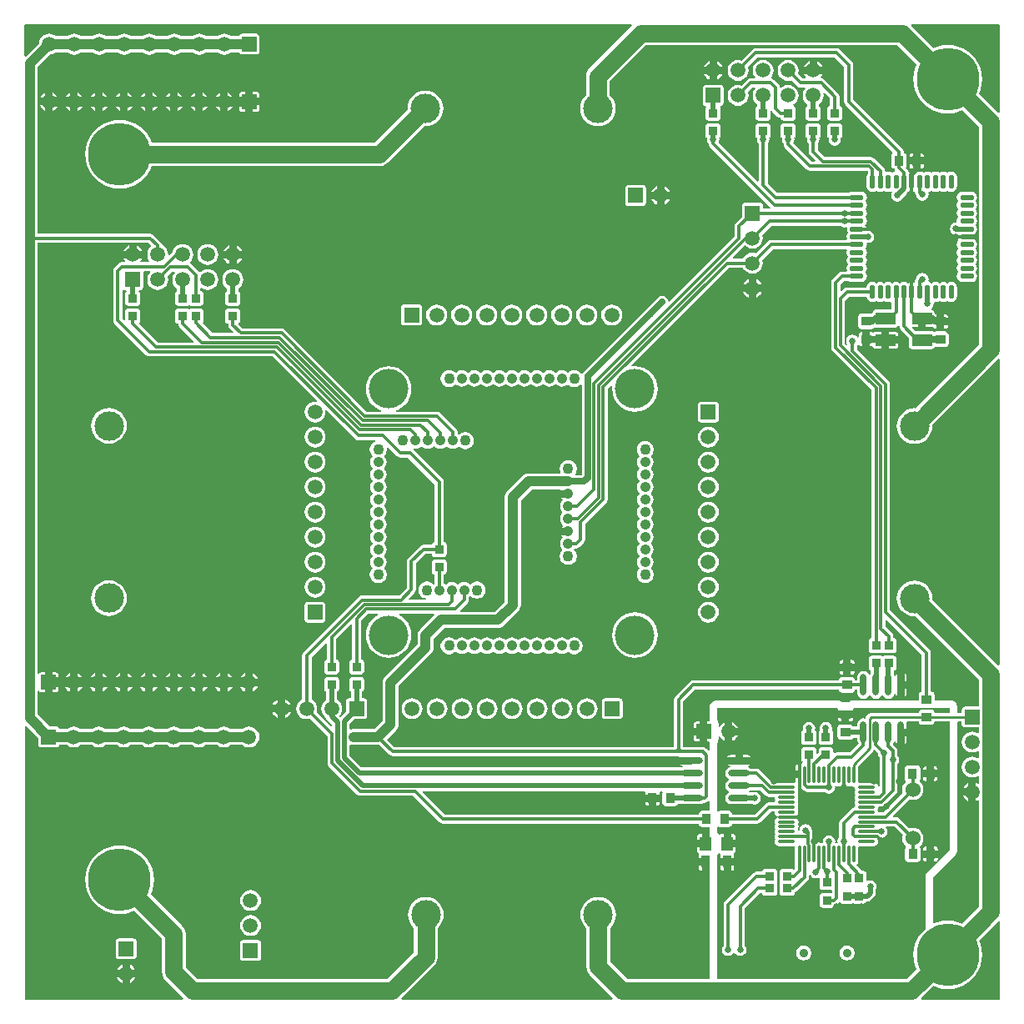
<source format=gbl>
G04 Layer_Physical_Order=2*
G04 Layer_Color=16711680*
%FSAX25Y25*%
%MOIN*%
G70*
G01*
G75*
%ADD10R,0.03740X0.03937*%
%ADD11R,0.03937X0.03740*%
%ADD12R,0.03543X0.03543*%
%ADD18R,0.03543X0.03543*%
%ADD33C,0.04000*%
%ADD34C,0.02500*%
%ADD35C,0.01200*%
%ADD36C,0.02000*%
%ADD39C,0.07000*%
%ADD41R,0.05905X0.05905*%
%ADD42C,0.05905*%
%ADD43C,0.25000*%
%ADD44C,0.11811*%
%ADD45R,0.05905X0.05905*%
%ADD46C,0.04100*%
%ADD47C,0.04331*%
%ADD48C,0.03543*%
%ADD49C,0.15748*%
%ADD50C,0.06000*%
%ADD51C,0.02500*%
%ADD52R,0.04528X0.05709*%
%ADD53R,0.03543X0.05118*%
%ADD54O,0.02362X0.08661*%
%ADD55O,0.08661X0.02362*%
%ADD56O,0.01181X0.07087*%
%ADD57O,0.07087X0.01181*%
%ADD58O,0.05709X0.02165*%
%ADD59O,0.02165X0.05709*%
%ADD60R,0.07874X0.04724*%
%ADD61C,0.01000*%
G36*
X0391720Y0391439D02*
X0391715Y0356664D01*
X0391215Y0356457D01*
X0383485Y0364188D01*
X0384105Y0365686D01*
X0384609Y0367783D01*
X0384778Y0369933D01*
X0384609Y0372083D01*
X0384105Y0374180D01*
X0383280Y0376172D01*
X0382153Y0378011D01*
X0380753Y0379650D01*
X0379113Y0381051D01*
X0377274Y0382178D01*
X0375282Y0383003D01*
X0373185Y0383506D01*
X0371035Y0383675D01*
X0368886Y0383506D01*
X0366789Y0383003D01*
X0365290Y0382382D01*
X0356380Y0391293D01*
X0356587Y0391793D01*
X0391366Y0391793D01*
X0391720Y0391439D01*
D02*
G37*
G36*
X0376624Y0112004D02*
X0376717Y0111536D01*
X0376982Y0111139D01*
X0377379Y0110874D01*
X0377847Y0110780D01*
X0383471D01*
Y0108707D01*
X0383022Y0108486D01*
X0382894Y0108584D01*
X0381884Y0109002D01*
X0380800Y0109145D01*
X0379716Y0109002D01*
X0378706Y0108584D01*
X0377838Y0107919D01*
X0377173Y0107051D01*
X0376754Y0106041D01*
X0376611Y0104957D01*
X0376754Y0103873D01*
X0377173Y0102862D01*
X0377838Y0101995D01*
X0378706Y0101329D01*
X0379716Y0100911D01*
X0380800Y0100768D01*
X0381884Y0100911D01*
X0382894Y0101329D01*
X0383022Y0101427D01*
X0383471Y0101206D01*
Y0098707D01*
X0383022Y0098486D01*
X0382894Y0098584D01*
X0381884Y0099002D01*
X0380800Y0099145D01*
X0379716Y0099002D01*
X0378706Y0098584D01*
X0377838Y0097918D01*
X0377173Y0097051D01*
X0376754Y0096041D01*
X0376611Y0094957D01*
X0376754Y0093873D01*
X0377173Y0092862D01*
X0377838Y0091995D01*
X0378706Y0091329D01*
X0379716Y0090911D01*
X0380800Y0090768D01*
X0381884Y0090911D01*
X0382894Y0091329D01*
X0383022Y0091427D01*
X0383471Y0091206D01*
Y0088455D01*
X0383022Y0088234D01*
X0382793Y0088409D01*
X0382300Y0088614D01*
Y0084957D01*
Y0081300D01*
X0382793Y0081504D01*
X0383022Y0081679D01*
X0383471Y0081458D01*
Y0039072D01*
X0376780Y0032382D01*
X0375282Y0033003D01*
X0373185Y0033506D01*
X0371035Y0033675D01*
X0368886Y0033506D01*
X0366789Y0033003D01*
X0365492Y0032466D01*
X0365076Y0032743D01*
X0365076Y0050897D01*
X0374040Y0059861D01*
X0374521Y0060487D01*
X0374823Y0061217D01*
X0374926Y0062000D01*
X0374925Y0112870D01*
X0375279Y0113223D01*
X0376624D01*
Y0112004D01*
D02*
G37*
G36*
X0330647Y0301415D02*
X0330485Y0300601D01*
X0330662Y0299710D01*
X0331119Y0299026D01*
X0330662Y0298342D01*
X0330485Y0297451D01*
X0330662Y0296561D01*
X0331119Y0295876D01*
X0330662Y0295192D01*
X0330485Y0294302D01*
X0330647Y0293487D01*
X0330424Y0292987D01*
X0328752D01*
X0328050Y0292847D01*
X0327454Y0292450D01*
X0324902Y0289898D01*
X0324504Y0289302D01*
X0324365Y0288600D01*
Y0262709D01*
X0324504Y0262006D01*
X0324902Y0261411D01*
X0340565Y0245749D01*
Y0146526D01*
X0340160Y0146445D01*
X0339763Y0146180D01*
X0339498Y0145783D01*
X0339405Y0145315D01*
Y0141771D01*
X0339498Y0141303D01*
X0339763Y0140906D01*
X0340160Y0140641D01*
X0340628Y0140548D01*
X0344172D01*
X0344640Y0140641D01*
X0344900Y0140815D01*
X0345160Y0140641D01*
X0345628Y0140548D01*
X0349171D01*
X0349640Y0140641D01*
X0350037Y0140906D01*
X0350302Y0141303D01*
X0350395Y0141771D01*
Y0145315D01*
X0350302Y0145783D01*
X0350037Y0146180D01*
X0349640Y0146445D01*
X0349235Y0146526D01*
Y0147200D01*
X0349095Y0147903D01*
X0348698Y0148498D01*
X0346135Y0151060D01*
Y0153562D01*
X0346597Y0153753D01*
X0360565Y0139785D01*
Y0125137D01*
X0360531D01*
X0360063Y0125044D01*
X0359666Y0124778D01*
X0359401Y0124382D01*
X0359308Y0123913D01*
Y0121626D01*
X0333368D01*
X0333038Y0121582D01*
X0332707Y0121553D01*
X0332647Y0121531D01*
X0332585Y0121523D01*
X0332277Y0121395D01*
X0331965Y0121281D01*
X0331913Y0121245D01*
X0331855Y0121221D01*
X0331591Y0121018D01*
X0331479Y0120939D01*
X0328721D01*
X0328609Y0121018D01*
X0328345Y0121221D01*
X0328287Y0121245D01*
X0328235Y0121281D01*
X0327923Y0121395D01*
X0327615Y0121523D01*
X0327553Y0121531D01*
X0327493Y0121553D01*
X0327162Y0121582D01*
X0326832Y0121626D01*
X0278800Y0121626D01*
X0278017Y0121523D01*
X0277287Y0121221D01*
X0276660Y0120740D01*
X0276180Y0120113D01*
X0275877Y0119383D01*
X0275774Y0118600D01*
Y0113792D01*
X0275800Y0113595D01*
Y0113572D01*
X0275513Y0113179D01*
X0275371Y0113072D01*
X0274900D01*
Y0109100D01*
Y0105128D01*
X0275371D01*
X0275800Y0104803D01*
Y0104605D01*
X0275774Y0104409D01*
Y0101675D01*
X0275312Y0101483D01*
X0274411Y0102384D01*
X0273816Y0102782D01*
X0273113Y0102922D01*
X0265235D01*
Y0121240D01*
X0269909Y0125914D01*
X0327508D01*
Y0125887D01*
X0327601Y0125418D01*
X0327866Y0125022D01*
X0328263Y0124756D01*
X0328731Y0124663D01*
X0332668D01*
X0333137Y0124756D01*
X0333534Y0125022D01*
X0333799Y0125418D01*
X0333892Y0125887D01*
Y0125914D01*
X0334872D01*
Y0124599D01*
X0335057Y0123670D01*
X0335583Y0122882D01*
X0336371Y0122356D01*
X0337300Y0122171D01*
X0338229Y0122356D01*
X0339017Y0122882D01*
X0339543Y0123670D01*
X0339545Y0123681D01*
X0340055D01*
X0340057Y0123670D01*
X0340583Y0122882D01*
X0341371Y0122356D01*
X0342300Y0122171D01*
X0343229Y0122356D01*
X0344017Y0122882D01*
X0344543Y0123670D01*
X0344545Y0123681D01*
X0345055D01*
X0345057Y0123670D01*
X0345583Y0122882D01*
X0346371Y0122356D01*
X0347300Y0122171D01*
X0348229Y0122356D01*
X0349017Y0122882D01*
X0349543Y0123670D01*
X0349647Y0124194D01*
X0350157D01*
X0350245Y0123748D01*
X0350728Y0123027D01*
X0350800Y0122978D01*
Y0127749D01*
Y0132519D01*
X0350728Y0132471D01*
X0350245Y0131749D01*
X0350157Y0131304D01*
X0349647D01*
X0349543Y0131827D01*
Y0133535D01*
X0349640Y0133554D01*
X0350037Y0133819D01*
X0350302Y0134216D01*
X0350395Y0134685D01*
Y0138228D01*
X0350302Y0138696D01*
X0350037Y0139093D01*
X0349640Y0139358D01*
X0349171Y0139452D01*
X0345628D01*
X0345160Y0139358D01*
X0344900Y0139184D01*
X0344640Y0139358D01*
X0344172Y0139452D01*
X0340628D01*
X0340160Y0139358D01*
X0339763Y0139093D01*
X0339498Y0138696D01*
X0339405Y0138228D01*
Y0134685D01*
X0339498Y0134216D01*
X0339763Y0133819D01*
X0340157Y0133556D01*
Y0131977D01*
X0340057Y0131827D01*
X0340055Y0131817D01*
X0339545D01*
X0339543Y0131827D01*
X0339017Y0132615D01*
X0338229Y0133141D01*
X0337300Y0133326D01*
X0336371Y0133141D01*
X0335583Y0132615D01*
X0335057Y0131827D01*
X0334872Y0130898D01*
Y0129584D01*
X0333892D01*
Y0129627D01*
X0333799Y0130095D01*
X0333534Y0130492D01*
X0333137Y0130757D01*
X0332668Y0130850D01*
X0328731D01*
X0328263Y0130757D01*
X0327866Y0130492D01*
X0327601Y0130095D01*
X0327508Y0129627D01*
Y0129584D01*
X0269149D01*
X0268446Y0129444D01*
X0267851Y0129047D01*
X0262102Y0123298D01*
X0261704Y0122702D01*
X0261565Y0122000D01*
Y0102922D01*
X0149874D01*
X0146780Y0106016D01*
X0150482Y0109718D01*
X0150995Y0110386D01*
X0151318Y0111165D01*
X0151428Y0112000D01*
Y0127263D01*
X0164582Y0140418D01*
X0165095Y0141086D01*
X0165418Y0141865D01*
X0165528Y0142700D01*
Y0146363D01*
X0169737Y0150572D01*
X0191300D01*
X0192135Y0150682D01*
X0192914Y0151005D01*
X0193582Y0151518D01*
X0199382Y0157318D01*
X0199895Y0157986D01*
X0200218Y0158765D01*
X0200328Y0159600D01*
Y0201563D01*
X0204690Y0205926D01*
X0216196D01*
X0216365Y0205654D01*
X0219280D01*
Y0202654D01*
X0216599D01*
X0216615Y0202615D01*
X0217104Y0201978D01*
Y0201680D01*
X0216955Y0201463D01*
X0216441Y0200793D01*
X0216113Y0200002D01*
X0216002Y0199153D01*
X0216113Y0198305D01*
X0216441Y0197514D01*
X0216962Y0196836D01*
Y0196471D01*
X0216441Y0195792D01*
X0216113Y0195002D01*
X0216002Y0194153D01*
X0216113Y0193305D01*
X0216441Y0192515D01*
X0216955Y0191844D01*
X0217104Y0191627D01*
Y0191329D01*
X0216615Y0190692D01*
X0216599Y0190654D01*
X0219280D01*
Y0187654D01*
X0216599D01*
X0216615Y0187615D01*
X0217104Y0186978D01*
Y0186680D01*
X0216955Y0186463D01*
X0216441Y0185793D01*
X0216113Y0185002D01*
X0216002Y0184153D01*
X0216113Y0183305D01*
X0216441Y0182515D01*
X0216743Y0182121D01*
X0216961Y0181834D01*
X0216707Y0181401D01*
X0216701Y0181394D01*
X0216701Y0181394D01*
X0216223Y0180678D01*
X0216040Y0180237D01*
X0215872Y0179392D01*
X0215872Y0179392D01*
Y0179272D01*
X0215848Y0179154D01*
X0215872Y0179035D01*
Y0178915D01*
X0215872Y0178915D01*
X0216040Y0178070D01*
Y0178070D01*
X0216223Y0177629D01*
X0216223Y0177629D01*
X0216701Y0176913D01*
X0217039Y0176575D01*
X0217039Y0176575D01*
X0217755Y0176096D01*
X0218196Y0175914D01*
X0219041Y0175746D01*
X0219041Y0175746D01*
X0219280D01*
X0219518D01*
X0219518Y0175746D01*
X0220363Y0175914D01*
X0220363D01*
X0220804Y0176096D01*
X0220804Y0176096D01*
X0221520Y0176575D01*
X0221858Y0176913D01*
X0221858Y0176913D01*
X0222337Y0177629D01*
X0222519Y0178070D01*
X0222687Y0178915D01*
X0222687Y0178915D01*
Y0179035D01*
X0222711Y0179154D01*
X0222687Y0179272D01*
Y0179392D01*
X0222687Y0179392D01*
X0222519Y0180237D01*
Y0180237D01*
X0222337Y0180678D01*
X0222337Y0180678D01*
X0221858Y0181394D01*
X0221852Y0181401D01*
X0221598Y0181834D01*
X0221816Y0182121D01*
X0221968Y0182318D01*
X0222453D01*
X0223156Y0182458D01*
X0223751Y0182856D01*
X0225498Y0184602D01*
X0225896Y0185198D01*
X0226035Y0185900D01*
Y0191994D01*
X0234498Y0200457D01*
X0234896Y0201052D01*
X0235035Y0201754D01*
Y0246049D01*
X0236434Y0247447D01*
X0236914Y0247220D01*
X0236803Y0246095D01*
X0236979Y0244316D01*
X0237497Y0242606D01*
X0238340Y0241030D01*
X0239474Y0239648D01*
X0240856Y0238514D01*
X0242432Y0237671D01*
X0244142Y0237153D01*
X0245921Y0236977D01*
X0247700Y0237153D01*
X0249411Y0237671D01*
X0250987Y0238514D01*
X0252369Y0239648D01*
X0253502Y0241030D01*
X0254345Y0242606D01*
X0254864Y0244316D01*
X0255039Y0246095D01*
X0254864Y0247874D01*
X0254345Y0249585D01*
X0253502Y0251161D01*
X0252369Y0252542D01*
X0250987Y0253677D01*
X0249411Y0254519D01*
X0247700Y0255038D01*
X0245921Y0255213D01*
X0244796Y0255102D01*
X0244569Y0255582D01*
X0283500Y0294514D01*
X0289165D01*
X0289273Y0294254D01*
X0289938Y0293387D01*
X0290806Y0292721D01*
X0291816Y0292303D01*
X0292900Y0292160D01*
X0293984Y0292303D01*
X0294994Y0292721D01*
X0295862Y0293387D01*
X0296527Y0294254D01*
X0296946Y0295265D01*
X0297089Y0296349D01*
X0296946Y0297433D01*
X0296839Y0297692D01*
X0301062Y0301915D01*
X0330425D01*
X0330647Y0301415D01*
D02*
G37*
G36*
X0371900Y0062000D02*
X0362050Y0052150D01*
X0362050Y0030276D01*
X0361318Y0029650D01*
X0359918Y0028011D01*
X0358791Y0026172D01*
X0357966Y0024180D01*
X0357462Y0022083D01*
X0357293Y0019933D01*
X0357462Y0017783D01*
X0357966Y0015686D01*
X0358586Y0014188D01*
X0354607Y0010209D01*
X0278800D01*
X0278800Y0053604D01*
X0278864Y0053758D01*
X0278967Y0054541D01*
Y0059659D01*
X0278948Y0059800D01*
X0279054Y0059937D01*
X0279322Y0060584D01*
X0279791Y0060701D01*
X0280159Y0060376D01*
X0280110Y0060012D01*
X0280040Y0059659D01*
Y0058600D01*
X0285622D01*
Y0059659D01*
X0285552Y0060012D01*
X0285486Y0060498D01*
X0285698Y0060651D01*
X0285816Y0060729D01*
X0286036Y0061060D01*
X0286114Y0061450D01*
Y0062804D01*
X0282831D01*
Y0064304D01*
X0281331D01*
Y0068178D01*
X0280567D01*
X0280177Y0068101D01*
X0279846Y0067880D01*
X0279608Y0067910D01*
X0279329Y0068006D01*
X0279054Y0068672D01*
X0278800Y0069002D01*
Y0070837D01*
X0279300Y0071105D01*
X0279305Y0071101D01*
X0279773Y0071008D01*
X0283513D01*
X0283982Y0071101D01*
X0284379Y0071366D01*
X0284644Y0071763D01*
X0284737Y0072232D01*
Y0072365D01*
X0294800D01*
X0295502Y0072504D01*
X0296098Y0072902D01*
X0300313Y0077118D01*
X0301667D01*
X0301777Y0076984D01*
X0301916Y0076286D01*
X0302227Y0075820D01*
X0302227Y0075820D01*
X0302311Y0075693D01*
X0302904Y0075297D01*
X0303602Y0075158D01*
X0306555D01*
X0309508D01*
X0310207Y0075297D01*
X0310799Y0075693D01*
X0310883Y0075820D01*
X0310883Y0075820D01*
X0311194Y0076286D01*
X0311333Y0076984D01*
X0311194Y0077683D01*
X0311004Y0077969D01*
X0311194Y0078254D01*
X0311333Y0078953D01*
X0311194Y0079651D01*
X0311004Y0079937D01*
X0311194Y0080223D01*
X0311333Y0080921D01*
X0311194Y0081620D01*
X0311004Y0081906D01*
X0311194Y0082191D01*
X0311333Y0082890D01*
X0311194Y0083588D01*
X0311004Y0083874D01*
X0311194Y0084160D01*
X0311333Y0084858D01*
X0311194Y0085557D01*
X0311004Y0085843D01*
X0311194Y0086128D01*
X0311333Y0086827D01*
X0311755Y0087164D01*
X0312040Y0087115D01*
X0312344Y0086661D01*
X0313502Y0085502D01*
X0314098Y0085104D01*
X0314800Y0084965D01*
X0321821D01*
X0322528Y0084492D01*
X0323484Y0084302D01*
X0324440Y0084492D01*
X0325251Y0085034D01*
X0325792Y0085844D01*
X0325982Y0086800D01*
X0325892Y0087254D01*
X0326151Y0087305D01*
X0326437Y0087496D01*
X0326723Y0087305D01*
X0327421Y0087167D01*
X0328120Y0087305D01*
X0328586Y0087617D01*
X0328586Y0087616D01*
X0328712Y0087701D01*
X0329108Y0088293D01*
X0329247Y0088992D01*
Y0091945D01*
X0329532D01*
Y0088992D01*
X0329671Y0088293D01*
X0330067Y0087701D01*
X0330194Y0087616D01*
X0330194Y0087617D01*
X0330660Y0087305D01*
X0331358Y0087167D01*
X0332057Y0087305D01*
X0332343Y0087496D01*
X0332628Y0087305D01*
X0333228Y0087186D01*
X0333489Y0086989D01*
X0333686Y0086728D01*
X0333805Y0086128D01*
X0333996Y0085843D01*
X0333805Y0085557D01*
X0333666Y0084858D01*
X0333805Y0084160D01*
X0333996Y0083874D01*
X0333805Y0083588D01*
X0333666Y0082890D01*
X0333805Y0082191D01*
X0333996Y0081906D01*
X0333805Y0081620D01*
X0333666Y0080921D01*
X0333805Y0080223D01*
X0333996Y0079937D01*
X0333805Y0079651D01*
X0333666Y0078953D01*
X0333697Y0078802D01*
X0333082Y0078680D01*
X0332487Y0078282D01*
X0328092Y0073887D01*
X0327694Y0073292D01*
X0327554Y0072590D01*
Y0066837D01*
X0327082Y0066129D01*
X0326892Y0065173D01*
X0326977Y0064745D01*
X0326723Y0064694D01*
X0326437Y0064504D01*
X0326151Y0064694D01*
X0325897Y0064745D01*
X0325982Y0065173D01*
X0325792Y0066129D01*
X0325251Y0066940D01*
X0324440Y0067481D01*
X0323484Y0067671D01*
X0322528Y0067481D01*
X0321718Y0066940D01*
X0321176Y0066129D01*
X0320986Y0065173D01*
X0321071Y0064745D01*
X0320817Y0064694D01*
X0320532Y0064504D01*
X0320246Y0064694D01*
X0319547Y0064833D01*
X0318849Y0064694D01*
X0318383Y0064383D01*
X0318199Y0064506D01*
X0317579Y0064630D01*
X0317336Y0064581D01*
X0316964Y0064957D01*
Y0068771D01*
X0316824Y0069474D01*
X0316692Y0069671D01*
X0316698Y0069700D01*
X0316508Y0070656D01*
X0315966Y0071466D01*
X0315156Y0072008D01*
X0314200Y0072198D01*
X0313244Y0072008D01*
X0312434Y0071466D01*
X0311892Y0070656D01*
X0311702Y0069700D01*
X0311224Y0069663D01*
X0311194Y0069809D01*
X0311004Y0070095D01*
X0311194Y0070380D01*
X0311333Y0071079D01*
X0311194Y0071777D01*
X0311004Y0072063D01*
X0311194Y0072349D01*
X0311333Y0073047D01*
X0311194Y0073746D01*
X0310883Y0074212D01*
X0310883Y0074212D01*
X0310799Y0074338D01*
X0310207Y0074734D01*
X0309508Y0074873D01*
X0306555D01*
X0303602D01*
X0302904Y0074734D01*
X0302311Y0074338D01*
X0302227Y0074212D01*
X0302227Y0074212D01*
X0301916Y0073746D01*
X0301777Y0073047D01*
X0301916Y0072349D01*
X0302107Y0072063D01*
X0301916Y0071777D01*
X0301777Y0071079D01*
X0301916Y0070380D01*
X0302106Y0070095D01*
X0301916Y0069809D01*
X0301777Y0069110D01*
X0301916Y0068412D01*
X0302107Y0068126D01*
X0301916Y0067840D01*
X0301777Y0067142D01*
X0301916Y0066443D01*
X0302106Y0066158D01*
X0301916Y0065872D01*
X0301777Y0065173D01*
X0301916Y0064475D01*
X0302311Y0063882D01*
X0302904Y0063487D01*
X0303602Y0063348D01*
X0309405D01*
X0309655Y0063156D01*
X0309848Y0062905D01*
Y0060103D01*
X0309838Y0060055D01*
Y0054333D01*
X0309457Y0053952D01*
X0309083Y0054202D01*
X0308615Y0054295D01*
X0305072D01*
X0304603Y0054202D01*
X0304206Y0053937D01*
X0303941Y0053540D01*
X0303848Y0053072D01*
Y0049528D01*
X0303941Y0049060D01*
X0304048Y0048900D01*
X0303941Y0048740D01*
X0303848Y0048272D01*
Y0044728D01*
X0303941Y0044260D01*
X0304206Y0043863D01*
X0304603Y0043598D01*
X0305072Y0043505D01*
X0308615D01*
X0309083Y0043598D01*
X0309480Y0043863D01*
X0309745Y0044260D01*
X0309839Y0044728D01*
Y0044792D01*
X0309902Y0044804D01*
X0310498Y0045202D01*
X0314939Y0049644D01*
X0315337Y0050239D01*
X0315477Y0050942D01*
Y0051616D01*
X0315977Y0051767D01*
X0316334Y0051234D01*
X0317144Y0050692D01*
X0318100Y0050502D01*
X0319056Y0050692D01*
X0319372Y0050904D01*
X0319822Y0050603D01*
X0319805Y0050515D01*
Y0046972D01*
X0319898Y0046503D01*
X0320163Y0046106D01*
X0320560Y0045841D01*
X0321028Y0045748D01*
X0324572D01*
X0324765Y0045590D01*
Y0044810D01*
X0324572Y0044652D01*
X0321028D01*
X0320560Y0044559D01*
X0320163Y0044293D01*
X0319898Y0043897D01*
X0319805Y0043428D01*
Y0039885D01*
X0319898Y0039417D01*
X0320163Y0039020D01*
X0320560Y0038755D01*
X0321028Y0038662D01*
X0324572D01*
X0325040Y0038755D01*
X0325437Y0039020D01*
X0325702Y0039417D01*
X0325792Y0039868D01*
X0326259Y0039961D01*
X0326854Y0040359D01*
X0327374Y0040879D01*
X0328007Y0040804D01*
X0328063Y0040720D01*
X0328460Y0040455D01*
X0328928Y0040361D01*
X0332472D01*
X0332940Y0040455D01*
X0333100Y0040562D01*
X0333260Y0040455D01*
X0333728Y0040361D01*
X0337272D01*
X0337740Y0040455D01*
X0338137Y0040720D01*
X0338400Y0041114D01*
X0338657D01*
X0339515Y0041284D01*
X0340243Y0041771D01*
X0341586Y0043114D01*
X0342072Y0043842D01*
X0342243Y0044700D01*
Y0046147D01*
X0342308Y0046244D01*
X0342498Y0047200D01*
X0342308Y0048156D01*
X0341766Y0048966D01*
X0340956Y0049508D01*
X0340000Y0049698D01*
X0339044Y0049508D01*
X0338936Y0049436D01*
X0338495Y0049671D01*
Y0052215D01*
X0338402Y0052683D01*
X0338137Y0053080D01*
X0337740Y0053345D01*
X0337272Y0053439D01*
X0336657D01*
X0334588Y0055508D01*
X0334618Y0055812D01*
X0335013Y0056404D01*
X0335152Y0057102D01*
Y0062905D01*
X0335345Y0063156D01*
X0335595Y0063348D01*
X0341398D01*
X0342096Y0063487D01*
X0342688Y0063882D01*
X0343084Y0064475D01*
X0343223Y0065173D01*
X0343084Y0065872D01*
X0342878Y0066180D01*
X0343011Y0066558D01*
X0343444Y0066792D01*
X0344400Y0066602D01*
X0345356Y0066792D01*
X0346166Y0067334D01*
X0346708Y0068144D01*
X0346898Y0069100D01*
X0346708Y0070056D01*
X0346269Y0070712D01*
X0346480Y0071212D01*
X0349629D01*
X0353025Y0067816D01*
X0352908Y0067533D01*
X0352764Y0066436D01*
X0352908Y0065340D01*
X0353331Y0064318D01*
X0353994Y0063454D01*
X0354265Y0063034D01*
X0353999Y0062637D01*
X0353906Y0062169D01*
Y0058232D01*
X0353999Y0057763D01*
X0354265Y0057366D01*
X0354662Y0057101D01*
X0355130Y0057008D01*
X0358870D01*
X0359338Y0057101D01*
X0359735Y0057366D01*
X0360000Y0057763D01*
X0360094Y0058232D01*
Y0062169D01*
X0360000Y0062637D01*
X0359735Y0063034D01*
X0360006Y0063454D01*
X0360669Y0064318D01*
X0361092Y0065340D01*
X0361236Y0066436D01*
X0361092Y0067533D01*
X0360669Y0068554D01*
X0359996Y0069432D01*
X0359118Y0070105D01*
X0358096Y0070528D01*
X0357000Y0070673D01*
X0355904Y0070528D01*
X0355621Y0070411D01*
X0351687Y0074345D01*
X0351091Y0074743D01*
X0350389Y0074883D01*
X0349167D01*
X0348976Y0075344D01*
X0355621Y0081989D01*
X0355904Y0081872D01*
X0357000Y0081727D01*
X0358096Y0081872D01*
X0359118Y0082295D01*
X0359996Y0082968D01*
X0360669Y0083846D01*
X0361092Y0084867D01*
X0361236Y0085964D01*
X0361092Y0087060D01*
X0360669Y0088082D01*
X0359996Y0088959D01*
X0359683Y0089199D01*
X0359692Y0089466D01*
X0359957Y0089863D01*
X0360050Y0090332D01*
Y0094269D01*
X0359957Y0094737D01*
X0359692Y0095134D01*
X0359295Y0095399D01*
X0358827Y0095492D01*
X0355087D01*
X0354618Y0095399D01*
X0354222Y0095134D01*
X0353956Y0094737D01*
X0353863Y0094269D01*
Y0090332D01*
X0353956Y0089863D01*
X0354222Y0089466D01*
X0354232Y0089134D01*
X0354005Y0088959D01*
X0353331Y0088082D01*
X0352908Y0087060D01*
X0352764Y0085964D01*
X0352908Y0084867D01*
X0353025Y0084584D01*
X0345292Y0076851D01*
X0343333D01*
X0343223Y0076984D01*
X0343084Y0077683D01*
X0342893Y0077969D01*
X0343084Y0078254D01*
X0343223Y0078953D01*
X0343333Y0079086D01*
X0344521D01*
X0345224Y0079226D01*
X0345819Y0079624D01*
X0350298Y0084102D01*
X0350696Y0084698D01*
X0350835Y0085400D01*
Y0096237D01*
X0351308Y0096944D01*
X0351498Y0097900D01*
X0351308Y0098856D01*
X0350835Y0099563D01*
Y0101400D01*
X0350696Y0102102D01*
X0350298Y0102698D01*
X0349135Y0103860D01*
Y0104162D01*
X0349543Y0104772D01*
X0349647Y0105296D01*
X0350157D01*
X0350245Y0104850D01*
X0350728Y0104129D01*
X0350800Y0104081D01*
Y0108851D01*
X0352300D01*
Y0110351D01*
X0354524D01*
Y0112001D01*
X0354380Y0112723D01*
X0354662Y0113223D01*
X0359308D01*
Y0113087D01*
X0359401Y0112618D01*
X0359666Y0112222D01*
X0360063Y0111956D01*
X0360531Y0111863D01*
X0364469D01*
X0364937Y0111956D01*
X0365334Y0112222D01*
X0365599Y0112618D01*
X0365692Y0113087D01*
Y0113223D01*
X0371900D01*
X0371900Y0062000D01*
D02*
G37*
G36*
X0343036Y0100569D02*
X0343002Y0100400D01*
X0343192Y0099444D01*
X0343665Y0098737D01*
Y0087170D01*
X0343165Y0087121D01*
X0343084Y0087525D01*
X0342688Y0088118D01*
X0342096Y0088513D01*
X0341398Y0088652D01*
X0335595D01*
X0335345Y0088845D01*
X0335152Y0089095D01*
Y0094898D01*
X0335069Y0095318D01*
X0341026Y0101274D01*
X0341265Y0101632D01*
X0341855Y0101750D01*
X0343036Y0100569D01*
D02*
G37*
G36*
X0132765Y0103882D02*
X0133600Y0103772D01*
X0143200D01*
X0143759Y0103846D01*
X0147816Y0099789D01*
X0148411Y0099391D01*
X0149113Y0099251D01*
X0263447D01*
X0263582Y0099000D01*
X0268651D01*
Y0096000D01*
X0263881D01*
X0263929Y0095928D01*
X0264651Y0095446D01*
X0265096Y0095357D01*
Y0094847D01*
X0264573Y0094743D01*
X0136629D01*
X0131943Y0099429D01*
Y0103682D01*
X0132443Y0104016D01*
X0132765Y0103882D01*
D02*
G37*
G36*
X0257007Y0084757D02*
X0256950Y0084469D01*
Y0080532D01*
X0257043Y0080063D01*
X0257308Y0079666D01*
X0257705Y0079401D01*
X0258173Y0079308D01*
X0261913D01*
X0262382Y0079401D01*
X0262778Y0079666D01*
X0263044Y0080063D01*
X0263082Y0080257D01*
X0264573D01*
X0265502Y0080072D01*
X0271801D01*
X0272730Y0080257D01*
X0273340Y0080665D01*
X0273900D01*
X0274602Y0080804D01*
X0275198Y0081202D01*
X0275312Y0081317D01*
X0275774Y0081125D01*
Y0077892D01*
X0275358Y0077407D01*
X0275317Y0077392D01*
X0272687D01*
X0272218Y0077299D01*
X0271821Y0077034D01*
X0271556Y0076637D01*
X0271463Y0076169D01*
Y0076035D01*
X0169860D01*
X0161100Y0084795D01*
X0161292Y0085257D01*
X0249809D01*
X0249936Y0085106D01*
X0250124Y0084757D01*
X0250067Y0084469D01*
Y0084000D01*
X0252957D01*
X0255846D01*
Y0084469D01*
X0255789Y0084757D01*
X0255977Y0085106D01*
X0256104Y0085257D01*
X0256701D01*
X0257007Y0084757D01*
D02*
G37*
G36*
X0265313Y0101087D02*
X0261587D01*
X0263400Y0102900D01*
Y0103000D01*
X0265313Y0101087D01*
D02*
G37*
G36*
X0052539Y0303466D02*
X0052506Y0302967D01*
X0052238Y0302762D01*
X0051573Y0301894D01*
X0051154Y0300884D01*
X0051011Y0299800D01*
X0051154Y0298716D01*
X0051573Y0297706D01*
X0051857Y0297335D01*
X0051610Y0296835D01*
X0048538D01*
X0048291Y0297335D01*
X0048653Y0297807D01*
X0048857Y0298300D01*
X0041543D01*
X0041747Y0297807D01*
X0042109Y0297335D01*
X0041862Y0296835D01*
X0040900D01*
X0040198Y0296696D01*
X0039602Y0296298D01*
X0037902Y0294598D01*
X0037504Y0294002D01*
X0037365Y0293300D01*
Y0273600D01*
X0037504Y0272898D01*
X0037902Y0272302D01*
X0050502Y0259702D01*
X0051098Y0259304D01*
X0051800Y0259165D01*
X0101157D01*
X0118885Y0241437D01*
X0118652Y0240963D01*
X0118079Y0241039D01*
X0116995Y0240896D01*
X0115985Y0240477D01*
X0115118Y0239812D01*
X0114452Y0238944D01*
X0114034Y0237934D01*
X0113891Y0236850D01*
X0114034Y0235766D01*
X0114452Y0234756D01*
X0115118Y0233888D01*
X0115985Y0233223D01*
X0116995Y0232804D01*
X0118079Y0232662D01*
X0119164Y0232804D01*
X0120174Y0233223D01*
X0121041Y0233888D01*
X0121707Y0234756D01*
X0122125Y0235766D01*
X0122268Y0236850D01*
X0122193Y0237422D01*
X0122666Y0237656D01*
X0134220Y0226102D01*
X0134815Y0225704D01*
X0135518Y0225565D01*
X0142040D01*
X0142140Y0225065D01*
X0141838Y0224940D01*
X0141838Y0224940D01*
X0141121Y0224461D01*
X0140784Y0224124D01*
X0140784Y0224124D01*
X0140305Y0223407D01*
X0140122Y0222966D01*
X0139954Y0222121D01*
X0139954Y0222121D01*
Y0222001D01*
X0139931Y0221883D01*
X0139954Y0221764D01*
Y0221644D01*
X0139954Y0221644D01*
X0140122Y0220799D01*
Y0220799D01*
X0140305Y0220358D01*
X0140305Y0220358D01*
X0140784Y0219642D01*
X0140790Y0219636D01*
X0141043Y0219202D01*
X0140825Y0218916D01*
X0140523Y0218522D01*
X0140196Y0217731D01*
X0140084Y0216883D01*
X0140196Y0216034D01*
X0140523Y0215244D01*
X0140916Y0214732D01*
X0141000Y0214383D01*
X0140916Y0214033D01*
X0140523Y0213522D01*
X0140196Y0212731D01*
X0140084Y0211883D01*
X0140196Y0211034D01*
X0140523Y0210244D01*
X0141044Y0209565D01*
Y0209201D01*
X0140523Y0208522D01*
X0140196Y0207731D01*
X0140084Y0206883D01*
X0140196Y0206034D01*
X0140523Y0205244D01*
X0141044Y0204565D01*
Y0204201D01*
X0140523Y0203522D01*
X0140196Y0202731D01*
X0140084Y0201883D01*
X0140196Y0201034D01*
X0140523Y0200244D01*
X0141044Y0199565D01*
Y0199200D01*
X0140523Y0198522D01*
X0140196Y0197731D01*
X0140084Y0196883D01*
X0140196Y0196034D01*
X0140523Y0195244D01*
X0141044Y0194565D01*
Y0194201D01*
X0140523Y0193522D01*
X0140196Y0192731D01*
X0140084Y0191883D01*
X0140196Y0191034D01*
X0140523Y0190244D01*
X0140916Y0189732D01*
X0141000Y0189383D01*
X0140916Y0189033D01*
X0140523Y0188522D01*
X0140196Y0187731D01*
X0140084Y0186883D01*
X0140196Y0186034D01*
X0140523Y0185244D01*
X0141044Y0184565D01*
Y0184201D01*
X0140523Y0183522D01*
X0140196Y0182731D01*
X0140084Y0181883D01*
X0140196Y0181034D01*
X0140523Y0180244D01*
X0140916Y0179732D01*
X0141000Y0179383D01*
X0140916Y0179033D01*
X0140523Y0178522D01*
X0140196Y0177731D01*
X0140084Y0176883D01*
X0140196Y0176034D01*
X0140523Y0175244D01*
X0140825Y0174850D01*
X0141043Y0174563D01*
X0140790Y0174130D01*
X0140784Y0174124D01*
X0140784Y0174124D01*
X0140305Y0173407D01*
X0140122Y0172966D01*
X0139954Y0172121D01*
X0139954Y0172121D01*
Y0172001D01*
X0139931Y0171883D01*
X0139954Y0171765D01*
Y0171644D01*
X0139954Y0171644D01*
X0140122Y0170799D01*
Y0170799D01*
X0140305Y0170358D01*
X0140305Y0170358D01*
X0140784Y0169642D01*
X0141121Y0169304D01*
X0141121Y0169304D01*
X0141838Y0168826D01*
X0142279Y0168643D01*
X0143123Y0168475D01*
X0143123Y0168475D01*
X0143362D01*
X0143601D01*
X0143601Y0168475D01*
X0144446Y0168643D01*
X0144446D01*
X0144887Y0168826D01*
X0144887Y0168826D01*
X0145603Y0169304D01*
X0145941Y0169642D01*
X0145941Y0169642D01*
X0146419Y0170358D01*
X0146602Y0170799D01*
X0146770Y0171644D01*
X0146770Y0171644D01*
Y0171765D01*
X0146793Y0171883D01*
X0146770Y0172001D01*
Y0172121D01*
X0146770Y0172121D01*
X0146602Y0172966D01*
Y0172966D01*
X0146419Y0173407D01*
X0146419Y0173407D01*
X0145941Y0174124D01*
X0145934Y0174130D01*
X0145681Y0174563D01*
X0145899Y0174850D01*
X0146201Y0175244D01*
X0146529Y0176034D01*
X0146640Y0176883D01*
X0146529Y0177731D01*
X0146201Y0178522D01*
X0145809Y0179033D01*
X0145724Y0179383D01*
X0145809Y0179732D01*
X0146201Y0180244D01*
X0146529Y0181034D01*
X0146640Y0181883D01*
X0146529Y0182731D01*
X0146201Y0183522D01*
X0145680Y0184201D01*
Y0184565D01*
X0146201Y0185244D01*
X0146529Y0186034D01*
X0146640Y0186883D01*
X0146529Y0187731D01*
X0146201Y0188522D01*
X0145809Y0189033D01*
X0145724Y0189383D01*
X0145809Y0189732D01*
X0146201Y0190244D01*
X0146529Y0191034D01*
X0146640Y0191883D01*
X0146529Y0192731D01*
X0146201Y0193522D01*
X0145680Y0194201D01*
Y0194565D01*
X0146201Y0195244D01*
X0146529Y0196034D01*
X0146640Y0196883D01*
X0146529Y0197731D01*
X0146201Y0198522D01*
X0145680Y0199200D01*
Y0199565D01*
X0146201Y0200244D01*
X0146529Y0201034D01*
X0146640Y0201883D01*
X0146529Y0202731D01*
X0146201Y0203522D01*
X0145680Y0204201D01*
Y0204565D01*
X0146201Y0205244D01*
X0146529Y0206034D01*
X0146640Y0206883D01*
X0146529Y0207731D01*
X0146201Y0208522D01*
X0145680Y0209201D01*
Y0209565D01*
X0146201Y0210244D01*
X0146529Y0211034D01*
X0146640Y0211883D01*
X0146529Y0212731D01*
X0146201Y0213522D01*
X0145809Y0214033D01*
X0145724Y0214383D01*
X0145809Y0214732D01*
X0146201Y0215244D01*
X0146529Y0216034D01*
X0146640Y0216883D01*
X0146529Y0217731D01*
X0146201Y0218522D01*
X0145899Y0218915D01*
X0145681Y0219202D01*
X0145934Y0219636D01*
X0145941Y0219642D01*
X0145941Y0219642D01*
X0146419Y0220358D01*
X0146602Y0220799D01*
X0146770Y0221644D01*
X0146770Y0221644D01*
Y0221764D01*
X0146793Y0221883D01*
X0146770Y0222001D01*
Y0222121D01*
X0146770Y0222121D01*
X0146694Y0222503D01*
X0147155Y0222750D01*
X0150749Y0219156D01*
X0151344Y0218758D01*
X0152047Y0218618D01*
X0155286D01*
X0165865Y0208040D01*
Y0184926D01*
X0165460Y0184845D01*
X0165063Y0184580D01*
X0164798Y0184183D01*
X0164717Y0183779D01*
X0161443D01*
X0160741Y0183639D01*
X0160146Y0183241D01*
X0155302Y0178398D01*
X0154904Y0177802D01*
X0154765Y0177100D01*
Y0166560D01*
X0151740Y0163535D01*
X0136954D01*
X0136252Y0163396D01*
X0135657Y0162998D01*
X0113502Y0140843D01*
X0113104Y0140248D01*
X0112965Y0139546D01*
Y0122030D01*
X0112606Y0121881D01*
X0111738Y0121215D01*
X0111073Y0120348D01*
X0110654Y0119338D01*
X0110511Y0118254D01*
X0110654Y0117169D01*
X0111073Y0116159D01*
X0111738Y0115292D01*
X0112606Y0114626D01*
X0113616Y0114208D01*
X0114700Y0114065D01*
X0115784Y0114208D01*
X0116043Y0114315D01*
X0123065Y0107293D01*
Y0096512D01*
X0123204Y0095810D01*
X0123602Y0095214D01*
X0134814Y0084002D01*
X0135409Y0083604D01*
X0136112Y0083465D01*
X0157240D01*
X0167802Y0072902D01*
X0168398Y0072504D01*
X0169100Y0072365D01*
X0271463D01*
Y0072232D01*
X0271556Y0071763D01*
X0271821Y0071366D01*
X0272218Y0071101D01*
X0272687Y0071008D01*
X0275317D01*
X0275774Y0070837D01*
Y0069002D01*
X0275800Y0068805D01*
Y0068607D01*
X0275669Y0068446D01*
Y0064304D01*
X0274169D01*
Y0062804D01*
X0270886D01*
Y0061450D01*
X0270964Y0061060D01*
X0271184Y0060729D01*
X0271302Y0060651D01*
X0271514Y0060498D01*
X0271448Y0060012D01*
X0271378Y0059659D01*
Y0058600D01*
X0274169D01*
Y0057100D01*
X0275669D01*
Y0053521D01*
X0275774D01*
X0275774Y0010209D01*
X0242864D01*
X0236019Y0017054D01*
Y0030539D01*
X0236327Y0030792D01*
X0237215Y0031874D01*
X0237875Y0033109D01*
X0238281Y0034448D01*
X0238418Y0035841D01*
X0238281Y0037234D01*
X0237875Y0038573D01*
X0237215Y0039808D01*
X0236327Y0040890D01*
X0235245Y0041778D01*
X0234011Y0042437D01*
X0232671Y0042844D01*
X0231278Y0042981D01*
X0229885Y0042844D01*
X0228546Y0042437D01*
X0227312Y0041778D01*
X0226230Y0040890D01*
X0225342Y0039808D01*
X0224682Y0038573D01*
X0224276Y0037234D01*
X0224138Y0035841D01*
X0224276Y0034448D01*
X0224682Y0033109D01*
X0225342Y0031874D01*
X0226230Y0030792D01*
X0226538Y0030539D01*
Y0015090D01*
X0226699Y0013863D01*
X0227173Y0012720D01*
X0227926Y0011738D01*
X0237157Y0002507D01*
X0236950Y0002007D01*
X0152818Y0002007D01*
X0152611Y0002507D01*
X0165693Y0015589D01*
X0166447Y0016571D01*
X0166920Y0017714D01*
X0167082Y0018941D01*
Y0030539D01*
X0167390Y0030792D01*
X0168278Y0031874D01*
X0168938Y0033109D01*
X0169344Y0034448D01*
X0169481Y0035841D01*
X0169344Y0037234D01*
X0168938Y0038573D01*
X0168278Y0039808D01*
X0167390Y0040890D01*
X0166308Y0041778D01*
X0165074Y0042437D01*
X0163734Y0042844D01*
X0162341Y0042981D01*
X0160948Y0042844D01*
X0159609Y0042437D01*
X0158375Y0041778D01*
X0157293Y0040890D01*
X0156405Y0039808D01*
X0155745Y0038573D01*
X0155339Y0037234D01*
X0155201Y0035841D01*
X0155339Y0034448D01*
X0155745Y0033109D01*
X0156405Y0031874D01*
X0157293Y0030792D01*
X0157601Y0030539D01*
Y0020905D01*
X0146905Y0010209D01*
X0071164D01*
X0066341Y0015032D01*
Y0028266D01*
X0066179Y0029493D01*
X0065705Y0030636D01*
X0064952Y0031618D01*
X0052382Y0044188D01*
X0053003Y0045687D01*
X0053506Y0047783D01*
X0053675Y0049933D01*
X0053506Y0052083D01*
X0053003Y0054180D01*
X0052178Y0056172D01*
X0051051Y0058011D01*
X0049650Y0059650D01*
X0048011Y0061051D01*
X0046172Y0062178D01*
X0044180Y0063003D01*
X0042083Y0063506D01*
X0039933Y0063675D01*
X0037783Y0063506D01*
X0035686Y0063003D01*
X0033694Y0062178D01*
X0031855Y0061051D01*
X0030216Y0059650D01*
X0028815Y0058011D01*
X0027689Y0056172D01*
X0026863Y0054180D01*
X0026360Y0052083D01*
X0026191Y0049933D01*
X0026360Y0047783D01*
X0026863Y0045687D01*
X0027689Y0043694D01*
X0028815Y0041855D01*
X0030216Y0040216D01*
X0031855Y0038815D01*
X0033694Y0037688D01*
X0035686Y0036863D01*
X0037783Y0036360D01*
X0039933Y0036191D01*
X0042083Y0036360D01*
X0044180Y0036863D01*
X0045678Y0037484D01*
X0056859Y0026302D01*
Y0013069D01*
X0057021Y0011841D01*
X0057495Y0010698D01*
X0058248Y0009716D01*
X0065457Y0002507D01*
X0065250Y0002007D01*
X0002058D01*
X0002009Y0111373D01*
X0002471Y0111565D01*
X0007424Y0106612D01*
Y0104047D01*
X0007517Y0103579D01*
X0007782Y0103182D01*
X0008179Y0102917D01*
X0008647Y0102824D01*
X0014553D01*
X0015021Y0102917D01*
X0015418Y0103182D01*
X0015683Y0103579D01*
X0015722Y0103772D01*
X0018985D01*
X0019506Y0103373D01*
X0020516Y0102954D01*
X0021600Y0102811D01*
X0022684Y0102954D01*
X0023694Y0103373D01*
X0024215Y0103772D01*
X0028985D01*
X0029506Y0103373D01*
X0030516Y0102954D01*
X0031600Y0102811D01*
X0032684Y0102954D01*
X0033694Y0103373D01*
X0034215Y0103772D01*
X0038985D01*
X0039506Y0103373D01*
X0040516Y0102954D01*
X0041600Y0102811D01*
X0042684Y0102954D01*
X0043694Y0103373D01*
X0044215Y0103772D01*
X0048985D01*
X0049506Y0103373D01*
X0050516Y0102954D01*
X0051600Y0102811D01*
X0052684Y0102954D01*
X0053694Y0103373D01*
X0054215Y0103772D01*
X0058985D01*
X0059506Y0103373D01*
X0060516Y0102954D01*
X0061600Y0102811D01*
X0062684Y0102954D01*
X0063694Y0103373D01*
X0064215Y0103772D01*
X0068985D01*
X0069506Y0103373D01*
X0070516Y0102954D01*
X0071600Y0102811D01*
X0072684Y0102954D01*
X0073694Y0103373D01*
X0074215Y0103772D01*
X0078985D01*
X0079506Y0103373D01*
X0080516Y0102954D01*
X0081600Y0102811D01*
X0082684Y0102954D01*
X0083694Y0103373D01*
X0084215Y0103772D01*
X0088985D01*
X0089506Y0103373D01*
X0090516Y0102954D01*
X0091600Y0102811D01*
X0092684Y0102954D01*
X0093694Y0103373D01*
X0094562Y0104038D01*
X0095227Y0104906D01*
X0095646Y0105916D01*
X0095789Y0107000D01*
X0095646Y0108084D01*
X0095227Y0109094D01*
X0094562Y0109962D01*
X0093694Y0110627D01*
X0092684Y0111046D01*
X0091600Y0111189D01*
X0090516Y0111046D01*
X0089506Y0110627D01*
X0088985Y0110228D01*
X0084215D01*
X0083694Y0110627D01*
X0082684Y0111046D01*
X0081600Y0111189D01*
X0080516Y0111046D01*
X0079506Y0110627D01*
X0078985Y0110228D01*
X0074215D01*
X0073694Y0110627D01*
X0072684Y0111046D01*
X0071600Y0111189D01*
X0070516Y0111046D01*
X0069506Y0110627D01*
X0068985Y0110228D01*
X0064215D01*
X0063694Y0110627D01*
X0062684Y0111046D01*
X0061600Y0111189D01*
X0060516Y0111046D01*
X0059506Y0110627D01*
X0058985Y0110228D01*
X0054215D01*
X0053694Y0110627D01*
X0052684Y0111046D01*
X0051600Y0111189D01*
X0050516Y0111046D01*
X0049506Y0110627D01*
X0048985Y0110228D01*
X0044215D01*
X0043694Y0110627D01*
X0042684Y0111046D01*
X0041600Y0111189D01*
X0040516Y0111046D01*
X0039506Y0110627D01*
X0038985Y0110228D01*
X0034215D01*
X0033694Y0110627D01*
X0032684Y0111046D01*
X0031600Y0111189D01*
X0030516Y0111046D01*
X0029506Y0110627D01*
X0028985Y0110228D01*
X0024215D01*
X0023694Y0110627D01*
X0022684Y0111046D01*
X0021600Y0111189D01*
X0020516Y0111046D01*
X0019506Y0110627D01*
X0018985Y0110228D01*
X0015722D01*
X0015683Y0110421D01*
X0015418Y0110818D01*
X0015021Y0111083D01*
X0014553Y0111176D01*
X0011988D01*
X0007248Y0115917D01*
Y0125310D01*
X0007500Y0125391D01*
X0007748Y0125393D01*
X0007926Y0125126D01*
X0008257Y0124905D01*
X0008647Y0124828D01*
X0010100D01*
Y0128800D01*
Y0132772D01*
X0008647D01*
X0008257Y0132695D01*
X0007926Y0132474D01*
X0007748Y0132207D01*
X0007500Y0132209D01*
X0007248Y0132290D01*
Y0304465D01*
X0051540D01*
X0052539Y0303466D01*
D02*
G37*
G36*
X0371900Y0117044D02*
X0371546Y0116690D01*
X0365692D01*
Y0116827D01*
X0365599Y0117295D01*
X0365334Y0117692D01*
X0364937Y0117957D01*
X0364469Y0118050D01*
X0360531D01*
X0360063Y0117957D01*
X0359666Y0117692D01*
X0359401Y0117295D01*
X0359308Y0116827D01*
Y0116690D01*
X0340557D01*
X0339893Y0116558D01*
X0339331Y0116182D01*
X0338574Y0115426D01*
X0338199Y0114863D01*
X0338081Y0114273D01*
X0337300Y0114428D01*
X0336371Y0114244D01*
X0335583Y0113717D01*
X0335057Y0112930D01*
X0334872Y0112001D01*
Y0111200D01*
X0333218D01*
X0333199Y0111295D01*
X0332934Y0111692D01*
X0332537Y0111957D01*
X0332068Y0112050D01*
X0328132D01*
X0327663Y0111957D01*
X0327266Y0111692D01*
X0327001Y0111295D01*
X0326908Y0110827D01*
Y0107087D01*
X0327001Y0106618D01*
X0327266Y0106221D01*
X0327663Y0105956D01*
X0328132Y0105863D01*
X0332068D01*
X0332537Y0105956D01*
X0332934Y0106221D01*
X0333199Y0106618D01*
X0333218Y0106714D01*
X0334872D01*
Y0105702D01*
X0335057Y0104772D01*
X0335345Y0104341D01*
X0331740Y0100735D01*
X0326700D01*
X0325998Y0100596D01*
X0325795Y0100460D01*
X0325295Y0100727D01*
Y0101628D01*
X0325202Y0102097D01*
X0324937Y0102494D01*
X0324540Y0102759D01*
X0324072Y0102852D01*
X0320528D01*
X0320060Y0102759D01*
X0319663Y0102494D01*
X0319398Y0102097D01*
X0319305Y0101628D01*
Y0100450D01*
X0318957Y0100102D01*
X0318495Y0100293D01*
Y0101628D01*
X0318402Y0102097D01*
X0318137Y0102494D01*
X0317740Y0102759D01*
X0317272Y0102852D01*
X0313728D01*
X0313260Y0102759D01*
X0312863Y0102494D01*
X0312598Y0102097D01*
X0312505Y0101628D01*
Y0098085D01*
X0312598Y0097617D01*
X0312863Y0097220D01*
X0313027Y0097111D01*
X0312943Y0096584D01*
X0312477Y0096273D01*
X0312294Y0096396D01*
X0311673Y0096519D01*
X0311053Y0096396D01*
X0310526Y0096044D01*
X0310175Y0095518D01*
X0310051Y0094898D01*
Y0093445D01*
X0311673D01*
Y0090445D01*
X0310051D01*
Y0089054D01*
X0309950Y0088861D01*
X0309703Y0088614D01*
X0309508Y0088652D01*
X0306604D01*
X0306555Y0088662D01*
X0300933D01*
X0295798Y0093798D01*
X0295202Y0094196D01*
X0294500Y0094335D01*
X0292238D01*
X0291628Y0094743D01*
X0291104Y0094847D01*
Y0095357D01*
X0291549Y0095446D01*
X0292271Y0095928D01*
X0292319Y0096000D01*
X0287549D01*
X0282778D01*
X0282827Y0095928D01*
X0283548Y0095446D01*
X0283994Y0095357D01*
Y0094847D01*
X0283470Y0094743D01*
X0282682Y0094217D01*
X0282156Y0093429D01*
X0281972Y0092500D01*
X0282156Y0091571D01*
X0282682Y0090783D01*
X0283470Y0090257D01*
X0283481Y0090255D01*
Y0089745D01*
X0283470Y0089743D01*
X0282682Y0089217D01*
X0282156Y0088429D01*
X0281972Y0087500D01*
X0282156Y0086571D01*
X0282682Y0085783D01*
X0283470Y0085257D01*
X0283481Y0085255D01*
Y0084745D01*
X0283470Y0084743D01*
X0282682Y0084217D01*
X0282156Y0083429D01*
X0281972Y0082500D01*
X0282156Y0081571D01*
X0282682Y0080783D01*
X0283470Y0080257D01*
X0284399Y0080072D01*
X0290698D01*
X0291627Y0080257D01*
X0292747D01*
X0292844Y0080192D01*
X0293800Y0080002D01*
X0294756Y0080192D01*
X0295566Y0080734D01*
X0296108Y0081544D01*
X0296298Y0082500D01*
X0296108Y0083456D01*
X0295566Y0084266D01*
X0294756Y0084808D01*
X0293800Y0084998D01*
X0292844Y0084808D01*
X0292747Y0084743D01*
X0291627D01*
X0291617Y0084745D01*
Y0085255D01*
X0291628Y0085257D01*
X0292238Y0085665D01*
X0296040D01*
X0298144Y0083561D01*
X0298739Y0083163D01*
X0299442Y0083023D01*
X0301667D01*
X0301777Y0082890D01*
X0301916Y0082191D01*
X0302107Y0081906D01*
X0301916Y0081620D01*
X0301777Y0080921D01*
X0301667Y0080788D01*
X0299553D01*
X0298850Y0080648D01*
X0298255Y0080251D01*
X0294040Y0076035D01*
X0284737D01*
Y0076169D01*
X0284644Y0076637D01*
X0284379Y0077034D01*
X0283982Y0077299D01*
X0283513Y0077392D01*
X0279773D01*
X0279305Y0077299D01*
X0279300Y0077296D01*
X0278800Y0077563D01*
X0278800Y0104409D01*
X0278973Y0104634D01*
X0279275Y0105364D01*
X0279379Y0106147D01*
Y0107173D01*
X0279879Y0107272D01*
X0279947Y0107107D01*
X0280581Y0106281D01*
X0281407Y0105647D01*
X0281900Y0105443D01*
Y0109100D01*
Y0112757D01*
X0281407Y0112553D01*
X0280581Y0111919D01*
X0279947Y0111093D01*
X0279879Y0110928D01*
X0279379Y0111027D01*
Y0112053D01*
X0279275Y0112836D01*
X0278973Y0113566D01*
X0278800Y0113792D01*
Y0118600D01*
X0326832Y0118600D01*
X0327149Y0118100D01*
X0327112Y0117913D01*
Y0117543D01*
X0330100D01*
X0333088D01*
Y0117913D01*
X0333051Y0118100D01*
X0333368Y0118600D01*
X0371900D01*
X0371900Y0117044D01*
D02*
G37*
G36*
X0165800Y0155765D02*
X0160018Y0149982D01*
X0159505Y0149314D01*
X0159182Y0148535D01*
X0159072Y0147700D01*
Y0144037D01*
X0145918Y0130882D01*
X0145405Y0130214D01*
X0145082Y0129435D01*
X0144972Y0128600D01*
Y0113337D01*
X0141863Y0110228D01*
X0133600D01*
X0132765Y0110118D01*
X0132443Y0109984D01*
X0131943Y0110319D01*
Y0112324D01*
X0133696Y0114077D01*
X0137653D01*
X0138121Y0114170D01*
X0138518Y0114436D01*
X0138783Y0114832D01*
X0138876Y0115301D01*
Y0121206D01*
X0138783Y0121675D01*
X0138518Y0122071D01*
X0138121Y0122337D01*
X0137653Y0122430D01*
X0136943D01*
Y0125057D01*
X0137337Y0125320D01*
X0137602Y0125717D01*
X0137695Y0126185D01*
Y0129728D01*
X0137602Y0130197D01*
X0137337Y0130594D01*
X0136940Y0130859D01*
X0136472Y0130952D01*
X0132928D01*
X0132460Y0130859D01*
X0132063Y0130594D01*
X0131798Y0130197D01*
X0131705Y0129728D01*
Y0126185D01*
X0131798Y0125717D01*
X0132063Y0125320D01*
X0132457Y0125057D01*
Y0122430D01*
X0131747D01*
X0131279Y0122337D01*
X0130882Y0122071D01*
X0130617Y0121675D01*
X0130524Y0121206D01*
Y0117250D01*
X0128173Y0114899D01*
X0127713Y0115359D01*
X0128327Y0116159D01*
X0128746Y0117169D01*
X0128889Y0118254D01*
X0128746Y0119338D01*
X0128327Y0120348D01*
X0127662Y0121215D01*
X0126943Y0121767D01*
Y0125057D01*
X0127337Y0125320D01*
X0127602Y0125717D01*
X0127695Y0126185D01*
Y0129728D01*
X0127602Y0130197D01*
X0127337Y0130594D01*
X0126940Y0130859D01*
X0126472Y0130952D01*
X0122928D01*
X0122460Y0130859D01*
X0122063Y0130594D01*
X0121798Y0130197D01*
X0121705Y0129728D01*
Y0126185D01*
X0121798Y0125717D01*
X0122063Y0125320D01*
X0122457Y0125057D01*
Y0121767D01*
X0121738Y0121215D01*
X0121073Y0120348D01*
X0120654Y0119338D01*
X0120511Y0118254D01*
X0120654Y0117169D01*
X0121073Y0116159D01*
X0121738Y0115292D01*
X0122565Y0114657D01*
X0122628Y0114342D01*
X0123114Y0113614D01*
X0124857Y0111871D01*
Y0111345D01*
X0124395Y0111154D01*
X0118639Y0116910D01*
X0118746Y0117169D01*
X0118889Y0118254D01*
X0118746Y0119338D01*
X0118327Y0120348D01*
X0117662Y0121215D01*
X0116794Y0121881D01*
X0116635Y0121947D01*
Y0138785D01*
X0122403Y0144553D01*
X0122865Y0144362D01*
Y0138026D01*
X0122460Y0137945D01*
X0122063Y0137680D01*
X0121798Y0137283D01*
X0121705Y0136815D01*
Y0133272D01*
X0121798Y0132803D01*
X0122063Y0132406D01*
X0122460Y0132141D01*
X0122928Y0132048D01*
X0126472D01*
X0126940Y0132141D01*
X0127337Y0132406D01*
X0127602Y0132803D01*
X0127695Y0133272D01*
Y0136815D01*
X0127602Y0137283D01*
X0127337Y0137680D01*
X0126940Y0137945D01*
X0126535Y0138026D01*
Y0146140D01*
X0132403Y0152007D01*
X0132865Y0151816D01*
Y0138026D01*
X0132460Y0137945D01*
X0132063Y0137680D01*
X0131798Y0137283D01*
X0131705Y0136815D01*
Y0133272D01*
X0131798Y0132803D01*
X0132063Y0132406D01*
X0132460Y0132141D01*
X0132928Y0132048D01*
X0136472D01*
X0136940Y0132141D01*
X0137337Y0132406D01*
X0137602Y0132803D01*
X0137695Y0133272D01*
Y0136815D01*
X0137602Y0137283D01*
X0137337Y0137680D01*
X0136940Y0137945D01*
X0136535Y0138026D01*
Y0153594D01*
X0139206Y0156265D01*
X0143266D01*
X0143391Y0155765D01*
X0142430Y0155251D01*
X0141049Y0154117D01*
X0139915Y0152736D01*
X0139072Y0151159D01*
X0138553Y0149449D01*
X0138378Y0147670D01*
X0138553Y0145891D01*
X0139072Y0144181D01*
X0139915Y0142604D01*
X0141049Y0141223D01*
X0142430Y0140089D01*
X0144007Y0139246D01*
X0145717Y0138727D01*
X0147496Y0138552D01*
X0149275Y0138727D01*
X0150985Y0139246D01*
X0152562Y0140089D01*
X0153943Y0141223D01*
X0155077Y0142604D01*
X0155920Y0144181D01*
X0156439Y0145891D01*
X0156614Y0147670D01*
X0156439Y0149449D01*
X0155920Y0151159D01*
X0155077Y0152736D01*
X0153943Y0154117D01*
X0152562Y0155251D01*
X0151601Y0155765D01*
X0151726Y0156265D01*
X0165593D01*
X0165800Y0155765D01*
D02*
G37*
G36*
X0328944Y0310891D02*
X0329900Y0310701D01*
X0330326Y0310786D01*
X0330751Y0310361D01*
X0330689Y0310050D01*
X0330851Y0309237D01*
X0331268Y0308613D01*
X0331167Y0308546D01*
X0330662Y0307791D01*
X0330485Y0306900D01*
X0330647Y0306086D01*
X0330425Y0305586D01*
X0300302D01*
X0299599Y0305446D01*
X0299004Y0305048D01*
X0294243Y0300287D01*
X0293984Y0300395D01*
X0292900Y0300537D01*
X0291816Y0300395D01*
X0290806Y0299976D01*
X0289938Y0299311D01*
X0289273Y0298443D01*
X0289165Y0298184D01*
X0285278D01*
X0285087Y0298646D01*
X0289835Y0303394D01*
X0289938Y0303387D01*
X0290806Y0302721D01*
X0291816Y0302303D01*
X0292900Y0302160D01*
X0293984Y0302303D01*
X0294994Y0302721D01*
X0295862Y0303387D01*
X0296527Y0304255D01*
X0296946Y0305265D01*
X0297089Y0306349D01*
X0296946Y0307433D01*
X0296839Y0307692D01*
X0300511Y0311364D01*
X0328237D01*
X0328944Y0310891D01*
D02*
G37*
G36*
X0244689Y0391293D02*
X0227785Y0374389D01*
X0227032Y0373407D01*
X0226558Y0372264D01*
X0226396Y0371037D01*
Y0363514D01*
X0226088Y0363261D01*
X0225200Y0362179D01*
X0224541Y0360945D01*
X0224134Y0359606D01*
X0223997Y0358213D01*
X0224134Y0356820D01*
X0224541Y0355480D01*
X0225200Y0354246D01*
X0226088Y0353164D01*
X0227170Y0352276D01*
X0228405Y0351616D01*
X0229744Y0351210D01*
X0231137Y0351073D01*
X0232530Y0351210D01*
X0233869Y0351616D01*
X0235104Y0352276D01*
X0236186Y0353164D01*
X0237074Y0354246D01*
X0237733Y0355480D01*
X0238140Y0356820D01*
X0238277Y0358213D01*
X0238140Y0359606D01*
X0237733Y0360945D01*
X0237074Y0362179D01*
X0236186Y0363261D01*
X0235878Y0363514D01*
Y0369073D01*
X0250395Y0383591D01*
X0350673D01*
X0358586Y0375678D01*
X0357966Y0374180D01*
X0357462Y0372083D01*
X0357293Y0369933D01*
X0357462Y0367783D01*
X0357966Y0365686D01*
X0358791Y0363694D01*
X0359918Y0361856D01*
X0361318Y0360216D01*
X0362958Y0358815D01*
X0364796Y0357688D01*
X0366789Y0356863D01*
X0368886Y0356360D01*
X0371035Y0356191D01*
X0373185Y0356360D01*
X0375282Y0356863D01*
X0376780Y0357484D01*
X0383471Y0350794D01*
Y0263761D01*
X0358089Y0238379D01*
X0357692Y0238418D01*
X0356299Y0238281D01*
X0354960Y0237875D01*
X0353725Y0237215D01*
X0352643Y0236327D01*
X0351755Y0235245D01*
X0351096Y0234011D01*
X0350689Y0232671D01*
X0350552Y0231278D01*
X0350689Y0229885D01*
X0351096Y0228546D01*
X0351755Y0227312D01*
X0352643Y0226230D01*
X0353725Y0225342D01*
X0354960Y0224682D01*
X0356299Y0224276D01*
X0357692Y0224138D01*
X0359085Y0224276D01*
X0360424Y0224682D01*
X0361659Y0225342D01*
X0362741Y0226230D01*
X0363629Y0227312D01*
X0364288Y0228546D01*
X0364695Y0229885D01*
X0364832Y0231278D01*
X0364793Y0231675D01*
X0391203Y0258086D01*
X0391704Y0257878D01*
X0391689Y0135756D01*
X0391189Y0135549D01*
X0364793Y0161945D01*
X0364832Y0162341D01*
X0364695Y0163734D01*
X0364288Y0165074D01*
X0363629Y0166308D01*
X0362741Y0167390D01*
X0361659Y0168278D01*
X0360424Y0168938D01*
X0359085Y0169344D01*
X0357692Y0169481D01*
X0356299Y0169344D01*
X0354960Y0168938D01*
X0353725Y0168278D01*
X0352643Y0167390D01*
X0351755Y0166308D01*
X0351096Y0165074D01*
X0350689Y0163734D01*
X0350552Y0162341D01*
X0350689Y0160948D01*
X0351096Y0159609D01*
X0351755Y0158375D01*
X0352643Y0157293D01*
X0353725Y0156405D01*
X0354960Y0155745D01*
X0356299Y0155339D01*
X0357692Y0155201D01*
X0358089Y0155240D01*
X0383471Y0129859D01*
Y0119133D01*
X0377847D01*
X0377379Y0119040D01*
X0376982Y0118775D01*
X0376717Y0118378D01*
X0376624Y0117909D01*
Y0116690D01*
X0375255D01*
X0374925Y0117044D01*
X0374925Y0118600D01*
X0374822Y0119383D01*
X0374520Y0120113D01*
X0374039Y0120740D01*
X0374039Y0120740D01*
X0373412Y0121221D01*
X0372683Y0121523D01*
X0371900Y0121626D01*
X0365692D01*
Y0123913D01*
X0365599Y0124382D01*
X0365334Y0124778D01*
X0364937Y0125044D01*
X0364469Y0125137D01*
X0364235D01*
Y0140546D01*
X0364096Y0141248D01*
X0363698Y0141843D01*
X0347935Y0157606D01*
Y0247900D01*
X0347796Y0248602D01*
X0347398Y0249198D01*
X0334735Y0261860D01*
Y0263536D01*
X0334995Y0263792D01*
X0335217Y0263760D01*
X0335523Y0263685D01*
X0335722Y0263387D01*
X0336053Y0263166D01*
X0336443Y0263089D01*
X0336912D01*
Y0265978D01*
Y0268868D01*
X0336443D01*
X0336053Y0268790D01*
X0335722Y0268569D01*
X0335501Y0268239D01*
X0335424Y0267848D01*
Y0266833D01*
X0334924Y0266681D01*
X0334666Y0267066D01*
X0333856Y0267608D01*
X0332900Y0267798D01*
X0331944Y0267608D01*
X0331134Y0267066D01*
X0330592Y0266256D01*
X0330402Y0265300D01*
X0330592Y0264344D01*
X0330953Y0263804D01*
X0330565Y0263485D01*
X0329858Y0264192D01*
Y0281363D01*
X0331513Y0283017D01*
X0338569D01*
X0338733Y0282190D01*
X0339238Y0281435D01*
X0339993Y0280931D01*
X0340883Y0280754D01*
X0341774Y0280931D01*
X0342458Y0281388D01*
X0343142Y0280931D01*
X0344033Y0280754D01*
X0344924Y0280931D01*
X0345608Y0281388D01*
X0346292Y0280931D01*
X0347183Y0280754D01*
X0347997Y0280916D01*
X0348497Y0280693D01*
Y0277881D01*
X0342191D01*
X0341723Y0277788D01*
X0341326Y0277523D01*
X0341061Y0277126D01*
X0340968Y0276658D01*
Y0276524D01*
X0340412Y0276152D01*
X0340380Y0276158D01*
X0336443D01*
X0335975Y0276065D01*
X0335578Y0275800D01*
X0335313Y0275403D01*
X0335220Y0274935D01*
Y0271195D01*
X0335313Y0270727D01*
X0335578Y0270330D01*
X0335975Y0270064D01*
X0336443Y0269971D01*
X0340380D01*
X0340848Y0270064D01*
X0341246Y0270330D01*
X0341495Y0270703D01*
X0341768Y0270757D01*
X0341810Y0270785D01*
X0342191Y0270710D01*
X0350065D01*
X0350534Y0270803D01*
X0350931Y0271068D01*
X0351147Y0271391D01*
X0351456Y0271374D01*
X0351647Y0271308D01*
Y0271094D01*
X0351786Y0270392D01*
X0352184Y0269797D01*
X0355535Y0266446D01*
Y0263272D01*
X0355628Y0262803D01*
X0355893Y0262406D01*
X0356290Y0262141D01*
X0356758Y0262048D01*
X0364632D01*
X0365101Y0262141D01*
X0365497Y0262406D01*
X0365763Y0262803D01*
X0365793Y0262954D01*
X0366143Y0262885D01*
X0370080D01*
X0370549Y0262978D01*
X0370946Y0263243D01*
X0371211Y0263640D01*
X0371304Y0264108D01*
Y0267848D01*
X0371211Y0268317D01*
X0370946Y0268713D01*
X0370549Y0268979D01*
X0370080Y0269072D01*
X0366143D01*
X0365675Y0268979D01*
X0365498Y0268860D01*
X0365497Y0268861D01*
X0365101Y0269126D01*
X0364632Y0269220D01*
X0357952D01*
X0356758Y0270413D01*
X0356965Y0270914D01*
X0359195D01*
Y0274295D01*
X0362195D01*
Y0270914D01*
X0364632D01*
X0364706Y0270928D01*
X0365201Y0270805D01*
X0365422Y0270474D01*
X0365753Y0270253D01*
X0366143Y0270175D01*
X0366612D01*
Y0273065D01*
Y0275955D01*
X0366143D01*
X0365652Y0276365D01*
Y0276658D01*
X0365574Y0277048D01*
X0365353Y0277378D01*
X0365022Y0277599D01*
X0364632Y0277677D01*
X0364465D01*
X0364313Y0278177D01*
X0364697Y0278434D01*
X0365238Y0279244D01*
X0365429Y0280200D01*
X0365375Y0280470D01*
X0365728Y0280824D01*
X0366080Y0280754D01*
X0366971Y0280931D01*
X0367655Y0281388D01*
X0368339Y0280931D01*
X0369230Y0280754D01*
X0370121Y0280931D01*
X0370805Y0281388D01*
X0371489Y0280931D01*
X0372379Y0280754D01*
X0373270Y0280931D01*
X0374025Y0281435D01*
X0374530Y0282190D01*
X0374707Y0283081D01*
Y0286624D01*
X0374530Y0287515D01*
X0374025Y0288270D01*
X0373270Y0288775D01*
X0372379Y0288952D01*
X0371489Y0288775D01*
X0370805Y0288317D01*
X0370121Y0288775D01*
X0369230Y0288952D01*
X0368339Y0288775D01*
X0367655Y0288317D01*
X0366971Y0288775D01*
X0366080Y0288952D01*
X0365190Y0288775D01*
X0364506Y0288317D01*
X0363821Y0288775D01*
X0363545Y0288830D01*
X0363196Y0289409D01*
X0363310Y0289980D01*
X0363120Y0290936D01*
X0362578Y0291747D01*
X0361768Y0292288D01*
X0360812Y0292478D01*
X0359856Y0292288D01*
X0359046Y0291747D01*
X0358504Y0290936D01*
X0358406Y0290442D01*
X0358085Y0289963D01*
X0357946Y0289261D01*
Y0288781D01*
X0357505Y0288546D01*
X0357444Y0288586D01*
X0356631Y0288748D01*
X0355819Y0288586D01*
X0355195Y0288169D01*
X0355128Y0288270D01*
X0354373Y0288775D01*
X0353482Y0288952D01*
X0352591Y0288775D01*
X0351907Y0288317D01*
X0351223Y0288775D01*
X0350332Y0288952D01*
X0349442Y0288775D01*
X0348758Y0288317D01*
X0348073Y0288775D01*
X0347183Y0288952D01*
X0346292Y0288775D01*
X0345608Y0288317D01*
X0344924Y0288775D01*
X0344033Y0288952D01*
X0343142Y0288775D01*
X0342458Y0288317D01*
X0341774Y0288775D01*
X0340883Y0288952D01*
X0339993Y0288775D01*
X0339238Y0288270D01*
X0338733Y0287515D01*
X0338569Y0286688D01*
X0330753D01*
X0330050Y0286548D01*
X0329455Y0286151D01*
X0328497Y0285193D01*
X0328035Y0285384D01*
Y0287840D01*
X0329512Y0289317D01*
X0331451D01*
X0331922Y0289002D01*
X0332813Y0288825D01*
X0336356D01*
X0337246Y0289002D01*
X0338002Y0289506D01*
X0338506Y0290261D01*
X0338683Y0291152D01*
X0338506Y0292043D01*
X0338049Y0292727D01*
X0338506Y0293411D01*
X0338683Y0294302D01*
X0338506Y0295192D01*
X0338049Y0295876D01*
X0338506Y0296561D01*
X0338683Y0297451D01*
X0338506Y0298342D01*
X0338049Y0299026D01*
X0338506Y0299710D01*
X0338683Y0300601D01*
X0338506Y0301491D01*
X0338049Y0302176D01*
X0338506Y0302860D01*
X0338683Y0303750D01*
X0338618Y0304076D01*
X0338972Y0304430D01*
X0339112Y0304402D01*
X0340068Y0304592D01*
X0340878Y0305134D01*
X0341420Y0305944D01*
X0341610Y0306900D01*
X0341420Y0307856D01*
X0340878Y0308666D01*
X0340068Y0309208D01*
X0339112Y0309398D01*
X0338760Y0309328D01*
X0338406Y0309682D01*
X0338479Y0310050D01*
X0338318Y0310862D01*
X0337901Y0311486D01*
X0338002Y0311554D01*
X0338506Y0312309D01*
X0338683Y0313199D01*
X0338506Y0314090D01*
X0338049Y0314774D01*
X0338506Y0315458D01*
X0338683Y0316349D01*
X0338506Y0317239D01*
X0338049Y0317924D01*
X0338506Y0318608D01*
X0338683Y0319498D01*
X0338506Y0320389D01*
X0338049Y0321073D01*
X0338506Y0321757D01*
X0338683Y0322648D01*
X0338506Y0323539D01*
X0338002Y0324294D01*
X0337246Y0324798D01*
X0336356Y0324975D01*
X0332813D01*
X0331922Y0324798D01*
X0331451Y0324483D01*
X0302812D01*
X0299035Y0328260D01*
Y0344137D01*
X0299508Y0344844D01*
X0299698Y0345800D01*
X0299570Y0346442D01*
X0299837Y0346620D01*
X0300102Y0347017D01*
X0300195Y0347485D01*
Y0351028D01*
X0300102Y0351497D01*
X0299837Y0351893D01*
X0299440Y0352159D01*
X0298972Y0352252D01*
X0295428D01*
X0294960Y0352159D01*
X0294563Y0351893D01*
X0294298Y0351497D01*
X0294205Y0351028D01*
Y0347485D01*
X0294298Y0347017D01*
X0294563Y0346620D01*
X0294830Y0346442D01*
X0294702Y0345800D01*
X0294892Y0344844D01*
X0295365Y0344137D01*
Y0329184D01*
X0294903Y0328993D01*
X0279325Y0344571D01*
X0279508Y0344844D01*
X0279698Y0345800D01*
X0279570Y0346442D01*
X0279837Y0346620D01*
X0280102Y0347017D01*
X0280195Y0347485D01*
Y0351028D01*
X0280102Y0351497D01*
X0279837Y0351893D01*
X0279440Y0352159D01*
X0278972Y0352252D01*
X0275428D01*
X0274960Y0352159D01*
X0274563Y0351893D01*
X0274298Y0351497D01*
X0274205Y0351028D01*
Y0347485D01*
X0274298Y0347017D01*
X0274563Y0346620D01*
X0274829Y0346442D01*
X0274702Y0345800D01*
X0274892Y0344844D01*
X0275364Y0344137D01*
Y0344100D01*
X0275504Y0343398D01*
X0275902Y0342803D01*
X0300021Y0318684D01*
X0299813Y0318184D01*
X0297076D01*
Y0319302D01*
X0296983Y0319770D01*
X0296718Y0320167D01*
X0296321Y0320432D01*
X0295853Y0320525D01*
X0289947D01*
X0289479Y0320432D01*
X0289082Y0320167D01*
X0288817Y0319770D01*
X0288724Y0319302D01*
Y0314819D01*
X0286302Y0312398D01*
X0285904Y0311802D01*
X0285765Y0311100D01*
Y0307060D01*
X0259724Y0281019D01*
X0259181Y0281184D01*
X0259058Y0281806D01*
X0258516Y0282616D01*
X0257706Y0283158D01*
X0256750Y0283348D01*
X0255794Y0283158D01*
X0254984Y0282616D01*
X0225384Y0253016D01*
X0224954Y0252373D01*
X0224392Y0252312D01*
X0224287Y0252470D01*
X0223950Y0252807D01*
X0223950Y0252807D01*
X0223233Y0253286D01*
X0222792Y0253469D01*
X0221947Y0253637D01*
X0221947Y0253637D01*
X0221827D01*
X0221709Y0253660D01*
X0221590Y0253637D01*
X0221470D01*
X0221470Y0253637D01*
X0220625Y0253469D01*
X0220625D01*
X0220184Y0253286D01*
X0220184Y0253286D01*
X0219468Y0252807D01*
X0219462Y0252801D01*
X0219028Y0252548D01*
X0218741Y0252766D01*
X0218348Y0253068D01*
X0217557Y0253395D01*
X0216709Y0253507D01*
X0215860Y0253395D01*
X0215070Y0253068D01*
X0214558Y0252676D01*
X0214209Y0252591D01*
X0213859Y0252676D01*
X0213348Y0253068D01*
X0212557Y0253395D01*
X0211709Y0253507D01*
X0210860Y0253395D01*
X0210070Y0253068D01*
X0209391Y0252547D01*
X0209027D01*
X0208348Y0253068D01*
X0207557Y0253395D01*
X0206709Y0253507D01*
X0205860Y0253395D01*
X0205070Y0253068D01*
X0204391Y0252547D01*
X0204027D01*
X0203348Y0253068D01*
X0202557Y0253395D01*
X0201709Y0253507D01*
X0200860Y0253395D01*
X0200070Y0253068D01*
X0199391Y0252547D01*
X0199027D01*
X0198348Y0253068D01*
X0197557Y0253395D01*
X0196709Y0253507D01*
X0195860Y0253395D01*
X0195070Y0253068D01*
X0194391Y0252547D01*
X0194027D01*
X0193348Y0253068D01*
X0192557Y0253395D01*
X0191709Y0253507D01*
X0190860Y0253395D01*
X0190070Y0253068D01*
X0189558Y0252676D01*
X0189209Y0252591D01*
X0188859Y0252676D01*
X0188348Y0253068D01*
X0187557Y0253395D01*
X0186709Y0253507D01*
X0185860Y0253395D01*
X0185070Y0253068D01*
X0184391Y0252547D01*
X0184027D01*
X0183348Y0253068D01*
X0182557Y0253395D01*
X0181709Y0253507D01*
X0180860Y0253395D01*
X0180070Y0253068D01*
X0179558Y0252676D01*
X0179209Y0252591D01*
X0178859Y0252676D01*
X0178348Y0253068D01*
X0177557Y0253395D01*
X0176709Y0253507D01*
X0175860Y0253395D01*
X0175070Y0253068D01*
X0174676Y0252766D01*
X0174389Y0252548D01*
X0173956Y0252801D01*
X0173950Y0252807D01*
X0173950Y0252807D01*
X0173233Y0253286D01*
X0172792Y0253469D01*
X0171947Y0253637D01*
X0171947Y0253637D01*
X0171827D01*
X0171709Y0253660D01*
X0171590Y0253637D01*
X0171470D01*
X0171470Y0253637D01*
X0170625Y0253469D01*
X0170625D01*
X0170184Y0253286D01*
X0170184Y0253286D01*
X0169468Y0252807D01*
X0169130Y0252470D01*
X0169130Y0252470D01*
X0168652Y0251754D01*
X0168469Y0251313D01*
X0168301Y0250468D01*
X0168301Y0250468D01*
Y0250229D01*
Y0249990D01*
X0168301Y0249990D01*
X0168469Y0249146D01*
Y0249146D01*
X0168652Y0248705D01*
X0168652Y0248704D01*
X0169130Y0247988D01*
X0169468Y0247651D01*
X0169468Y0247651D01*
X0170184Y0247172D01*
X0170625Y0246989D01*
X0171470Y0246821D01*
X0171470Y0246821D01*
X0171590D01*
X0171709Y0246798D01*
X0171827Y0246821D01*
X0171947D01*
X0171947Y0246821D01*
X0172792Y0246989D01*
X0172792D01*
X0173233Y0247172D01*
X0173233Y0247172D01*
X0173950Y0247651D01*
X0173956Y0247657D01*
X0174389Y0247910D01*
X0174676Y0247692D01*
X0175070Y0247390D01*
X0175860Y0247063D01*
X0176709Y0246951D01*
X0177557Y0247063D01*
X0178348Y0247390D01*
X0178859Y0247783D01*
X0179209Y0247867D01*
X0179558Y0247783D01*
X0180070Y0247390D01*
X0180860Y0247063D01*
X0181709Y0246951D01*
X0182557Y0247063D01*
X0183348Y0247390D01*
X0184027Y0247911D01*
X0184391D01*
X0185070Y0247390D01*
X0185860Y0247063D01*
X0186709Y0246951D01*
X0187557Y0247063D01*
X0188348Y0247390D01*
X0188859Y0247783D01*
X0189209Y0247867D01*
X0189558Y0247783D01*
X0190070Y0247390D01*
X0190860Y0247063D01*
X0191709Y0246951D01*
X0192557Y0247063D01*
X0193348Y0247390D01*
X0194027Y0247911D01*
X0194391D01*
X0195070Y0247390D01*
X0195860Y0247063D01*
X0196709Y0246951D01*
X0197557Y0247063D01*
X0198348Y0247390D01*
X0199027Y0247911D01*
X0199391D01*
X0200070Y0247390D01*
X0200860Y0247063D01*
X0201709Y0246951D01*
X0202557Y0247063D01*
X0203348Y0247390D01*
X0204027Y0247911D01*
X0204391D01*
X0205070Y0247390D01*
X0205860Y0247063D01*
X0206709Y0246951D01*
X0207557Y0247063D01*
X0208348Y0247390D01*
X0209027Y0247911D01*
X0209391D01*
X0210070Y0247390D01*
X0210860Y0247063D01*
X0211709Y0246951D01*
X0212557Y0247063D01*
X0213348Y0247390D01*
X0213859Y0247783D01*
X0214209Y0247867D01*
X0214558Y0247783D01*
X0215070Y0247390D01*
X0215860Y0247063D01*
X0216709Y0246951D01*
X0217557Y0247063D01*
X0218348Y0247390D01*
X0218741Y0247692D01*
X0219028Y0247910D01*
X0219462Y0247657D01*
X0219468Y0247651D01*
X0219468Y0247651D01*
X0220184Y0247172D01*
X0220625Y0246989D01*
X0221470Y0246821D01*
X0221470Y0246821D01*
X0221590D01*
X0221709Y0246798D01*
X0221827Y0246821D01*
X0221947D01*
X0221947Y0246821D01*
X0222792Y0246989D01*
X0222792D01*
X0223233Y0247172D01*
X0223233Y0247172D01*
X0223950Y0247651D01*
X0224152Y0247853D01*
X0224652Y0247662D01*
Y0211735D01*
X0224569Y0211651D01*
X0222285D01*
X0222018Y0212152D01*
X0222337Y0212629D01*
X0222519Y0213070D01*
X0222687Y0213915D01*
X0222687Y0213915D01*
Y0214035D01*
X0222711Y0214154D01*
X0222687Y0214272D01*
Y0214392D01*
X0222687Y0214392D01*
X0222519Y0215237D01*
Y0215237D01*
X0222337Y0215678D01*
X0222337Y0215678D01*
X0221858Y0216394D01*
X0221520Y0216732D01*
X0221520Y0216732D01*
X0220804Y0217211D01*
X0220363Y0217393D01*
X0219518Y0217561D01*
X0219518Y0217561D01*
X0219280D01*
X0219041D01*
X0219041Y0217561D01*
X0218196Y0217393D01*
X0218196D01*
X0217755Y0217211D01*
X0217755Y0217211D01*
X0217039Y0216732D01*
X0216701Y0216394D01*
X0216701Y0216394D01*
X0216223Y0215678D01*
X0216040Y0215237D01*
X0215872Y0214392D01*
X0215872Y0214392D01*
Y0214272D01*
X0215848Y0214154D01*
X0215872Y0214035D01*
Y0213915D01*
X0215872Y0213915D01*
X0216040Y0213070D01*
Y0213070D01*
X0216118Y0212881D01*
X0216034Y0212664D01*
X0215817Y0212381D01*
X0203354D01*
X0202518Y0212271D01*
X0201740Y0211949D01*
X0201071Y0211436D01*
X0194818Y0205182D01*
X0194305Y0204514D01*
X0193982Y0203735D01*
X0193872Y0202900D01*
Y0160937D01*
X0189963Y0157028D01*
X0176176D01*
X0175985Y0157490D01*
X0179077Y0160582D01*
X0179475Y0161177D01*
X0179615Y0161880D01*
Y0162965D01*
X0179812Y0163117D01*
X0180099Y0163335D01*
X0180533Y0163081D01*
X0180539Y0163075D01*
X0180539Y0163075D01*
X0181255Y0162596D01*
X0181696Y0162414D01*
X0182541Y0162246D01*
X0182541Y0162246D01*
X0182661D01*
X0182780Y0162222D01*
X0182898Y0162246D01*
X0183018D01*
X0183018Y0162246D01*
X0183863Y0162414D01*
X0183863D01*
X0184304Y0162596D01*
X0184304Y0162596D01*
X0185020Y0163075D01*
X0185358Y0163413D01*
X0185358Y0163413D01*
X0185837Y0164129D01*
X0186019Y0164570D01*
X0186187Y0165415D01*
X0186187Y0165415D01*
Y0165654D01*
Y0165892D01*
X0186187Y0165892D01*
X0186019Y0166737D01*
Y0166737D01*
X0185837Y0167178D01*
X0185837Y0167178D01*
X0185358Y0167894D01*
X0185020Y0168232D01*
X0185020Y0168232D01*
X0184304Y0168710D01*
X0183863Y0168893D01*
X0183018Y0169061D01*
X0183018Y0169061D01*
X0182898D01*
X0182780Y0169085D01*
X0182661Y0169061D01*
X0182541D01*
X0182541Y0169061D01*
X0181696Y0168893D01*
X0181696D01*
X0181255Y0168710D01*
X0181255Y0168710D01*
X0180539Y0168232D01*
X0180533Y0168226D01*
X0180099Y0167972D01*
X0179812Y0168190D01*
X0179419Y0168492D01*
X0178628Y0168820D01*
X0177779Y0168931D01*
X0176931Y0168820D01*
X0176140Y0168492D01*
X0175629Y0168100D01*
X0175279Y0168015D01*
X0174930Y0168100D01*
X0174418Y0168492D01*
X0173628Y0168820D01*
X0172780Y0168931D01*
X0171931Y0168820D01*
X0171141Y0168492D01*
X0170462Y0167971D01*
X0169930Y0168100D01*
X0169615Y0168342D01*
Y0171890D01*
X0169940Y0171955D01*
X0170337Y0172220D01*
X0170602Y0172617D01*
X0170695Y0173085D01*
Y0176628D01*
X0170602Y0177097D01*
X0170337Y0177494D01*
X0169940Y0177759D01*
X0169472Y0177852D01*
X0165928D01*
X0165460Y0177759D01*
X0165063Y0177494D01*
X0164798Y0177097D01*
X0164705Y0176628D01*
Y0173085D01*
X0164798Y0172617D01*
X0165063Y0172220D01*
X0165460Y0171955D01*
X0165928Y0171862D01*
X0165944D01*
Y0168342D01*
X0165747Y0168190D01*
X0165460Y0167972D01*
X0165026Y0168226D01*
X0165020Y0168232D01*
X0165020Y0168232D01*
X0164304Y0168710D01*
X0163863Y0168893D01*
X0163018Y0169061D01*
X0163018Y0169061D01*
X0162898D01*
X0162779Y0169085D01*
X0162661Y0169061D01*
X0162541D01*
X0162541Y0169061D01*
X0161696Y0168893D01*
X0161696D01*
X0161255Y0168710D01*
X0161255Y0168710D01*
X0160539Y0168232D01*
X0160201Y0167894D01*
X0160201Y0167894D01*
X0159722Y0167178D01*
X0159540Y0166737D01*
X0159372Y0165892D01*
X0159372Y0165892D01*
Y0165654D01*
Y0165415D01*
X0159372Y0165415D01*
X0159540Y0164570D01*
Y0164570D01*
X0159722Y0164129D01*
X0159722Y0164129D01*
X0160201Y0163413D01*
X0160539Y0163075D01*
X0160539Y0163075D01*
X0161255Y0162596D01*
X0161696Y0162414D01*
X0162541Y0162246D01*
X0162541Y0162246D01*
X0162543Y0162235D01*
X0162153Y0161735D01*
X0155784D01*
X0155593Y0162197D01*
X0157898Y0164502D01*
X0158296Y0165098D01*
X0158435Y0165800D01*
Y0176340D01*
X0162204Y0180108D01*
X0164717D01*
X0164798Y0179703D01*
X0165063Y0179306D01*
X0165460Y0179041D01*
X0165928Y0178948D01*
X0169472D01*
X0169940Y0179041D01*
X0170337Y0179306D01*
X0170602Y0179703D01*
X0170695Y0180172D01*
Y0183715D01*
X0170602Y0184183D01*
X0170337Y0184580D01*
X0169940Y0184845D01*
X0169535Y0184926D01*
Y0208800D01*
X0169396Y0209502D01*
X0168998Y0210098D01*
X0157344Y0221751D01*
X0157289Y0221789D01*
X0157469Y0222269D01*
X0158179Y0222176D01*
X0159028Y0222287D01*
X0159818Y0222615D01*
X0160330Y0223007D01*
X0160679Y0223092D01*
X0161029Y0223007D01*
X0161540Y0222615D01*
X0162331Y0222287D01*
X0163180Y0222176D01*
X0164028Y0222287D01*
X0164819Y0222615D01*
X0165497Y0223136D01*
X0165862D01*
X0166541Y0222615D01*
X0167331Y0222287D01*
X0168180Y0222176D01*
X0169028Y0222287D01*
X0169818Y0222615D01*
X0170330Y0223007D01*
X0170679Y0223092D01*
X0171029Y0223007D01*
X0171540Y0222615D01*
X0172331Y0222287D01*
X0173179Y0222176D01*
X0174028Y0222287D01*
X0174819Y0222615D01*
X0175212Y0222917D01*
X0175499Y0223135D01*
X0175933Y0222881D01*
X0175939Y0222875D01*
X0175939Y0222875D01*
X0176655Y0222396D01*
X0177096Y0222214D01*
X0177941Y0222046D01*
X0177941Y0222046D01*
X0178061D01*
X0178180Y0222022D01*
X0178298Y0222046D01*
X0178418D01*
X0178418Y0222046D01*
X0179263Y0222214D01*
X0179263D01*
X0179704Y0222396D01*
X0179704Y0222396D01*
X0180420Y0222875D01*
X0180758Y0223213D01*
X0180758Y0223213D01*
X0181237Y0223929D01*
X0181419Y0224370D01*
X0181587Y0225215D01*
X0181587Y0225215D01*
Y0225453D01*
Y0225692D01*
X0181587Y0225692D01*
X0181419Y0226537D01*
Y0226537D01*
X0181237Y0226978D01*
X0181237Y0226978D01*
X0180758Y0227694D01*
X0180420Y0228032D01*
X0180420Y0228032D01*
X0179704Y0228510D01*
X0179263Y0228693D01*
X0178418Y0228861D01*
X0178418Y0228861D01*
X0178298D01*
X0178180Y0228885D01*
X0178061Y0228861D01*
X0177941D01*
X0177941Y0228861D01*
X0177096Y0228693D01*
X0177096D01*
X0176655Y0228510D01*
X0176655Y0228510D01*
X0175939Y0228032D01*
X0175933Y0228026D01*
X0175499Y0227772D01*
X0175212Y0227990D01*
X0175015Y0228142D01*
Y0228820D01*
X0174875Y0229523D01*
X0174477Y0230118D01*
X0168098Y0236498D01*
X0167502Y0236896D01*
X0166800Y0237035D01*
X0150611D01*
X0150537Y0237535D01*
X0150985Y0237671D01*
X0152562Y0238514D01*
X0153943Y0239648D01*
X0155077Y0241030D01*
X0155920Y0242606D01*
X0156439Y0244316D01*
X0156614Y0246095D01*
X0156439Y0247874D01*
X0155920Y0249585D01*
X0155077Y0251161D01*
X0153943Y0252542D01*
X0152562Y0253677D01*
X0150985Y0254519D01*
X0149275Y0255038D01*
X0147496Y0255213D01*
X0145717Y0255038D01*
X0144007Y0254519D01*
X0142430Y0253677D01*
X0141049Y0252542D01*
X0139915Y0251161D01*
X0139072Y0249585D01*
X0138553Y0247874D01*
X0138378Y0246095D01*
X0138553Y0244316D01*
X0139072Y0242606D01*
X0139915Y0241030D01*
X0141049Y0239648D01*
X0142430Y0238514D01*
X0144007Y0237671D01*
X0144455Y0237535D01*
X0144381Y0237035D01*
X0138660D01*
X0105998Y0269698D01*
X0105402Y0270096D01*
X0104700Y0270235D01*
X0089160D01*
X0087500Y0271896D01*
X0087625Y0272478D01*
X0087837Y0272620D01*
X0088102Y0273017D01*
X0088195Y0273485D01*
Y0277028D01*
X0088102Y0277497D01*
X0087837Y0277893D01*
X0087440Y0278159D01*
X0086972Y0278252D01*
X0083428D01*
X0082960Y0278159D01*
X0082563Y0277893D01*
X0082298Y0277497D01*
X0082205Y0277028D01*
Y0273485D01*
X0082298Y0273017D01*
X0082563Y0272620D01*
X0082960Y0272355D01*
X0083365Y0272274D01*
Y0271600D01*
X0083504Y0270898D01*
X0083902Y0270302D01*
X0085307Y0268897D01*
X0085116Y0268435D01*
X0077060D01*
X0073022Y0272473D01*
X0073037Y0272620D01*
X0073302Y0273017D01*
X0073395Y0273485D01*
Y0277028D01*
X0073302Y0277497D01*
X0073037Y0277893D01*
X0072640Y0278159D01*
X0072172Y0278252D01*
X0068628D01*
X0068160Y0278159D01*
X0067800Y0277918D01*
X0067440Y0278159D01*
X0066972Y0278252D01*
X0063428D01*
X0062960Y0278159D01*
X0062563Y0277893D01*
X0062298Y0277497D01*
X0062205Y0277028D01*
Y0273485D01*
X0062298Y0273017D01*
X0062563Y0272620D01*
X0062960Y0272355D01*
X0063365Y0272274D01*
Y0272100D01*
X0063504Y0271398D01*
X0063902Y0270802D01*
X0069607Y0265097D01*
X0069416Y0264635D01*
X0055360D01*
X0047795Y0272200D01*
X0047837Y0272620D01*
X0048102Y0273017D01*
X0048195Y0273485D01*
Y0277028D01*
X0048102Y0277497D01*
X0047837Y0277893D01*
X0047440Y0278159D01*
X0046972Y0278252D01*
X0043428D01*
X0042960Y0278159D01*
X0042563Y0277893D01*
X0042298Y0277497D01*
X0042205Y0277028D01*
Y0273898D01*
X0041705Y0273691D01*
X0041035Y0274360D01*
Y0285658D01*
X0041058Y0285679D01*
X0041535Y0285880D01*
X0041779Y0285717D01*
X0042247Y0285624D01*
X0042627D01*
X0042778Y0285124D01*
X0042563Y0284980D01*
X0042298Y0284583D01*
X0042205Y0284115D01*
Y0280572D01*
X0042298Y0280103D01*
X0042563Y0279707D01*
X0042960Y0279441D01*
X0043428Y0279348D01*
X0046972D01*
X0047440Y0279441D01*
X0047837Y0279707D01*
X0048102Y0280103D01*
X0048195Y0280572D01*
Y0284115D01*
X0048102Y0284583D01*
X0047837Y0284980D01*
X0047622Y0285124D01*
X0047774Y0285624D01*
X0048153D01*
X0048621Y0285717D01*
X0049018Y0285982D01*
X0049283Y0286379D01*
X0049376Y0286847D01*
Y0292753D01*
X0049371Y0292778D01*
X0049688Y0293165D01*
X0052012D01*
X0052164Y0292665D01*
X0051573Y0291894D01*
X0051154Y0290884D01*
X0051011Y0289800D01*
X0051154Y0288716D01*
X0051573Y0287706D01*
X0052238Y0286838D01*
X0053106Y0286173D01*
X0054116Y0285754D01*
X0055200Y0285611D01*
X0056284Y0285754D01*
X0057294Y0286173D01*
X0058162Y0286838D01*
X0058827Y0287706D01*
X0059246Y0288716D01*
X0059389Y0289800D01*
X0059246Y0290884D01*
X0059139Y0291143D01*
X0060960Y0292965D01*
X0061764D01*
X0062010Y0292465D01*
X0061573Y0291894D01*
X0061154Y0290884D01*
X0061011Y0289800D01*
X0061154Y0288716D01*
X0061573Y0287706D01*
X0062238Y0286838D01*
X0062957Y0286287D01*
Y0285243D01*
X0062563Y0284980D01*
X0062298Y0284583D01*
X0062205Y0284115D01*
Y0280572D01*
X0062298Y0280103D01*
X0062563Y0279707D01*
X0062960Y0279441D01*
X0063428Y0279348D01*
X0066972D01*
X0067440Y0279441D01*
X0067800Y0279682D01*
X0068160Y0279441D01*
X0068628Y0279348D01*
X0072172D01*
X0072640Y0279441D01*
X0073037Y0279707D01*
X0073302Y0280103D01*
X0073395Y0280572D01*
Y0284115D01*
X0073302Y0284583D01*
X0073037Y0284980D01*
X0072640Y0285245D01*
X0072235Y0285326D01*
Y0286210D01*
X0072735Y0286457D01*
X0073106Y0286173D01*
X0074116Y0285754D01*
X0075200Y0285611D01*
X0076284Y0285754D01*
X0077294Y0286173D01*
X0078162Y0286838D01*
X0078827Y0287706D01*
X0079246Y0288716D01*
X0079389Y0289800D01*
X0079246Y0290884D01*
X0078827Y0291894D01*
X0078162Y0292762D01*
X0077294Y0293427D01*
X0076284Y0293846D01*
X0075200Y0293989D01*
X0074116Y0293846D01*
X0073106Y0293427D01*
X0072383Y0292873D01*
X0071775Y0292883D01*
X0071698Y0292998D01*
X0068598Y0296098D01*
X0068288Y0296305D01*
X0068228Y0296557D01*
X0068226Y0296922D01*
X0068827Y0297706D01*
X0069246Y0298716D01*
X0069389Y0299800D01*
X0069246Y0300884D01*
X0068827Y0301894D01*
X0068162Y0302762D01*
X0067294Y0303427D01*
X0066284Y0303846D01*
X0065200Y0303989D01*
X0064116Y0303846D01*
X0063106Y0303427D01*
X0062238Y0302762D01*
X0061573Y0301894D01*
X0061162Y0300903D01*
X0059837Y0299578D01*
X0059525Y0299732D01*
X0059384Y0299833D01*
X0059246Y0300884D01*
X0058827Y0301894D01*
X0058162Y0302762D01*
X0057294Y0303427D01*
X0057006Y0303547D01*
X0056896Y0304102D01*
X0056498Y0304698D01*
X0053598Y0307598D01*
X0053002Y0307996D01*
X0052300Y0308135D01*
X0007248D01*
Y0374810D01*
X0012202Y0379765D01*
X0012853Y0379850D01*
X0013864Y0380269D01*
X0014385Y0380668D01*
X0019154D01*
X0019675Y0380269D01*
X0020685Y0379850D01*
X0021769Y0379708D01*
X0022853Y0379850D01*
X0023864Y0380269D01*
X0024385Y0380668D01*
X0029154D01*
X0029675Y0380269D01*
X0030685Y0379850D01*
X0031769Y0379708D01*
X0032853Y0379850D01*
X0033864Y0380269D01*
X0034385Y0380668D01*
X0039154D01*
X0039675Y0380269D01*
X0040685Y0379850D01*
X0041769Y0379708D01*
X0042853Y0379850D01*
X0043864Y0380269D01*
X0044385Y0380668D01*
X0049154D01*
X0049675Y0380269D01*
X0050685Y0379850D01*
X0051769Y0379708D01*
X0052853Y0379850D01*
X0053864Y0380269D01*
X0054385Y0380668D01*
X0059154D01*
X0059675Y0380269D01*
X0060685Y0379850D01*
X0061769Y0379708D01*
X0062853Y0379850D01*
X0063864Y0380269D01*
X0064385Y0380668D01*
X0069154D01*
X0069675Y0380269D01*
X0070685Y0379850D01*
X0071769Y0379708D01*
X0072853Y0379850D01*
X0073864Y0380269D01*
X0074385Y0380668D01*
X0079154D01*
X0079675Y0380269D01*
X0080685Y0379850D01*
X0081769Y0379708D01*
X0082853Y0379850D01*
X0083864Y0380269D01*
X0084385Y0380668D01*
X0087648D01*
X0087686Y0380475D01*
X0087951Y0380078D01*
X0088348Y0379813D01*
X0088817Y0379720D01*
X0094722D01*
X0095190Y0379813D01*
X0095587Y0380078D01*
X0095853Y0380475D01*
X0095946Y0380943D01*
Y0386849D01*
X0095853Y0387317D01*
X0095587Y0387714D01*
X0095190Y0387979D01*
X0094722Y0388072D01*
X0088817D01*
X0088348Y0387979D01*
X0087951Y0387714D01*
X0087686Y0387317D01*
X0087648Y0387124D01*
X0084385D01*
X0083864Y0387524D01*
X0082853Y0387942D01*
X0081769Y0388085D01*
X0080685Y0387942D01*
X0079675Y0387524D01*
X0079154Y0387124D01*
X0074385D01*
X0073864Y0387524D01*
X0072853Y0387942D01*
X0071769Y0388085D01*
X0070685Y0387942D01*
X0069675Y0387524D01*
X0069154Y0387124D01*
X0064385D01*
X0063864Y0387524D01*
X0062853Y0387942D01*
X0061769Y0388085D01*
X0060685Y0387942D01*
X0059675Y0387524D01*
X0059154Y0387124D01*
X0054385D01*
X0053864Y0387524D01*
X0052853Y0387942D01*
X0051769Y0388085D01*
X0050685Y0387942D01*
X0049675Y0387524D01*
X0049154Y0387124D01*
X0044385D01*
X0043864Y0387524D01*
X0042853Y0387942D01*
X0041769Y0388085D01*
X0040685Y0387942D01*
X0039675Y0387524D01*
X0039154Y0387124D01*
X0034385D01*
X0033864Y0387524D01*
X0032853Y0387942D01*
X0031769Y0388085D01*
X0030685Y0387942D01*
X0029675Y0387524D01*
X0029154Y0387124D01*
X0024385D01*
X0023864Y0387524D01*
X0022853Y0387942D01*
X0021769Y0388085D01*
X0020685Y0387942D01*
X0019675Y0387524D01*
X0019154Y0387124D01*
X0014385D01*
X0013864Y0387524D01*
X0012853Y0387942D01*
X0011769Y0388085D01*
X0010685Y0387942D01*
X0009675Y0387524D01*
X0008808Y0386858D01*
X0008142Y0385990D01*
X0007723Y0384980D01*
X0007638Y0384329D01*
X0002350Y0379042D01*
X0001888Y0379233D01*
X0001883Y0391439D01*
X0002236Y0391793D01*
X0244482Y0391793D01*
X0244689Y0391293D01*
D02*
G37*
G36*
X0391676Y0033163D02*
X0391673Y0002007D01*
X0360521D01*
X0360314Y0002507D01*
X0365290Y0007484D01*
X0366789Y0006863D01*
X0368886Y0006360D01*
X0371035Y0006191D01*
X0373185Y0006360D01*
X0375282Y0006863D01*
X0377274Y0007688D01*
X0379113Y0008815D01*
X0380753Y0010216D01*
X0382153Y0011856D01*
X0383280Y0013694D01*
X0384105Y0015686D01*
X0384609Y0017783D01*
X0384778Y0019933D01*
X0384609Y0022083D01*
X0384105Y0024180D01*
X0383485Y0025678D01*
X0391177Y0033370D01*
X0391676Y0033163D01*
D02*
G37*
%LPC*%
G36*
X0379300Y0083457D02*
X0377143D01*
X0377347Y0082963D01*
X0377981Y0082138D01*
X0378807Y0081504D01*
X0379300Y0081300D01*
Y0083457D01*
D02*
G37*
G36*
Y0088614D02*
X0378807Y0088409D01*
X0377981Y0087776D01*
X0377347Y0086950D01*
X0377143Y0086457D01*
X0379300D01*
Y0088614D01*
D02*
G37*
G36*
X0354524Y0126249D02*
X0353800D01*
Y0122978D01*
X0353872Y0123027D01*
X0354355Y0123748D01*
X0354524Y0124599D01*
Y0126249D01*
D02*
G37*
G36*
X0332668Y0137733D02*
X0332200D01*
Y0136343D01*
X0333688D01*
Y0136713D01*
X0333611Y0137104D01*
X0333389Y0137434D01*
X0333059Y0137655D01*
X0332668Y0137733D01*
D02*
G37*
G36*
X0245921Y0156788D02*
X0244142Y0156613D01*
X0242432Y0156094D01*
X0240856Y0155251D01*
X0239474Y0154117D01*
X0238340Y0152736D01*
X0237497Y0151159D01*
X0236979Y0149449D01*
X0236803Y0147670D01*
X0236979Y0145891D01*
X0237497Y0144181D01*
X0238340Y0142604D01*
X0239474Y0141223D01*
X0240856Y0140089D01*
X0242432Y0139246D01*
X0244142Y0138727D01*
X0245921Y0138552D01*
X0247700Y0138727D01*
X0249411Y0139246D01*
X0250987Y0140089D01*
X0252369Y0141223D01*
X0253502Y0142604D01*
X0254345Y0144181D01*
X0254864Y0145891D01*
X0255039Y0147670D01*
X0254864Y0149449D01*
X0254345Y0151159D01*
X0253502Y0152736D01*
X0252369Y0154117D01*
X0250987Y0155251D01*
X0249411Y0156094D01*
X0247700Y0156613D01*
X0245921Y0156788D01*
D02*
G37*
G36*
X0221709Y0146885D02*
X0221590Y0146861D01*
X0221470D01*
X0221470Y0146861D01*
X0220625Y0146693D01*
X0220625D01*
X0220184Y0146510D01*
X0220184Y0146510D01*
X0219468Y0146032D01*
X0219462Y0146026D01*
X0219028Y0145772D01*
X0218741Y0145990D01*
X0218348Y0146292D01*
X0217557Y0146620D01*
X0216709Y0146731D01*
X0215860Y0146620D01*
X0215070Y0146292D01*
X0214558Y0145900D01*
X0214209Y0145815D01*
X0213859Y0145900D01*
X0213348Y0146292D01*
X0212557Y0146620D01*
X0211709Y0146731D01*
X0210860Y0146620D01*
X0210070Y0146292D01*
X0209391Y0145771D01*
X0209027D01*
X0208348Y0146292D01*
X0207557Y0146620D01*
X0206709Y0146731D01*
X0205860Y0146620D01*
X0205070Y0146292D01*
X0204558Y0145900D01*
X0204209Y0145815D01*
X0203859Y0145900D01*
X0203348Y0146292D01*
X0202557Y0146620D01*
X0201709Y0146731D01*
X0200860Y0146620D01*
X0200070Y0146292D01*
X0199391Y0145771D01*
X0199027D01*
X0198348Y0146292D01*
X0197557Y0146620D01*
X0196709Y0146731D01*
X0195860Y0146620D01*
X0195070Y0146292D01*
X0194391Y0145771D01*
X0194027D01*
X0193348Y0146292D01*
X0192557Y0146620D01*
X0191709Y0146731D01*
X0190860Y0146620D01*
X0190070Y0146292D01*
X0189391Y0145771D01*
X0189026D01*
X0188348Y0146292D01*
X0187557Y0146620D01*
X0186709Y0146731D01*
X0185860Y0146620D01*
X0185070Y0146292D01*
X0184391Y0145771D01*
X0184027D01*
X0183348Y0146292D01*
X0182557Y0146620D01*
X0181709Y0146731D01*
X0180860Y0146620D01*
X0180070Y0146292D01*
X0179558Y0145900D01*
X0179209Y0145815D01*
X0178859Y0145900D01*
X0178348Y0146292D01*
X0177557Y0146620D01*
X0176709Y0146731D01*
X0175860Y0146620D01*
X0175070Y0146292D01*
X0174676Y0145990D01*
X0174389Y0145772D01*
X0173956Y0146026D01*
X0173950Y0146032D01*
X0173950Y0146032D01*
X0173233Y0146510D01*
X0172792Y0146693D01*
X0171947Y0146861D01*
X0171947Y0146861D01*
X0171827D01*
X0171709Y0146885D01*
X0171590Y0146861D01*
X0171470D01*
X0171470Y0146861D01*
X0170625Y0146693D01*
X0170625D01*
X0170184Y0146510D01*
X0170184Y0146510D01*
X0169468Y0146032D01*
X0169130Y0145694D01*
X0169130Y0145694D01*
X0168652Y0144978D01*
X0168469Y0144537D01*
X0168301Y0143692D01*
X0168301Y0143692D01*
Y0143453D01*
Y0143215D01*
X0168301Y0143215D01*
X0168469Y0142370D01*
Y0142370D01*
X0168652Y0141929D01*
X0168652Y0141929D01*
X0169130Y0141212D01*
X0169468Y0140875D01*
X0169468Y0140875D01*
X0170184Y0140396D01*
X0170625Y0140214D01*
X0171470Y0140046D01*
X0171470Y0140046D01*
X0171590D01*
X0171709Y0140022D01*
X0171827Y0140046D01*
X0171947D01*
X0171947Y0140046D01*
X0172792Y0140214D01*
X0172792D01*
X0173233Y0140396D01*
X0173233Y0140396D01*
X0173950Y0140875D01*
X0173956Y0140881D01*
X0174389Y0141135D01*
X0174676Y0140917D01*
X0175070Y0140614D01*
X0175860Y0140287D01*
X0176709Y0140175D01*
X0177557Y0140287D01*
X0178348Y0140614D01*
X0178859Y0141007D01*
X0179209Y0141091D01*
X0179558Y0141007D01*
X0180070Y0140614D01*
X0180860Y0140287D01*
X0181709Y0140175D01*
X0182557Y0140287D01*
X0183348Y0140614D01*
X0184027Y0141135D01*
X0184391D01*
X0185070Y0140614D01*
X0185860Y0140287D01*
X0186709Y0140175D01*
X0187557Y0140287D01*
X0188348Y0140614D01*
X0189026Y0141135D01*
X0189391D01*
X0190070Y0140614D01*
X0190860Y0140287D01*
X0191709Y0140175D01*
X0192557Y0140287D01*
X0193348Y0140614D01*
X0194027Y0141135D01*
X0194391D01*
X0195070Y0140614D01*
X0195860Y0140287D01*
X0196709Y0140175D01*
X0197557Y0140287D01*
X0198348Y0140614D01*
X0199027Y0141135D01*
X0199391D01*
X0200070Y0140614D01*
X0200860Y0140287D01*
X0201709Y0140175D01*
X0202557Y0140287D01*
X0203348Y0140614D01*
X0203859Y0141007D01*
X0204209Y0141091D01*
X0204558Y0141007D01*
X0205070Y0140614D01*
X0205860Y0140287D01*
X0206709Y0140175D01*
X0207557Y0140287D01*
X0208348Y0140614D01*
X0209027Y0141135D01*
X0209391D01*
X0210070Y0140614D01*
X0210860Y0140287D01*
X0211709Y0140175D01*
X0212557Y0140287D01*
X0213348Y0140614D01*
X0213859Y0141007D01*
X0214209Y0141091D01*
X0214558Y0141007D01*
X0215070Y0140614D01*
X0215860Y0140287D01*
X0216709Y0140175D01*
X0217557Y0140287D01*
X0218348Y0140614D01*
X0218741Y0140917D01*
X0219028Y0141135D01*
X0219462Y0140881D01*
X0219468Y0140875D01*
X0219468Y0140875D01*
X0220184Y0140396D01*
X0220625Y0140214D01*
X0221470Y0140046D01*
X0221470Y0140046D01*
X0221590D01*
X0221709Y0140022D01*
X0221827Y0140046D01*
X0221947D01*
X0221947Y0140046D01*
X0222792Y0140214D01*
X0222792D01*
X0223233Y0140396D01*
X0223233Y0140396D01*
X0223950Y0140875D01*
X0224287Y0141212D01*
X0224287Y0141212D01*
X0224766Y0141929D01*
X0224948Y0142370D01*
X0225116Y0143215D01*
X0225116Y0143215D01*
Y0143453D01*
Y0143692D01*
X0225116Y0143692D01*
X0224948Y0144537D01*
Y0144537D01*
X0224766Y0144978D01*
X0224766Y0144978D01*
X0224287Y0145694D01*
X0223950Y0146032D01*
X0223950Y0146032D01*
X0223233Y0146510D01*
X0222792Y0146693D01*
X0221947Y0146861D01*
X0221947Y0146861D01*
X0221827D01*
X0221709Y0146885D01*
D02*
G37*
G36*
X0329200Y0133343D02*
X0327712D01*
Y0132973D01*
X0327789Y0132583D01*
X0328011Y0132252D01*
X0328341Y0132031D01*
X0328731Y0131954D01*
X0329200D01*
Y0133343D01*
D02*
G37*
G36*
X0333688D02*
X0332200D01*
Y0131954D01*
X0332668D01*
X0333059Y0132031D01*
X0333389Y0132252D01*
X0333611Y0132583D01*
X0333688Y0132973D01*
Y0133343D01*
D02*
G37*
G36*
X0329200Y0137733D02*
X0328731D01*
X0328341Y0137655D01*
X0328011Y0137434D01*
X0327789Y0137104D01*
X0327712Y0136713D01*
Y0136343D01*
X0329200D01*
Y0137733D01*
D02*
G37*
G36*
X0353800Y0132519D02*
Y0129249D01*
X0354524D01*
Y0130898D01*
X0354355Y0131749D01*
X0353872Y0132471D01*
X0353800Y0132519D01*
D02*
G37*
G36*
X0166851Y0122442D02*
X0165767Y0122299D01*
X0164757Y0121881D01*
X0163889Y0121215D01*
X0163223Y0120348D01*
X0162805Y0119338D01*
X0162662Y0118254D01*
X0162805Y0117169D01*
X0163223Y0116159D01*
X0163889Y0115292D01*
X0164757Y0114626D01*
X0165767Y0114208D01*
X0166851Y0114065D01*
X0167935Y0114208D01*
X0168945Y0114626D01*
X0169813Y0115292D01*
X0170478Y0116159D01*
X0170897Y0117169D01*
X0171039Y0118254D01*
X0170897Y0119338D01*
X0170478Y0120348D01*
X0169813Y0121215D01*
X0168945Y0121881D01*
X0167935Y0122299D01*
X0166851Y0122442D01*
D02*
G37*
G36*
X0176851D02*
X0175767Y0122299D01*
X0174756Y0121881D01*
X0173889Y0121215D01*
X0173223Y0120348D01*
X0172805Y0119338D01*
X0172662Y0118254D01*
X0172805Y0117169D01*
X0173223Y0116159D01*
X0173889Y0115292D01*
X0174756Y0114626D01*
X0175767Y0114208D01*
X0176851Y0114065D01*
X0177935Y0114208D01*
X0178945Y0114626D01*
X0179813Y0115292D01*
X0180478Y0116159D01*
X0180897Y0117169D01*
X0181039Y0118254D01*
X0180897Y0119338D01*
X0180478Y0120348D01*
X0179813Y0121215D01*
X0178945Y0121881D01*
X0177935Y0122299D01*
X0176851Y0122442D01*
D02*
G37*
G36*
X0186851D02*
X0185767Y0122299D01*
X0184756Y0121881D01*
X0183889Y0121215D01*
X0183223Y0120348D01*
X0182805Y0119338D01*
X0182662Y0118254D01*
X0182805Y0117169D01*
X0183223Y0116159D01*
X0183889Y0115292D01*
X0184756Y0114626D01*
X0185767Y0114208D01*
X0186851Y0114065D01*
X0187935Y0114208D01*
X0188945Y0114626D01*
X0189813Y0115292D01*
X0190478Y0116159D01*
X0190897Y0117169D01*
X0191039Y0118254D01*
X0190897Y0119338D01*
X0190478Y0120348D01*
X0189813Y0121215D01*
X0188945Y0121881D01*
X0187935Y0122299D01*
X0186851Y0122442D01*
D02*
G37*
G36*
X0156851D02*
X0155767Y0122299D01*
X0154756Y0121881D01*
X0153889Y0121215D01*
X0153223Y0120348D01*
X0152805Y0119338D01*
X0152662Y0118254D01*
X0152805Y0117169D01*
X0153223Y0116159D01*
X0153889Y0115292D01*
X0154756Y0114626D01*
X0155767Y0114208D01*
X0156851Y0114065D01*
X0157935Y0114208D01*
X0158945Y0114626D01*
X0159812Y0115292D01*
X0160478Y0116159D01*
X0160897Y0117169D01*
X0161039Y0118254D01*
X0160897Y0119338D01*
X0160478Y0120348D01*
X0159812Y0121215D01*
X0158945Y0121881D01*
X0157935Y0122299D01*
X0156851Y0122442D01*
D02*
G37*
G36*
X0226851D02*
X0225767Y0122299D01*
X0224756Y0121881D01*
X0223889Y0121215D01*
X0223223Y0120348D01*
X0222805Y0119338D01*
X0222662Y0118254D01*
X0222805Y0117169D01*
X0223223Y0116159D01*
X0223889Y0115292D01*
X0224756Y0114626D01*
X0225767Y0114208D01*
X0226851Y0114065D01*
X0227935Y0114208D01*
X0228945Y0114626D01*
X0229813Y0115292D01*
X0230478Y0116159D01*
X0230897Y0117169D01*
X0231039Y0118254D01*
X0230897Y0119338D01*
X0230478Y0120348D01*
X0229813Y0121215D01*
X0228945Y0121881D01*
X0227935Y0122299D01*
X0226851Y0122442D01*
D02*
G37*
G36*
X0239804Y0122430D02*
X0233898D01*
X0233430Y0122337D01*
X0233033Y0122071D01*
X0232768Y0121675D01*
X0232675Y0121206D01*
Y0115301D01*
X0232768Y0114832D01*
X0233033Y0114436D01*
X0233430Y0114170D01*
X0233898Y0114077D01*
X0239804D01*
X0240272Y0114170D01*
X0240669Y0114436D01*
X0240934Y0114832D01*
X0241027Y0115301D01*
Y0121206D01*
X0240934Y0121675D01*
X0240669Y0122071D01*
X0240272Y0122337D01*
X0239804Y0122430D01*
D02*
G37*
G36*
X0196851Y0122442D02*
X0195767Y0122299D01*
X0194756Y0121881D01*
X0193889Y0121215D01*
X0193223Y0120348D01*
X0192805Y0119338D01*
X0192662Y0118254D01*
X0192805Y0117169D01*
X0193223Y0116159D01*
X0193889Y0115292D01*
X0194756Y0114626D01*
X0195767Y0114208D01*
X0196851Y0114065D01*
X0197935Y0114208D01*
X0198945Y0114626D01*
X0199812Y0115292D01*
X0200478Y0116159D01*
X0200897Y0117169D01*
X0201039Y0118254D01*
X0200897Y0119338D01*
X0200478Y0120348D01*
X0199812Y0121215D01*
X0198945Y0121881D01*
X0197935Y0122299D01*
X0196851Y0122442D01*
D02*
G37*
G36*
X0206851D02*
X0205767Y0122299D01*
X0204756Y0121881D01*
X0203889Y0121215D01*
X0203223Y0120348D01*
X0202805Y0119338D01*
X0202662Y0118254D01*
X0202805Y0117169D01*
X0203223Y0116159D01*
X0203889Y0115292D01*
X0204756Y0114626D01*
X0205767Y0114208D01*
X0206851Y0114065D01*
X0207935Y0114208D01*
X0208945Y0114626D01*
X0209812Y0115292D01*
X0210478Y0116159D01*
X0210897Y0117169D01*
X0211039Y0118254D01*
X0210897Y0119338D01*
X0210478Y0120348D01*
X0209812Y0121215D01*
X0208945Y0121881D01*
X0207935Y0122299D01*
X0206851Y0122442D01*
D02*
G37*
G36*
X0216851D02*
X0215767Y0122299D01*
X0214756Y0121881D01*
X0213889Y0121215D01*
X0213223Y0120348D01*
X0212805Y0119338D01*
X0212662Y0118254D01*
X0212805Y0117169D01*
X0213223Y0116159D01*
X0213889Y0115292D01*
X0214756Y0114626D01*
X0215767Y0114208D01*
X0216851Y0114065D01*
X0217935Y0114208D01*
X0218945Y0114626D01*
X0219812Y0115292D01*
X0220478Y0116159D01*
X0220897Y0117169D01*
X0221039Y0118254D01*
X0220897Y0119338D01*
X0220478Y0120348D01*
X0219812Y0121215D01*
X0218945Y0121881D01*
X0217935Y0122299D01*
X0216851Y0122442D01*
D02*
G37*
G36*
X0271900Y0113072D02*
X0270447D01*
X0270057Y0112995D01*
X0269726Y0112774D01*
X0269505Y0112443D01*
X0269428Y0112053D01*
Y0110600D01*
X0271900D01*
Y0113072D01*
D02*
G37*
G36*
Y0107600D02*
X0269428D01*
Y0106147D01*
X0269505Y0105757D01*
X0269726Y0105426D01*
X0270057Y0105205D01*
X0270447Y0105128D01*
X0271900D01*
Y0107600D01*
D02*
G37*
G36*
X0275279Y0161039D02*
X0274195Y0160897D01*
X0273185Y0160478D01*
X0272318Y0159812D01*
X0271652Y0158945D01*
X0271234Y0157935D01*
X0271091Y0156851D01*
X0271234Y0155767D01*
X0271652Y0154756D01*
X0272318Y0153889D01*
X0273185Y0153223D01*
X0274195Y0152805D01*
X0275279Y0152662D01*
X0276364Y0152805D01*
X0277374Y0153223D01*
X0278241Y0153889D01*
X0278907Y0154756D01*
X0279325Y0155767D01*
X0279468Y0156851D01*
X0279325Y0157935D01*
X0278907Y0158945D01*
X0278241Y0159812D01*
X0277374Y0160478D01*
X0276364Y0160897D01*
X0275279Y0161039D01*
D02*
G37*
G36*
X0250294Y0225290D02*
X0250055D01*
X0249816D01*
X0249816Y0225290D01*
X0248972Y0225122D01*
X0248972D01*
X0248531Y0224940D01*
X0248531Y0224940D01*
X0247814Y0224461D01*
X0247477Y0224124D01*
X0247477Y0224124D01*
X0246998Y0223407D01*
X0246815Y0222966D01*
X0246647Y0222121D01*
X0246647Y0222121D01*
Y0222001D01*
X0246624Y0221883D01*
X0246647Y0221764D01*
Y0221644D01*
X0246647Y0221644D01*
X0246815Y0220799D01*
Y0220799D01*
X0246998Y0220358D01*
X0246998Y0220358D01*
X0247477Y0219642D01*
X0247483Y0219636D01*
X0247736Y0219202D01*
X0247518Y0218916D01*
X0247216Y0218522D01*
X0246889Y0217731D01*
X0246777Y0216883D01*
X0246889Y0216034D01*
X0247216Y0215244D01*
X0247737Y0214565D01*
X0247609Y0214033D01*
X0247216Y0213522D01*
X0246889Y0212731D01*
X0246777Y0211883D01*
X0246889Y0211034D01*
X0247216Y0210244D01*
X0247737Y0209565D01*
Y0209201D01*
X0247216Y0208522D01*
X0246889Y0207731D01*
X0246777Y0206883D01*
X0246889Y0206034D01*
X0247216Y0205244D01*
X0247609Y0204732D01*
X0247693Y0204383D01*
X0247609Y0204033D01*
X0247216Y0203522D01*
X0246889Y0202731D01*
X0246777Y0201883D01*
X0246889Y0201034D01*
X0247216Y0200244D01*
X0247737Y0199565D01*
Y0199200D01*
X0247216Y0198522D01*
X0246889Y0197731D01*
X0246777Y0196883D01*
X0246889Y0196034D01*
X0247216Y0195244D01*
X0247737Y0194565D01*
Y0194201D01*
X0247216Y0193522D01*
X0246889Y0192731D01*
X0246777Y0191883D01*
X0246889Y0191034D01*
X0247216Y0190244D01*
X0247737Y0189565D01*
Y0189200D01*
X0247216Y0188522D01*
X0246889Y0187731D01*
X0246777Y0186883D01*
X0246889Y0186034D01*
X0247216Y0185244D01*
X0247737Y0184565D01*
Y0184201D01*
X0247216Y0183522D01*
X0246889Y0182731D01*
X0246777Y0181883D01*
X0246889Y0181034D01*
X0247216Y0180244D01*
X0247609Y0179732D01*
X0247693Y0179383D01*
X0247609Y0179033D01*
X0247216Y0178522D01*
X0246889Y0177731D01*
X0246777Y0176883D01*
X0246889Y0176034D01*
X0247216Y0175244D01*
X0247518Y0174850D01*
X0247736Y0174563D01*
X0247483Y0174130D01*
X0247477Y0174124D01*
X0247477Y0174124D01*
X0246998Y0173407D01*
X0246815Y0172966D01*
X0246647Y0172121D01*
X0246647Y0172121D01*
Y0172001D01*
X0246624Y0171883D01*
X0246647Y0171765D01*
Y0171644D01*
X0246647Y0171644D01*
X0246815Y0170799D01*
Y0170799D01*
X0246998Y0170358D01*
X0246998Y0170358D01*
X0247477Y0169642D01*
X0247814Y0169304D01*
X0247814Y0169304D01*
X0248531Y0168826D01*
X0248972Y0168643D01*
X0249816Y0168475D01*
X0249816Y0168475D01*
X0250055D01*
X0250294D01*
X0250294Y0168475D01*
X0251139Y0168643D01*
X0251139D01*
X0251580Y0168826D01*
X0251580Y0168826D01*
X0252296Y0169304D01*
X0252634Y0169642D01*
X0252634Y0169642D01*
X0253112Y0170358D01*
X0253295Y0170799D01*
X0253463Y0171644D01*
X0253463Y0171644D01*
Y0171765D01*
X0253486Y0171883D01*
X0253463Y0172001D01*
Y0172121D01*
X0253463Y0172121D01*
X0253295Y0172966D01*
Y0172966D01*
X0253112Y0173407D01*
X0253112Y0173407D01*
X0252634Y0174124D01*
X0252627Y0174130D01*
X0252374Y0174563D01*
X0252592Y0174850D01*
X0252894Y0175244D01*
X0253222Y0176034D01*
X0253333Y0176883D01*
X0253222Y0177731D01*
X0252894Y0178522D01*
X0252502Y0179033D01*
X0252417Y0179383D01*
X0252502Y0179732D01*
X0252894Y0180244D01*
X0253222Y0181034D01*
X0253333Y0181883D01*
X0253222Y0182731D01*
X0252894Y0183522D01*
X0252373Y0184201D01*
Y0184565D01*
X0252894Y0185244D01*
X0253222Y0186034D01*
X0253333Y0186883D01*
X0253222Y0187731D01*
X0252894Y0188522D01*
X0252373Y0189200D01*
Y0189565D01*
X0252894Y0190244D01*
X0253222Y0191034D01*
X0253333Y0191883D01*
X0253222Y0192731D01*
X0252894Y0193522D01*
X0252373Y0194201D01*
Y0194565D01*
X0252894Y0195244D01*
X0253222Y0196034D01*
X0253333Y0196883D01*
X0253222Y0197731D01*
X0252894Y0198522D01*
X0252373Y0199200D01*
Y0199565D01*
X0252894Y0200244D01*
X0253222Y0201034D01*
X0253333Y0201883D01*
X0253222Y0202731D01*
X0252894Y0203522D01*
X0252502Y0204033D01*
X0252417Y0204383D01*
X0252502Y0204732D01*
X0252894Y0205244D01*
X0253222Y0206034D01*
X0253333Y0206883D01*
X0253222Y0207731D01*
X0252894Y0208522D01*
X0252373Y0209201D01*
Y0209565D01*
X0252894Y0210244D01*
X0253222Y0211034D01*
X0253333Y0211883D01*
X0253222Y0212731D01*
X0252894Y0213522D01*
X0252502Y0214033D01*
X0252373Y0214565D01*
X0252894Y0215244D01*
X0253222Y0216034D01*
X0253333Y0216883D01*
X0253222Y0217731D01*
X0252894Y0218522D01*
X0252592Y0218916D01*
X0252374Y0219202D01*
X0252627Y0219636D01*
X0252634Y0219642D01*
X0252634Y0219642D01*
X0253112Y0220358D01*
X0253295Y0220799D01*
X0253463Y0221644D01*
X0253463Y0221644D01*
Y0221764D01*
X0253486Y0221883D01*
X0253463Y0222001D01*
Y0222121D01*
X0253463Y0222121D01*
X0253295Y0222966D01*
Y0222966D01*
X0253112Y0223407D01*
X0253112Y0223407D01*
X0252634Y0224124D01*
X0252296Y0224461D01*
X0252296Y0224461D01*
X0251580Y0224940D01*
X0251139Y0225122D01*
X0250294Y0225290D01*
X0250294Y0225290D01*
D02*
G37*
G36*
X0278232Y0241027D02*
X0272327D01*
X0271859Y0240934D01*
X0271462Y0240669D01*
X0271196Y0240272D01*
X0271103Y0239804D01*
Y0233898D01*
X0271196Y0233430D01*
X0271462Y0233033D01*
X0271859Y0232768D01*
X0272327Y0232675D01*
X0278232D01*
X0278700Y0232768D01*
X0279097Y0233033D01*
X0279363Y0233430D01*
X0279456Y0233898D01*
Y0239804D01*
X0279363Y0240272D01*
X0279097Y0240669D01*
X0278700Y0240934D01*
X0278232Y0241027D01*
D02*
G37*
G36*
X0275279Y0221039D02*
X0274195Y0220897D01*
X0273185Y0220478D01*
X0272318Y0219812D01*
X0271652Y0218945D01*
X0271234Y0217935D01*
X0271091Y0216851D01*
X0271234Y0215767D01*
X0271652Y0214756D01*
X0272318Y0213889D01*
X0273185Y0213223D01*
X0274195Y0212805D01*
X0275279Y0212662D01*
X0276364Y0212805D01*
X0277374Y0213223D01*
X0278241Y0213889D01*
X0278907Y0214756D01*
X0279325Y0215767D01*
X0279468Y0216851D01*
X0279325Y0217935D01*
X0278907Y0218945D01*
X0278241Y0219812D01*
X0277374Y0220478D01*
X0276364Y0220897D01*
X0275279Y0221039D01*
D02*
G37*
G36*
Y0231039D02*
X0274195Y0230897D01*
X0273185Y0230478D01*
X0272318Y0229813D01*
X0271652Y0228945D01*
X0271234Y0227935D01*
X0271091Y0226851D01*
X0271234Y0225767D01*
X0271652Y0224756D01*
X0272318Y0223889D01*
X0273185Y0223223D01*
X0274195Y0222805D01*
X0275279Y0222662D01*
X0276364Y0222805D01*
X0277374Y0223223D01*
X0278241Y0223889D01*
X0278907Y0224756D01*
X0279325Y0225767D01*
X0279468Y0226851D01*
X0279325Y0227935D01*
X0278907Y0228945D01*
X0278241Y0229813D01*
X0277374Y0230478D01*
X0276364Y0230897D01*
X0275279Y0231039D01*
D02*
G37*
G36*
Y0171039D02*
X0274195Y0170897D01*
X0273185Y0170478D01*
X0272318Y0169813D01*
X0271652Y0168945D01*
X0271234Y0167935D01*
X0271091Y0166851D01*
X0271234Y0165767D01*
X0271652Y0164757D01*
X0272318Y0163889D01*
X0273185Y0163223D01*
X0274195Y0162805D01*
X0275279Y0162662D01*
X0276364Y0162805D01*
X0277374Y0163223D01*
X0278241Y0163889D01*
X0278907Y0164757D01*
X0279325Y0165767D01*
X0279468Y0166851D01*
X0279325Y0167935D01*
X0278907Y0168945D01*
X0278241Y0169813D01*
X0277374Y0170478D01*
X0276364Y0170897D01*
X0275279Y0171039D01*
D02*
G37*
G36*
Y0181039D02*
X0274195Y0180897D01*
X0273185Y0180478D01*
X0272318Y0179813D01*
X0271652Y0178945D01*
X0271234Y0177935D01*
X0271091Y0176851D01*
X0271234Y0175767D01*
X0271652Y0174756D01*
X0272318Y0173889D01*
X0273185Y0173223D01*
X0274195Y0172805D01*
X0275279Y0172662D01*
X0276364Y0172805D01*
X0277374Y0173223D01*
X0278241Y0173889D01*
X0278907Y0174756D01*
X0279325Y0175767D01*
X0279468Y0176851D01*
X0279325Y0177935D01*
X0278907Y0178945D01*
X0278241Y0179813D01*
X0277374Y0180478D01*
X0276364Y0180897D01*
X0275279Y0181039D01*
D02*
G37*
G36*
Y0201039D02*
X0274195Y0200897D01*
X0273185Y0200478D01*
X0272318Y0199812D01*
X0271652Y0198945D01*
X0271234Y0197935D01*
X0271091Y0196851D01*
X0271234Y0195767D01*
X0271652Y0194756D01*
X0272318Y0193889D01*
X0273185Y0193223D01*
X0274195Y0192805D01*
X0275279Y0192662D01*
X0276364Y0192805D01*
X0277374Y0193223D01*
X0278241Y0193889D01*
X0278907Y0194756D01*
X0279325Y0195767D01*
X0279468Y0196851D01*
X0279325Y0197935D01*
X0278907Y0198945D01*
X0278241Y0199812D01*
X0277374Y0200478D01*
X0276364Y0200897D01*
X0275279Y0201039D01*
D02*
G37*
G36*
Y0211039D02*
X0274195Y0210897D01*
X0273185Y0210478D01*
X0272318Y0209812D01*
X0271652Y0208945D01*
X0271234Y0207935D01*
X0271091Y0206851D01*
X0271234Y0205767D01*
X0271652Y0204756D01*
X0272318Y0203889D01*
X0273185Y0203223D01*
X0274195Y0202805D01*
X0275279Y0202662D01*
X0276364Y0202805D01*
X0277374Y0203223D01*
X0278241Y0203889D01*
X0278907Y0204756D01*
X0279325Y0205767D01*
X0279468Y0206851D01*
X0279325Y0207935D01*
X0278907Y0208945D01*
X0278241Y0209812D01*
X0277374Y0210478D01*
X0276364Y0210897D01*
X0275279Y0211039D01*
D02*
G37*
G36*
Y0191039D02*
X0274195Y0190897D01*
X0273185Y0190478D01*
X0272318Y0189813D01*
X0271652Y0188945D01*
X0271234Y0187935D01*
X0271091Y0186851D01*
X0271234Y0185767D01*
X0271652Y0184756D01*
X0272318Y0183889D01*
X0273185Y0183223D01*
X0274195Y0182805D01*
X0275279Y0182662D01*
X0276364Y0182805D01*
X0277374Y0183223D01*
X0278241Y0183889D01*
X0278907Y0184756D01*
X0279325Y0185767D01*
X0279468Y0186851D01*
X0279325Y0187935D01*
X0278907Y0188945D01*
X0278241Y0189813D01*
X0277374Y0190478D01*
X0276364Y0190897D01*
X0275279Y0191039D01*
D02*
G37*
G36*
X0291400Y0284849D02*
X0289243D01*
X0289447Y0284355D01*
X0290081Y0283530D01*
X0290907Y0282896D01*
X0291400Y0282692D01*
Y0284849D01*
D02*
G37*
G36*
Y0290006D02*
X0290907Y0289802D01*
X0290081Y0289168D01*
X0289447Y0288342D01*
X0289243Y0287849D01*
X0291400D01*
Y0290006D01*
D02*
G37*
G36*
X0294400Y0290006D02*
Y0287849D01*
X0296557D01*
X0296353Y0288342D01*
X0295719Y0289168D01*
X0294893Y0289802D01*
X0294400Y0290006D01*
D02*
G37*
G36*
X0296557Y0284849D02*
X0294400D01*
Y0282692D01*
X0294893Y0282896D01*
X0295719Y0283530D01*
X0296353Y0284355D01*
X0296557Y0284849D01*
D02*
G37*
G36*
X0366976Y0058700D02*
X0365587D01*
Y0057212D01*
X0365957D01*
X0366347Y0057289D01*
X0366678Y0057511D01*
X0366899Y0057841D01*
X0366976Y0058232D01*
Y0058700D01*
D02*
G37*
G36*
X0362587Y0063188D02*
X0362216D01*
X0361826Y0063111D01*
X0361496Y0062889D01*
X0361275Y0062559D01*
X0361197Y0062169D01*
Y0061700D01*
X0362587D01*
Y0063188D01*
D02*
G37*
G36*
X0365957D02*
X0365587D01*
Y0061700D01*
X0366976D01*
Y0062169D01*
X0366899Y0062559D01*
X0366678Y0062889D01*
X0366347Y0063111D01*
X0365957Y0063188D01*
D02*
G37*
G36*
X0281331Y0055600D02*
X0280040D01*
Y0054541D01*
X0280117Y0054151D01*
X0280338Y0053820D01*
X0280669Y0053599D01*
X0281059Y0053521D01*
X0281331D01*
Y0055600D01*
D02*
G37*
G36*
X0285622D02*
X0284331D01*
Y0053521D01*
X0284602D01*
X0284993Y0053599D01*
X0285323Y0053820D01*
X0285544Y0054151D01*
X0285622Y0054541D01*
Y0055600D01*
D02*
G37*
G36*
X0362587Y0058700D02*
X0361197D01*
Y0058232D01*
X0361275Y0057841D01*
X0361496Y0057511D01*
X0361826Y0057289D01*
X0362216Y0057212D01*
X0362587D01*
Y0058700D01*
D02*
G37*
G36*
X0285094Y0068178D02*
X0284331D01*
Y0065804D01*
X0286114D01*
Y0067159D01*
X0286036Y0067549D01*
X0285816Y0067880D01*
X0285485Y0068101D01*
X0285094Y0068178D01*
D02*
G37*
G36*
X0301528Y0054295D02*
X0297985D01*
X0297517Y0054202D01*
X0297120Y0053937D01*
X0296855Y0053540D01*
X0296774Y0053135D01*
X0294600D01*
X0293898Y0052996D01*
X0293302Y0052598D01*
X0281902Y0041198D01*
X0281504Y0040602D01*
X0281365Y0039900D01*
Y0023563D01*
X0280892Y0022856D01*
X0280702Y0021900D01*
X0280892Y0020944D01*
X0281434Y0020134D01*
X0282244Y0019592D01*
X0283200Y0019402D01*
X0284156Y0019592D01*
X0284966Y0020134D01*
X0285299Y0020632D01*
X0285901D01*
X0286234Y0020134D01*
X0287044Y0019592D01*
X0288000Y0019402D01*
X0288956Y0019592D01*
X0289766Y0020134D01*
X0290308Y0020944D01*
X0290498Y0021900D01*
X0290308Y0022856D01*
X0289835Y0023563D01*
Y0038540D01*
X0295960Y0044665D01*
X0296774D01*
X0296855Y0044260D01*
X0297120Y0043863D01*
X0297517Y0043598D01*
X0297985Y0043505D01*
X0301528D01*
X0301997Y0043598D01*
X0302394Y0043863D01*
X0302659Y0044260D01*
X0302752Y0044728D01*
Y0048272D01*
X0302659Y0048740D01*
X0302552Y0048900D01*
X0302659Y0049060D01*
X0302752Y0049528D01*
Y0053072D01*
X0302659Y0053540D01*
X0302394Y0053937D01*
X0301997Y0054202D01*
X0301528Y0054295D01*
D02*
G37*
G36*
X0313589Y0023628D02*
X0313112Y0023628D01*
X0312421Y0023491D01*
X0312420D01*
X0312238Y0023415D01*
X0311979Y0023308D01*
X0311979Y0023308D01*
X0311393Y0022917D01*
X0311393Y0022917D01*
X0311056Y0022579D01*
X0311056Y0022579D01*
X0310664Y0021993D01*
X0310664Y0021993D01*
X0310557Y0021735D01*
X0310482Y0021552D01*
Y0021552D01*
X0310344Y0020861D01*
X0310344Y0020861D01*
Y0020740D01*
X0310320Y0020622D01*
X0310344Y0020504D01*
Y0020383D01*
X0310482Y0019692D01*
Y0019692D01*
X0310557Y0019509D01*
X0310664Y0019251D01*
X0310664Y0019251D01*
X0311056Y0018665D01*
X0311056Y0018665D01*
X0311393Y0018327D01*
X0311393Y0018327D01*
X0311979Y0017936D01*
X0311979Y0017936D01*
X0312238Y0017829D01*
X0312420Y0017753D01*
X0312421D01*
X0313112Y0017616D01*
X0313112Y0017616D01*
X0313589Y0017616D01*
X0314280Y0017753D01*
X0314280D01*
X0314463Y0017829D01*
X0314721Y0017936D01*
X0314721Y0017936D01*
X0315307Y0018327D01*
X0315307Y0018327D01*
X0315645Y0018665D01*
X0315645Y0018665D01*
X0316037Y0019251D01*
X0316037Y0019251D01*
X0316144Y0019509D01*
X0316219Y0019692D01*
Y0019692D01*
X0316357Y0020383D01*
X0316357Y0020383D01*
Y0020504D01*
X0316380Y0020622D01*
X0316357Y0020740D01*
Y0020861D01*
X0316219Y0021552D01*
Y0021552D01*
X0316144Y0021735D01*
X0316037Y0021993D01*
X0316037Y0021993D01*
X0315645Y0022579D01*
X0315645Y0022579D01*
X0315307Y0022917D01*
X0315307Y0022917D01*
X0314721Y0023308D01*
X0314721Y0023308D01*
X0314463Y0023415D01*
X0314280Y0023491D01*
X0314280D01*
X0313589Y0023628D01*
X0313589Y0023628D01*
D02*
G37*
G36*
X0330912D02*
X0330434Y0023628D01*
X0329743Y0023491D01*
X0329743D01*
X0329561Y0023415D01*
X0329302Y0023308D01*
X0329302Y0023308D01*
X0328716Y0022917D01*
X0328716Y0022917D01*
X0328379Y0022579D01*
X0328379Y0022579D01*
X0327987Y0021993D01*
X0327987Y0021993D01*
X0327880Y0021735D01*
X0327804Y0021552D01*
Y0021552D01*
X0327667Y0020861D01*
X0327667Y0020861D01*
Y0020740D01*
X0327643Y0020622D01*
X0327667Y0020504D01*
Y0020383D01*
X0327804Y0019692D01*
Y0019692D01*
X0327880Y0019509D01*
X0327987Y0019251D01*
X0327987Y0019251D01*
X0328379Y0018665D01*
X0328379Y0018665D01*
X0328716Y0018327D01*
X0328716Y0018327D01*
X0329302Y0017936D01*
X0329302Y0017936D01*
X0329561Y0017829D01*
X0329743Y0017753D01*
X0329743D01*
X0330434Y0017616D01*
X0330434Y0017616D01*
X0330912Y0017616D01*
X0331603Y0017753D01*
X0331603D01*
X0331786Y0017829D01*
X0332044Y0017936D01*
X0332044Y0017936D01*
X0332630Y0018327D01*
X0332630Y0018327D01*
X0332968Y0018665D01*
X0332968Y0018665D01*
X0333359Y0019251D01*
X0333359Y0019251D01*
X0333466Y0019509D01*
X0333542Y0019692D01*
Y0019692D01*
X0333680Y0020383D01*
X0333680Y0020383D01*
Y0020504D01*
X0333703Y0020622D01*
X0333680Y0020740D01*
Y0020861D01*
X0333542Y0021552D01*
Y0021552D01*
X0333466Y0021735D01*
X0333359Y0021993D01*
X0333359Y0021993D01*
X0332968Y0022579D01*
X0332968Y0022579D01*
X0332630Y0022917D01*
X0332630Y0022917D01*
X0332044Y0023308D01*
X0332044Y0023308D01*
X0331786Y0023415D01*
X0331603Y0023491D01*
X0331603D01*
X0330912Y0023628D01*
X0330912Y0023628D01*
D02*
G37*
G36*
X0362543Y0090800D02*
X0361154D01*
Y0090332D01*
X0361231Y0089941D01*
X0361452Y0089610D01*
X0361783Y0089389D01*
X0362173Y0089312D01*
X0362543D01*
Y0090800D01*
D02*
G37*
G36*
X0366933D02*
X0365543D01*
Y0089312D01*
X0365913D01*
X0366304Y0089389D01*
X0366634Y0089610D01*
X0366855Y0089941D01*
X0366933Y0090332D01*
Y0090800D01*
D02*
G37*
G36*
X0362543Y0095288D02*
X0362173D01*
X0361783Y0095210D01*
X0361452Y0094990D01*
X0361231Y0094659D01*
X0361154Y0094269D01*
Y0093800D01*
X0362543D01*
Y0095288D01*
D02*
G37*
G36*
X0365913D02*
X0365543D01*
Y0093800D01*
X0366933D01*
Y0094269D01*
X0366855Y0094659D01*
X0366634Y0094990D01*
X0366304Y0095210D01*
X0365913Y0095288D01*
D02*
G37*
G36*
X0354524Y0107351D02*
X0353800D01*
Y0104081D01*
X0353872Y0104129D01*
X0354355Y0104850D01*
X0354524Y0105702D01*
Y0107351D01*
D02*
G37*
G36*
X0255846Y0081000D02*
X0254457D01*
Y0079512D01*
X0254827D01*
X0255217Y0079589D01*
X0255548Y0079811D01*
X0255769Y0080141D01*
X0255846Y0080532D01*
Y0081000D01*
D02*
G37*
G36*
X0251457D02*
X0250067D01*
Y0080532D01*
X0250145Y0080141D01*
X0250366Y0079811D01*
X0250696Y0079589D01*
X0251087Y0079512D01*
X0251457D01*
Y0081000D01*
D02*
G37*
G36*
X0025257Y0127300D02*
X0023100D01*
Y0125143D01*
X0023593Y0125347D01*
X0024419Y0125981D01*
X0025053Y0126807D01*
X0025257Y0127300D01*
D02*
G37*
G36*
X0065257D02*
X0063100D01*
Y0125143D01*
X0063593Y0125347D01*
X0064419Y0125981D01*
X0065053Y0126807D01*
X0065257Y0127300D01*
D02*
G37*
G36*
X0070100D02*
X0067943D01*
X0068147Y0126807D01*
X0068781Y0125981D01*
X0069607Y0125347D01*
X0070100Y0125143D01*
Y0127300D01*
D02*
G37*
G36*
X0080100D02*
X0077943D01*
X0078147Y0126807D01*
X0078781Y0125981D01*
X0079607Y0125347D01*
X0080100Y0125143D01*
Y0127300D01*
D02*
G37*
G36*
X0015572D02*
X0013100D01*
Y0124828D01*
X0014553D01*
X0014943Y0124905D01*
X0015274Y0125126D01*
X0015495Y0125457D01*
X0015572Y0125847D01*
Y0127300D01*
D02*
G37*
G36*
X0020100D02*
X0017943D01*
X0018147Y0126807D01*
X0018781Y0125981D01*
X0019607Y0125347D01*
X0020100Y0125143D01*
Y0127300D01*
D02*
G37*
G36*
X0075257D02*
X0073100D01*
Y0125143D01*
X0073593Y0125347D01*
X0074419Y0125981D01*
X0075053Y0126807D01*
X0075257Y0127300D01*
D02*
G37*
G36*
X0060100D02*
X0057943D01*
X0058147Y0126807D01*
X0058781Y0125981D01*
X0059607Y0125347D01*
X0060100Y0125143D01*
Y0127300D01*
D02*
G37*
G36*
X0103200Y0121911D02*
X0102707Y0121706D01*
X0101881Y0121073D01*
X0101247Y0120247D01*
X0101043Y0119754D01*
X0103200D01*
Y0121911D01*
D02*
G37*
G36*
X0040100Y0127300D02*
X0037943D01*
X0038147Y0126807D01*
X0038781Y0125981D01*
X0039607Y0125347D01*
X0040100Y0125143D01*
Y0127300D01*
D02*
G37*
G36*
X0035257D02*
X0033100D01*
Y0125143D01*
X0033593Y0125347D01*
X0034419Y0125981D01*
X0035053Y0126807D01*
X0035257Y0127300D01*
D02*
G37*
G36*
X0106200Y0121911D02*
Y0119754D01*
X0108357D01*
X0108153Y0120247D01*
X0107519Y0121073D01*
X0106693Y0121706D01*
X0106200Y0121911D01*
D02*
G37*
G36*
X0050100Y0127300D02*
X0047943D01*
X0048147Y0126807D01*
X0048781Y0125981D01*
X0049607Y0125347D01*
X0050100Y0125143D01*
Y0127300D01*
D02*
G37*
G36*
X0055257D02*
X0053100D01*
Y0125143D01*
X0053593Y0125347D01*
X0054419Y0125981D01*
X0055053Y0126807D01*
X0055257Y0127300D01*
D02*
G37*
G36*
X0045257D02*
X0043100D01*
Y0125143D01*
X0043593Y0125347D01*
X0044419Y0125981D01*
X0045053Y0126807D01*
X0045257Y0127300D01*
D02*
G37*
G36*
X0030100D02*
X0027943D01*
X0028147Y0126807D01*
X0028781Y0125981D01*
X0029607Y0125347D01*
X0030100Y0125143D01*
Y0127300D01*
D02*
G37*
G36*
X0085257D02*
X0083100D01*
Y0125143D01*
X0083593Y0125347D01*
X0084419Y0125981D01*
X0085053Y0126807D01*
X0085257Y0127300D01*
D02*
G37*
G36*
X0080100Y0132457D02*
X0079607Y0132253D01*
X0078781Y0131619D01*
X0078147Y0130793D01*
X0077943Y0130300D01*
X0080100D01*
Y0132457D01*
D02*
G37*
G36*
X0083100D02*
Y0130300D01*
X0085257D01*
X0085053Y0130793D01*
X0084419Y0131619D01*
X0083593Y0132253D01*
X0083100Y0132457D01*
D02*
G37*
G36*
X0090100D02*
X0089607Y0132253D01*
X0088781Y0131619D01*
X0088147Y0130793D01*
X0087943Y0130300D01*
X0090100D01*
Y0132457D01*
D02*
G37*
G36*
X0063100D02*
Y0130300D01*
X0065257D01*
X0065053Y0130793D01*
X0064419Y0131619D01*
X0063593Y0132253D01*
X0063100Y0132457D01*
D02*
G37*
G36*
X0070100D02*
X0069607Y0132253D01*
X0068781Y0131619D01*
X0068147Y0130793D01*
X0067943Y0130300D01*
X0070100D01*
Y0132457D01*
D02*
G37*
G36*
X0073100D02*
Y0130300D01*
X0075257D01*
X0075053Y0130793D01*
X0074419Y0131619D01*
X0073593Y0132253D01*
X0073100Y0132457D01*
D02*
G37*
G36*
X0093100D02*
Y0130300D01*
X0095257D01*
X0095053Y0130793D01*
X0094419Y0131619D01*
X0093593Y0132253D01*
X0093100Y0132457D01*
D02*
G37*
G36*
X0014553Y0132772D02*
X0013100D01*
Y0130300D01*
X0015572D01*
Y0131753D01*
X0015495Y0132143D01*
X0015274Y0132474D01*
X0014943Y0132695D01*
X0014553Y0132772D01*
D02*
G37*
G36*
X0020100Y0132457D02*
X0019607Y0132253D01*
X0018781Y0131619D01*
X0018147Y0130793D01*
X0017943Y0130300D01*
X0020100D01*
Y0132457D01*
D02*
G37*
G36*
X0023100D02*
Y0130300D01*
X0025257D01*
X0025053Y0130793D01*
X0024419Y0131619D01*
X0023593Y0132253D01*
X0023100Y0132457D01*
D02*
G37*
G36*
X0090100Y0127300D02*
X0087943D01*
X0088147Y0126807D01*
X0088781Y0125981D01*
X0089607Y0125347D01*
X0090100Y0125143D01*
Y0127300D01*
D02*
G37*
G36*
X0095257D02*
X0093100D01*
Y0125143D01*
X0093593Y0125347D01*
X0094419Y0125981D01*
X0095053Y0126807D01*
X0095257Y0127300D01*
D02*
G37*
G36*
X0030100Y0132457D02*
X0029607Y0132253D01*
X0028781Y0131619D01*
X0028147Y0130793D01*
X0027943Y0130300D01*
X0030100D01*
Y0132457D01*
D02*
G37*
G36*
X0050100D02*
X0049607Y0132253D01*
X0048781Y0131619D01*
X0048147Y0130793D01*
X0047943Y0130300D01*
X0050100D01*
Y0132457D01*
D02*
G37*
G36*
X0053100D02*
Y0130300D01*
X0055257D01*
X0055053Y0130793D01*
X0054419Y0131619D01*
X0053593Y0132253D01*
X0053100Y0132457D01*
D02*
G37*
G36*
X0060100D02*
X0059607Y0132253D01*
X0058781Y0131619D01*
X0058147Y0130793D01*
X0057943Y0130300D01*
X0060100D01*
Y0132457D01*
D02*
G37*
G36*
X0033100D02*
Y0130300D01*
X0035257D01*
X0035053Y0130793D01*
X0034419Y0131619D01*
X0033593Y0132253D01*
X0033100Y0132457D01*
D02*
G37*
G36*
X0040100D02*
X0039607Y0132253D01*
X0038781Y0131619D01*
X0038147Y0130793D01*
X0037943Y0130300D01*
X0040100D01*
Y0132457D01*
D02*
G37*
G36*
X0043100D02*
Y0130300D01*
X0045257D01*
X0045053Y0130793D01*
X0044419Y0131619D01*
X0043593Y0132253D01*
X0043100Y0132457D01*
D02*
G37*
G36*
X0103200Y0116753D02*
X0101043D01*
X0101247Y0116260D01*
X0101881Y0115434D01*
X0102707Y0114801D01*
X0103200Y0114596D01*
Y0116753D01*
D02*
G37*
G36*
X0272669Y0068178D02*
X0271905D01*
X0271515Y0068101D01*
X0271184Y0067880D01*
X0270964Y0067549D01*
X0270886Y0067159D01*
Y0065804D01*
X0272669D01*
Y0068178D01*
D02*
G37*
G36*
X0044000Y0015957D02*
Y0013800D01*
X0046157D01*
X0045953Y0014293D01*
X0045319Y0015119D01*
X0044493Y0015753D01*
X0044000Y0015957D01*
D02*
G37*
G36*
X0095253Y0025771D02*
X0089347D01*
X0088879Y0025678D01*
X0088482Y0025413D01*
X0088217Y0025016D01*
X0088124Y0024548D01*
Y0018643D01*
X0088217Y0018174D01*
X0088482Y0017777D01*
X0088879Y0017512D01*
X0089347Y0017419D01*
X0095253D01*
X0095721Y0017512D01*
X0096118Y0017777D01*
X0096383Y0018174D01*
X0096476Y0018643D01*
Y0024548D01*
X0096383Y0025016D01*
X0096118Y0025413D01*
X0095721Y0025678D01*
X0095253Y0025771D01*
D02*
G37*
G36*
X0045453Y0026476D02*
X0039547D01*
X0039079Y0026383D01*
X0038682Y0026118D01*
X0038417Y0025721D01*
X0038324Y0025253D01*
Y0019347D01*
X0038417Y0018879D01*
X0038682Y0018482D01*
X0039079Y0018217D01*
X0039547Y0018124D01*
X0045453D01*
X0045921Y0018217D01*
X0046318Y0018482D01*
X0046583Y0018879D01*
X0046676Y0019347D01*
Y0025253D01*
X0046583Y0025721D01*
X0046318Y0026118D01*
X0045921Y0026383D01*
X0045453Y0026476D01*
D02*
G37*
G36*
X0046157Y0010800D02*
X0044000D01*
Y0008643D01*
X0044493Y0008847D01*
X0045319Y0009481D01*
X0045953Y0010307D01*
X0046157Y0010800D01*
D02*
G37*
G36*
X0041000D02*
X0038843D01*
X0039047Y0010307D01*
X0039681Y0009481D01*
X0040507Y0008847D01*
X0041000Y0008643D01*
Y0010800D01*
D02*
G37*
G36*
Y0015957D02*
X0040507Y0015753D01*
X0039681Y0015119D01*
X0039047Y0014293D01*
X0038843Y0013800D01*
X0041000D01*
Y0015957D01*
D02*
G37*
G36*
X0092300Y0045784D02*
X0091216Y0045641D01*
X0090206Y0045223D01*
X0089338Y0044557D01*
X0088673Y0043690D01*
X0088254Y0042679D01*
X0088111Y0041595D01*
X0088254Y0040511D01*
X0088673Y0039501D01*
X0089338Y0038633D01*
X0090206Y0037968D01*
X0091216Y0037549D01*
X0092300Y0037407D01*
X0093384Y0037549D01*
X0094394Y0037968D01*
X0095262Y0038633D01*
X0095927Y0039501D01*
X0096346Y0040511D01*
X0096489Y0041595D01*
X0096346Y0042679D01*
X0095927Y0043690D01*
X0095262Y0044557D01*
X0094394Y0045223D01*
X0093384Y0045641D01*
X0092300Y0045784D01*
D02*
G37*
G36*
X0272669Y0055600D02*
X0271378D01*
Y0054541D01*
X0271456Y0054151D01*
X0271677Y0053820D01*
X0272007Y0053599D01*
X0272398Y0053521D01*
X0272669D01*
Y0055600D01*
D02*
G37*
G36*
X0092300Y0035784D02*
X0091216Y0035641D01*
X0090206Y0035223D01*
X0089338Y0034557D01*
X0088673Y0033690D01*
X0088254Y0032679D01*
X0088111Y0031595D01*
X0088254Y0030511D01*
X0088673Y0029501D01*
X0089338Y0028633D01*
X0090206Y0027968D01*
X0091216Y0027549D01*
X0092300Y0027407D01*
X0093384Y0027549D01*
X0094394Y0027968D01*
X0095262Y0028633D01*
X0095927Y0029501D01*
X0096346Y0030511D01*
X0096489Y0031595D01*
X0096346Y0032679D01*
X0095927Y0033690D01*
X0095262Y0034557D01*
X0094394Y0035223D01*
X0093384Y0035641D01*
X0092300Y0035784D01*
D02*
G37*
G36*
X0108357Y0116753D02*
X0106200D01*
Y0114596D01*
X0106693Y0114801D01*
X0107519Y0115434D01*
X0108153Y0116260D01*
X0108357Y0116753D01*
D02*
G37*
G36*
X0035667Y0238499D02*
X0034274Y0238362D01*
X0032935Y0237956D01*
X0031700Y0237296D01*
X0030618Y0236408D01*
X0029730Y0235326D01*
X0029070Y0234092D01*
X0028664Y0232752D01*
X0028527Y0231359D01*
X0028664Y0229966D01*
X0029070Y0228627D01*
X0029730Y0227393D01*
X0030618Y0226311D01*
X0031700Y0225423D01*
X0032935Y0224763D01*
X0034274Y0224357D01*
X0035667Y0224219D01*
X0037060Y0224357D01*
X0038399Y0224763D01*
X0039634Y0225423D01*
X0040716Y0226311D01*
X0041603Y0227393D01*
X0042263Y0228627D01*
X0042670Y0229966D01*
X0042807Y0231359D01*
X0042670Y0232752D01*
X0042263Y0234092D01*
X0041603Y0235326D01*
X0040716Y0236408D01*
X0039634Y0237296D01*
X0038399Y0237956D01*
X0037060Y0238362D01*
X0035667Y0238499D01*
D02*
G37*
G36*
X0118079Y0231039D02*
X0116995Y0230896D01*
X0115985Y0230477D01*
X0115118Y0229812D01*
X0114452Y0228944D01*
X0114034Y0227934D01*
X0113891Y0226850D01*
X0114034Y0225766D01*
X0114452Y0224756D01*
X0115118Y0223888D01*
X0115985Y0223223D01*
X0116995Y0222804D01*
X0118079Y0222661D01*
X0119164Y0222804D01*
X0120174Y0223223D01*
X0121041Y0223888D01*
X0121707Y0224756D01*
X0122125Y0225766D01*
X0122268Y0226850D01*
X0122125Y0227934D01*
X0121707Y0228944D01*
X0121041Y0229812D01*
X0120174Y0230477D01*
X0119164Y0230896D01*
X0118079Y0231039D01*
D02*
G37*
G36*
Y0221039D02*
X0116995Y0220896D01*
X0115985Y0220478D01*
X0115118Y0219812D01*
X0114452Y0218944D01*
X0114034Y0217934D01*
X0113891Y0216850D01*
X0114034Y0215766D01*
X0114452Y0214756D01*
X0115118Y0213888D01*
X0115985Y0213223D01*
X0116995Y0212804D01*
X0118079Y0212662D01*
X0119164Y0212804D01*
X0120174Y0213223D01*
X0121041Y0213888D01*
X0121707Y0214756D01*
X0122125Y0215766D01*
X0122268Y0216850D01*
X0122125Y0217934D01*
X0121707Y0218944D01*
X0121041Y0219812D01*
X0120174Y0220478D01*
X0119164Y0220896D01*
X0118079Y0221039D01*
D02*
G37*
G36*
Y0181039D02*
X0116995Y0180896D01*
X0115985Y0180477D01*
X0115118Y0179812D01*
X0114452Y0178944D01*
X0114034Y0177934D01*
X0113891Y0176850D01*
X0114034Y0175766D01*
X0114452Y0174756D01*
X0115118Y0173888D01*
X0115985Y0173223D01*
X0116995Y0172804D01*
X0118079Y0172661D01*
X0119164Y0172804D01*
X0120174Y0173223D01*
X0121041Y0173888D01*
X0121707Y0174756D01*
X0122125Y0175766D01*
X0122268Y0176850D01*
X0122125Y0177934D01*
X0121707Y0178944D01*
X0121041Y0179812D01*
X0120174Y0180477D01*
X0119164Y0180896D01*
X0118079Y0181039D01*
D02*
G37*
G36*
X0121032Y0161026D02*
X0115127D01*
X0114658Y0160933D01*
X0114262Y0160668D01*
X0113996Y0160271D01*
X0113903Y0159803D01*
Y0153897D01*
X0113996Y0153429D01*
X0114262Y0153032D01*
X0114658Y0152767D01*
X0115127Y0152674D01*
X0121032D01*
X0121501Y0152767D01*
X0121897Y0153032D01*
X0122163Y0153429D01*
X0122256Y0153897D01*
Y0159803D01*
X0122163Y0160271D01*
X0121897Y0160668D01*
X0121501Y0160933D01*
X0121032Y0161026D01*
D02*
G37*
G36*
X0035667Y0169562D02*
X0034274Y0169425D01*
X0032935Y0169019D01*
X0031700Y0168359D01*
X0030618Y0167471D01*
X0029730Y0166389D01*
X0029070Y0165155D01*
X0028664Y0163815D01*
X0028527Y0162422D01*
X0028664Y0161030D01*
X0029070Y0159690D01*
X0029730Y0158456D01*
X0030618Y0157374D01*
X0031700Y0156486D01*
X0032935Y0155826D01*
X0034274Y0155420D01*
X0035667Y0155282D01*
X0037060Y0155420D01*
X0038399Y0155826D01*
X0039634Y0156486D01*
X0040716Y0157374D01*
X0041603Y0158456D01*
X0042263Y0159690D01*
X0042670Y0161030D01*
X0042807Y0162422D01*
X0042670Y0163815D01*
X0042263Y0165155D01*
X0041603Y0166389D01*
X0040716Y0167471D01*
X0039634Y0168359D01*
X0038399Y0169019D01*
X0037060Y0169425D01*
X0035667Y0169562D01*
D02*
G37*
G36*
X0118079Y0171039D02*
X0116995Y0170896D01*
X0115985Y0170477D01*
X0115118Y0169812D01*
X0114452Y0168944D01*
X0114034Y0167934D01*
X0113891Y0166850D01*
X0114034Y0165766D01*
X0114452Y0164756D01*
X0115118Y0163888D01*
X0115985Y0163223D01*
X0116995Y0162804D01*
X0118079Y0162662D01*
X0119164Y0162804D01*
X0120174Y0163223D01*
X0121041Y0163888D01*
X0121707Y0164756D01*
X0122125Y0165766D01*
X0122268Y0166850D01*
X0122125Y0167934D01*
X0121707Y0168944D01*
X0121041Y0169812D01*
X0120174Y0170477D01*
X0119164Y0170896D01*
X0118079Y0171039D01*
D02*
G37*
G36*
Y0211039D02*
X0116995Y0210896D01*
X0115985Y0210477D01*
X0115118Y0209812D01*
X0114452Y0208944D01*
X0114034Y0207934D01*
X0113891Y0206850D01*
X0114034Y0205766D01*
X0114452Y0204756D01*
X0115118Y0203888D01*
X0115985Y0203223D01*
X0116995Y0202804D01*
X0118079Y0202661D01*
X0119164Y0202804D01*
X0120174Y0203223D01*
X0121041Y0203888D01*
X0121707Y0204756D01*
X0122125Y0205766D01*
X0122268Y0206850D01*
X0122125Y0207934D01*
X0121707Y0208944D01*
X0121041Y0209812D01*
X0120174Y0210477D01*
X0119164Y0210896D01*
X0118079Y0211039D01*
D02*
G37*
G36*
Y0191039D02*
X0116995Y0190896D01*
X0115985Y0190478D01*
X0115118Y0189812D01*
X0114452Y0188944D01*
X0114034Y0187934D01*
X0113891Y0186850D01*
X0114034Y0185766D01*
X0114452Y0184756D01*
X0115118Y0183888D01*
X0115985Y0183223D01*
X0116995Y0182804D01*
X0118079Y0182661D01*
X0119164Y0182804D01*
X0120174Y0183223D01*
X0121041Y0183888D01*
X0121707Y0184756D01*
X0122125Y0185766D01*
X0122268Y0186850D01*
X0122125Y0187934D01*
X0121707Y0188944D01*
X0121041Y0189812D01*
X0120174Y0190478D01*
X0119164Y0190896D01*
X0118079Y0191039D01*
D02*
G37*
G36*
Y0201039D02*
X0116995Y0200896D01*
X0115985Y0200478D01*
X0115118Y0199812D01*
X0114452Y0198944D01*
X0114034Y0197934D01*
X0113891Y0196850D01*
X0114034Y0195766D01*
X0114452Y0194756D01*
X0115118Y0193888D01*
X0115985Y0193223D01*
X0116995Y0192804D01*
X0118079Y0192661D01*
X0119164Y0192804D01*
X0120174Y0193223D01*
X0121041Y0193888D01*
X0121707Y0194756D01*
X0122125Y0195766D01*
X0122268Y0196850D01*
X0122125Y0197934D01*
X0121707Y0198944D01*
X0121041Y0199812D01*
X0120174Y0200478D01*
X0119164Y0200896D01*
X0118079Y0201039D01*
D02*
G37*
G36*
X0043700Y0303457D02*
X0043207Y0303253D01*
X0042381Y0302619D01*
X0041747Y0301793D01*
X0041543Y0301300D01*
X0043700D01*
Y0303457D01*
D02*
G37*
G36*
X0046700D02*
Y0301300D01*
X0048857D01*
X0048653Y0301793D01*
X0048019Y0302619D01*
X0047193Y0303253D01*
X0046700Y0303457D01*
D02*
G37*
G36*
X0328600Y0114543D02*
X0327112D01*
Y0114173D01*
X0327189Y0113783D01*
X0327411Y0113452D01*
X0327741Y0113231D01*
X0328132Y0113154D01*
X0328600D01*
Y0114543D01*
D02*
G37*
G36*
X0333088D02*
X0331600D01*
Y0113154D01*
X0332068D01*
X0332459Y0113231D01*
X0332789Y0113452D01*
X0333011Y0113783D01*
X0333088Y0114173D01*
Y0114543D01*
D02*
G37*
G36*
X0286049Y0099724D02*
X0284399D01*
X0283548Y0099555D01*
X0282827Y0099072D01*
X0282778Y0099000D01*
X0286049D01*
Y0099724D01*
D02*
G37*
G36*
X0290698D02*
X0289049D01*
Y0099000D01*
X0292319D01*
X0292271Y0099072D01*
X0291549Y0099555D01*
X0290698Y0099724D01*
D02*
G37*
G36*
X0315500Y0112998D02*
X0314544Y0112808D01*
X0313734Y0112266D01*
X0313192Y0111456D01*
X0313002Y0110500D01*
X0313147Y0109770D01*
X0312863Y0109580D01*
X0312598Y0109183D01*
X0312505Y0108715D01*
Y0105172D01*
X0312598Y0104703D01*
X0312863Y0104306D01*
X0313260Y0104041D01*
X0313728Y0103948D01*
X0317272D01*
X0317740Y0104041D01*
X0318137Y0104306D01*
X0318402Y0104703D01*
X0318495Y0105172D01*
Y0108715D01*
X0318402Y0109183D01*
X0318137Y0109580D01*
X0317853Y0109770D01*
X0317998Y0110500D01*
X0317808Y0111456D01*
X0317266Y0112266D01*
X0316456Y0112808D01*
X0315500Y0112998D01*
D02*
G37*
G36*
X0287057Y0107600D02*
X0284900D01*
Y0105443D01*
X0285393Y0105647D01*
X0286219Y0106281D01*
X0286853Y0107107D01*
X0287057Y0107600D01*
D02*
G37*
G36*
X0284900Y0112757D02*
Y0110600D01*
X0287057D01*
X0286853Y0111093D01*
X0286219Y0111919D01*
X0285393Y0112553D01*
X0284900Y0112757D01*
D02*
G37*
G36*
X0322300Y0112998D02*
X0321344Y0112808D01*
X0320534Y0112266D01*
X0319992Y0111456D01*
X0319802Y0110500D01*
X0319947Y0109770D01*
X0319663Y0109580D01*
X0319398Y0109183D01*
X0319305Y0108715D01*
Y0105172D01*
X0319398Y0104703D01*
X0319663Y0104306D01*
X0320060Y0104041D01*
X0320528Y0103948D01*
X0324072D01*
X0324540Y0104041D01*
X0324937Y0104306D01*
X0325202Y0104703D01*
X0325295Y0105172D01*
Y0108715D01*
X0325202Y0109183D01*
X0324937Y0109580D01*
X0324653Y0109770D01*
X0324798Y0110500D01*
X0324608Y0111456D01*
X0324066Y0112266D01*
X0323256Y0112808D01*
X0322300Y0112998D01*
D02*
G37*
G36*
X0070269Y0359396D02*
X0068112D01*
X0068317Y0358903D01*
X0068950Y0358077D01*
X0069776Y0357443D01*
X0070269Y0357239D01*
Y0359396D01*
D02*
G37*
G36*
X0080269D02*
X0078112D01*
X0078317Y0358903D01*
X0078950Y0358077D01*
X0079776Y0357443D01*
X0080269Y0357239D01*
Y0359396D01*
D02*
G37*
G36*
X0015426D02*
X0013269D01*
Y0357239D01*
X0013763Y0357443D01*
X0014589Y0358077D01*
X0015222Y0358903D01*
X0015426Y0359396D01*
D02*
G37*
G36*
X0040269D02*
X0038112D01*
X0038317Y0358903D01*
X0038950Y0358077D01*
X0039776Y0357443D01*
X0040269Y0357239D01*
Y0359396D01*
D02*
G37*
G36*
X0050269D02*
X0048112D01*
X0048317Y0358903D01*
X0048950Y0358077D01*
X0049776Y0357443D01*
X0050269Y0357239D01*
Y0359396D01*
D02*
G37*
G36*
X0060269D02*
X0058112D01*
X0058317Y0358903D01*
X0058950Y0358077D01*
X0059776Y0357443D01*
X0060269Y0357239D01*
Y0359396D01*
D02*
G37*
G36*
X0055426D02*
X0053269D01*
Y0357239D01*
X0053763Y0357443D01*
X0054589Y0358077D01*
X0055222Y0358903D01*
X0055426Y0359396D01*
D02*
G37*
G36*
X0065426D02*
X0063269D01*
Y0357239D01*
X0063763Y0357443D01*
X0064588Y0358077D01*
X0065222Y0358903D01*
X0065426Y0359396D01*
D02*
G37*
G36*
X0075426D02*
X0073269D01*
Y0357239D01*
X0073763Y0357443D01*
X0074589Y0358077D01*
X0075222Y0358903D01*
X0075426Y0359396D01*
D02*
G37*
G36*
X0025426D02*
X0023269D01*
Y0357239D01*
X0023763Y0357443D01*
X0024588Y0358077D01*
X0025222Y0358903D01*
X0025426Y0359396D01*
D02*
G37*
G36*
X0035426D02*
X0033269D01*
Y0357239D01*
X0033763Y0357443D01*
X0034589Y0358077D01*
X0035222Y0358903D01*
X0035426Y0359396D01*
D02*
G37*
G36*
X0045426D02*
X0043269D01*
Y0357239D01*
X0043763Y0357443D01*
X0044589Y0358077D01*
X0045222Y0358903D01*
X0045426Y0359396D01*
D02*
G37*
G36*
X0030269D02*
X0028112D01*
X0028317Y0358903D01*
X0028950Y0358077D01*
X0029776Y0357443D01*
X0030269Y0357239D01*
Y0359396D01*
D02*
G37*
G36*
X0360425Y0340253D02*
X0360055D01*
Y0338765D01*
X0361445D01*
Y0339233D01*
X0361367Y0339623D01*
X0361146Y0339954D01*
X0360815Y0340175D01*
X0360425Y0340253D01*
D02*
G37*
G36*
X0327572Y0352252D02*
X0324028D01*
X0323560Y0352159D01*
X0323163Y0351893D01*
X0322898Y0351497D01*
X0322805Y0351028D01*
Y0347485D01*
X0322898Y0347017D01*
X0323163Y0346620D01*
X0323430Y0346442D01*
X0323302Y0345800D01*
X0323492Y0344844D01*
X0324034Y0344034D01*
X0324844Y0343492D01*
X0325800Y0343302D01*
X0326756Y0343492D01*
X0327566Y0344034D01*
X0328108Y0344844D01*
X0328298Y0345800D01*
X0328170Y0346442D01*
X0328437Y0346620D01*
X0328702Y0347017D01*
X0328795Y0347485D01*
Y0351028D01*
X0328702Y0351497D01*
X0328437Y0351893D01*
X0328040Y0352159D01*
X0327572Y0352252D01*
D02*
G37*
G36*
X0162200Y0365353D02*
X0160807Y0365215D01*
X0159468Y0364809D01*
X0158233Y0364149D01*
X0157151Y0363261D01*
X0156263Y0362179D01*
X0155604Y0360945D01*
X0155197Y0359606D01*
X0155060Y0358213D01*
X0155099Y0357816D01*
X0141957Y0344674D01*
X0052798D01*
X0052178Y0346172D01*
X0051051Y0348011D01*
X0049650Y0349650D01*
X0048011Y0351051D01*
X0046172Y0352178D01*
X0044180Y0353003D01*
X0042083Y0353506D01*
X0039933Y0353675D01*
X0037783Y0353506D01*
X0035686Y0353003D01*
X0033694Y0352178D01*
X0031855Y0351051D01*
X0030216Y0349650D01*
X0028815Y0348011D01*
X0027689Y0346172D01*
X0026863Y0344180D01*
X0026360Y0342083D01*
X0026191Y0339933D01*
X0026360Y0337783D01*
X0026863Y0335686D01*
X0027689Y0333694D01*
X0028815Y0331856D01*
X0030216Y0330216D01*
X0031855Y0328815D01*
X0033694Y0327689D01*
X0035686Y0326863D01*
X0037783Y0326360D01*
X0039933Y0326191D01*
X0042083Y0326360D01*
X0044180Y0326863D01*
X0046172Y0327689D01*
X0048011Y0328815D01*
X0049650Y0330216D01*
X0051051Y0331856D01*
X0052178Y0333694D01*
X0052798Y0335192D01*
X0143921D01*
X0145148Y0335354D01*
X0146291Y0335828D01*
X0147273Y0336581D01*
X0161803Y0351112D01*
X0162200Y0351073D01*
X0163593Y0351210D01*
X0164932Y0351616D01*
X0166167Y0352276D01*
X0167249Y0353164D01*
X0168137Y0354246D01*
X0168796Y0355480D01*
X0169203Y0356820D01*
X0169340Y0358213D01*
X0169203Y0359606D01*
X0168796Y0360945D01*
X0168137Y0362179D01*
X0167249Y0363261D01*
X0166167Y0364149D01*
X0164932Y0364809D01*
X0163593Y0365215D01*
X0162200Y0365353D01*
D02*
G37*
G36*
X0357055Y0335765D02*
X0355665D01*
Y0335296D01*
X0355743Y0334906D01*
X0355964Y0334575D01*
X0356295Y0334354D01*
X0356685Y0334277D01*
X0357055D01*
Y0335765D01*
D02*
G37*
G36*
X0361445D02*
X0360055D01*
Y0334277D01*
X0360425D01*
X0360815Y0334354D01*
X0361146Y0334575D01*
X0361367Y0334906D01*
X0361445Y0335296D01*
Y0335765D01*
D02*
G37*
G36*
X0357055Y0340253D02*
X0356685D01*
X0356295Y0340175D01*
X0355964Y0339954D01*
X0355743Y0339623D01*
X0355665Y0339233D01*
Y0338765D01*
X0357055D01*
Y0340253D01*
D02*
G37*
G36*
X0095742Y0359396D02*
X0093269D01*
Y0356924D01*
X0094722D01*
X0095112Y0357001D01*
X0095443Y0357222D01*
X0095664Y0357553D01*
X0095742Y0357943D01*
Y0359396D01*
D02*
G37*
G36*
X0010269D02*
X0008112D01*
X0008317Y0358903D01*
X0008950Y0358077D01*
X0009776Y0357443D01*
X0010269Y0357239D01*
Y0359396D01*
D02*
G37*
G36*
X0020269D02*
X0018112D01*
X0018317Y0358903D01*
X0018950Y0358077D01*
X0019776Y0357443D01*
X0020269Y0357239D01*
Y0359396D01*
D02*
G37*
G36*
X0280153Y0367576D02*
X0274247D01*
X0273779Y0367483D01*
X0273382Y0367218D01*
X0273117Y0366821D01*
X0273024Y0366353D01*
Y0360447D01*
X0273117Y0359979D01*
X0273382Y0359582D01*
X0273779Y0359317D01*
X0274139Y0359245D01*
X0274322Y0358965D01*
X0274392Y0358724D01*
X0274298Y0358583D01*
X0274205Y0358115D01*
Y0354572D01*
X0274298Y0354103D01*
X0274563Y0353707D01*
X0274960Y0353441D01*
X0275428Y0353348D01*
X0278972D01*
X0279440Y0353441D01*
X0279837Y0353707D01*
X0280102Y0354103D01*
X0280195Y0354572D01*
Y0358115D01*
X0280102Y0358583D01*
X0280008Y0358724D01*
X0280078Y0358965D01*
X0280261Y0359245D01*
X0280621Y0359317D01*
X0281018Y0359582D01*
X0281283Y0359979D01*
X0281376Y0360447D01*
Y0366353D01*
X0281283Y0366821D01*
X0281018Y0367218D01*
X0280621Y0367483D01*
X0280153Y0367576D01*
D02*
G37*
G36*
X0307200Y0377589D02*
X0306116Y0377446D01*
X0305106Y0377027D01*
X0304238Y0376362D01*
X0303573Y0375494D01*
X0303154Y0374484D01*
X0303011Y0373400D01*
X0303154Y0372316D01*
X0303573Y0371306D01*
X0304238Y0370438D01*
X0305106Y0369773D01*
X0306116Y0369354D01*
X0307200Y0369211D01*
X0308284Y0369354D01*
X0308543Y0369461D01*
X0310902Y0367102D01*
X0311498Y0366704D01*
X0312200Y0366565D01*
X0313764D01*
X0314010Y0366065D01*
X0313573Y0365494D01*
X0313154Y0364484D01*
X0313011Y0363400D01*
X0313154Y0362316D01*
X0313573Y0361306D01*
X0314238Y0360438D01*
X0314957Y0359887D01*
Y0359243D01*
X0314563Y0358980D01*
X0314298Y0358583D01*
X0314205Y0358115D01*
Y0354572D01*
X0314298Y0354103D01*
X0314563Y0353707D01*
X0314960Y0353441D01*
X0315428Y0353348D01*
X0318972D01*
X0319440Y0353441D01*
X0319837Y0353707D01*
X0320102Y0354103D01*
X0320195Y0354572D01*
Y0358115D01*
X0320102Y0358583D01*
X0319837Y0358980D01*
X0319443Y0359243D01*
Y0359887D01*
X0320162Y0360438D01*
X0320827Y0361306D01*
X0321246Y0362316D01*
X0321389Y0363400D01*
X0321281Y0364216D01*
X0321755Y0364450D01*
X0323965Y0362240D01*
Y0359326D01*
X0323560Y0359245D01*
X0323163Y0358980D01*
X0322898Y0358583D01*
X0322805Y0358115D01*
Y0354572D01*
X0322898Y0354103D01*
X0323163Y0353707D01*
X0323560Y0353441D01*
X0324028Y0353348D01*
X0327572D01*
X0328040Y0353441D01*
X0328437Y0353707D01*
X0328702Y0354103D01*
X0328795Y0354572D01*
Y0358115D01*
X0328702Y0358583D01*
X0328437Y0358980D01*
X0328040Y0359245D01*
X0327635Y0359326D01*
Y0363000D01*
X0327496Y0363702D01*
X0327098Y0364298D01*
X0321698Y0369698D01*
X0321102Y0370096D01*
X0320400Y0370235D01*
X0320344D01*
X0320138Y0370735D01*
X0320653Y0371407D01*
X0320857Y0371900D01*
X0313543D01*
X0313747Y0371407D01*
X0314262Y0370735D01*
X0314056Y0370235D01*
X0312960D01*
X0311139Y0372057D01*
X0311246Y0372316D01*
X0311389Y0373400D01*
X0311246Y0374484D01*
X0310827Y0375494D01*
X0310162Y0376362D01*
X0309294Y0377027D01*
X0308284Y0377446D01*
X0307200Y0377589D01*
D02*
G37*
G36*
X0090269Y0359396D02*
X0087797D01*
Y0357943D01*
X0087875Y0357553D01*
X0088096Y0357222D01*
X0088426Y0357001D01*
X0088817Y0356924D01*
X0090269D01*
Y0359396D01*
D02*
G37*
G36*
X0085426D02*
X0083269D01*
Y0357239D01*
X0083763Y0357443D01*
X0084588Y0358077D01*
X0085222Y0358903D01*
X0085426Y0359396D01*
D02*
G37*
G36*
X0043269Y0364553D02*
Y0362396D01*
X0045426D01*
X0045222Y0362890D01*
X0044589Y0363715D01*
X0043763Y0364349D01*
X0043269Y0364553D01*
D02*
G37*
G36*
X0094722Y0364868D02*
X0093269D01*
Y0362396D01*
X0095742D01*
Y0363849D01*
X0095664Y0364239D01*
X0095443Y0364570D01*
X0095112Y0364791D01*
X0094722Y0364868D01*
D02*
G37*
G36*
X0297200Y0377589D02*
X0296116Y0377446D01*
X0295106Y0377027D01*
X0294238Y0376362D01*
X0293573Y0375494D01*
X0293154Y0374484D01*
X0293011Y0373400D01*
X0293154Y0372316D01*
X0293573Y0371306D01*
X0294010Y0370735D01*
X0293764Y0370235D01*
X0292200D01*
X0291498Y0370096D01*
X0290902Y0369698D01*
X0288543Y0367339D01*
X0288284Y0367446D01*
X0287200Y0367589D01*
X0286116Y0367446D01*
X0285106Y0367027D01*
X0284238Y0366362D01*
X0283573Y0365494D01*
X0283154Y0364484D01*
X0283011Y0363400D01*
X0283154Y0362316D01*
X0283573Y0361306D01*
X0284238Y0360438D01*
X0285106Y0359773D01*
X0286116Y0359354D01*
X0287200Y0359211D01*
X0288284Y0359354D01*
X0289294Y0359773D01*
X0290162Y0360438D01*
X0290827Y0361306D01*
X0291246Y0362316D01*
X0291389Y0363400D01*
X0291246Y0364484D01*
X0291139Y0364743D01*
X0292960Y0366565D01*
X0293764D01*
X0294010Y0366065D01*
X0293573Y0365494D01*
X0293154Y0364484D01*
X0293011Y0363400D01*
X0293154Y0362316D01*
X0293573Y0361306D01*
X0294238Y0360438D01*
X0294957Y0359887D01*
Y0359243D01*
X0294563Y0358980D01*
X0294298Y0358583D01*
X0294205Y0358115D01*
Y0354572D01*
X0294298Y0354103D01*
X0294563Y0353707D01*
X0294960Y0353441D01*
X0295428Y0353348D01*
X0298972D01*
X0299440Y0353441D01*
X0299837Y0353707D01*
X0300102Y0354103D01*
X0300195Y0354572D01*
Y0357054D01*
X0300695Y0357206D01*
X0300802Y0357045D01*
X0302802Y0355046D01*
X0303397Y0354648D01*
X0304100Y0354508D01*
X0304218D01*
X0304298Y0354103D01*
X0304563Y0353707D01*
X0304960Y0353441D01*
X0305428Y0353348D01*
X0308972D01*
X0309440Y0353441D01*
X0309837Y0353707D01*
X0310102Y0354103D01*
X0310195Y0354572D01*
Y0358115D01*
X0310102Y0358583D01*
X0309837Y0358980D01*
X0309440Y0359245D01*
X0309364Y0359260D01*
X0309300Y0359728D01*
X0309306Y0359782D01*
X0310162Y0360438D01*
X0310827Y0361306D01*
X0311246Y0362316D01*
X0311389Y0363400D01*
X0311246Y0364484D01*
X0310827Y0365494D01*
X0310162Y0366362D01*
X0309294Y0367027D01*
X0308284Y0367446D01*
X0307200Y0367589D01*
X0306116Y0367446D01*
X0305106Y0367027D01*
X0304431Y0366510D01*
X0304356Y0366508D01*
X0303902Y0366692D01*
X0303896Y0366698D01*
X0303796Y0367202D01*
X0303398Y0367798D01*
X0301498Y0369698D01*
X0300902Y0370096D01*
X0300578Y0370160D01*
X0300371Y0370711D01*
X0300827Y0371306D01*
X0301246Y0372316D01*
X0301389Y0373400D01*
X0301246Y0374484D01*
X0300827Y0375494D01*
X0300162Y0376362D01*
X0299294Y0377027D01*
X0298284Y0377446D01*
X0297200Y0377589D01*
D02*
G37*
G36*
X0033269Y0364553D02*
Y0362396D01*
X0035426D01*
X0035222Y0362890D01*
X0034589Y0363715D01*
X0033763Y0364349D01*
X0033269Y0364553D01*
D02*
G37*
G36*
X0063269D02*
Y0362396D01*
X0065426D01*
X0065222Y0362890D01*
X0064588Y0363715D01*
X0063763Y0364349D01*
X0063269Y0364553D01*
D02*
G37*
G36*
X0073269D02*
Y0362396D01*
X0075426D01*
X0075222Y0362890D01*
X0074589Y0363715D01*
X0073763Y0364349D01*
X0073269Y0364553D01*
D02*
G37*
G36*
X0278700Y0377057D02*
Y0374900D01*
X0280857D01*
X0280653Y0375393D01*
X0280019Y0376219D01*
X0279193Y0376853D01*
X0278700Y0377057D01*
D02*
G37*
G36*
X0315700D02*
X0315207Y0376853D01*
X0314381Y0376219D01*
X0313747Y0375393D01*
X0313543Y0374900D01*
X0315700D01*
Y0377057D01*
D02*
G37*
G36*
X0318700D02*
Y0374900D01*
X0320857D01*
X0320653Y0375393D01*
X0320019Y0376219D01*
X0319193Y0376853D01*
X0318700Y0377057D01*
D02*
G37*
G36*
X0275700Y0371900D02*
X0273543D01*
X0273747Y0371407D01*
X0274381Y0370581D01*
X0275207Y0369947D01*
X0275700Y0369743D01*
Y0371900D01*
D02*
G37*
G36*
X0280857D02*
X0278700D01*
Y0369743D01*
X0279193Y0369947D01*
X0280019Y0370581D01*
X0280653Y0371407D01*
X0280857Y0371900D01*
D02*
G37*
G36*
X0275700Y0377057D02*
X0275207Y0376853D01*
X0274381Y0376219D01*
X0273747Y0375393D01*
X0273543Y0374900D01*
X0275700D01*
Y0377057D01*
D02*
G37*
G36*
X0023269Y0364553D02*
Y0362396D01*
X0025426D01*
X0025222Y0362890D01*
X0024588Y0363715D01*
X0023763Y0364349D01*
X0023269Y0364553D01*
D02*
G37*
G36*
X0020269D02*
X0019776Y0364349D01*
X0018950Y0363715D01*
X0018317Y0362890D01*
X0018112Y0362396D01*
X0020269D01*
Y0364553D01*
D02*
G37*
G36*
X0030269D02*
X0029776Y0364349D01*
X0028950Y0363715D01*
X0028317Y0362890D01*
X0028112Y0362396D01*
X0030269D01*
Y0364553D01*
D02*
G37*
G36*
X0060269D02*
X0059776Y0364349D01*
X0058950Y0363715D01*
X0058317Y0362890D01*
X0058112Y0362396D01*
X0060269D01*
Y0364553D01*
D02*
G37*
G36*
X0090269Y0364868D02*
X0088817D01*
X0088426Y0364791D01*
X0088096Y0364570D01*
X0087875Y0364239D01*
X0087797Y0363849D01*
Y0362396D01*
X0090269D01*
Y0364868D01*
D02*
G37*
G36*
X0050269Y0364553D02*
X0049776Y0364349D01*
X0048950Y0363715D01*
X0048317Y0362890D01*
X0048112Y0362396D01*
X0050269D01*
Y0364553D01*
D02*
G37*
G36*
X0080269D02*
X0079776Y0364349D01*
X0078950Y0363715D01*
X0078317Y0362890D01*
X0078112Y0362396D01*
X0080269D01*
Y0364553D01*
D02*
G37*
G36*
X0053269D02*
Y0362396D01*
X0055426D01*
X0055222Y0362890D01*
X0054589Y0363715D01*
X0053763Y0364349D01*
X0053269Y0364553D01*
D02*
G37*
G36*
X0083269D02*
Y0362396D01*
X0085426D01*
X0085222Y0362890D01*
X0084588Y0363715D01*
X0083763Y0364349D01*
X0083269Y0364553D01*
D02*
G37*
G36*
X0013269D02*
Y0362396D01*
X0015426D01*
X0015222Y0362890D01*
X0014589Y0363715D01*
X0013763Y0364349D01*
X0013269Y0364553D01*
D02*
G37*
G36*
X0070269D02*
X0069776Y0364349D01*
X0068950Y0363715D01*
X0068317Y0362890D01*
X0068112Y0362396D01*
X0070269D01*
Y0364553D01*
D02*
G37*
G36*
X0010269D02*
X0009776Y0364349D01*
X0008950Y0363715D01*
X0008317Y0362890D01*
X0008112Y0362396D01*
X0010269D01*
Y0364553D01*
D02*
G37*
G36*
X0040269D02*
X0039776Y0364349D01*
X0038950Y0363715D01*
X0038317Y0362890D01*
X0038112Y0362396D01*
X0040269D01*
Y0364553D01*
D02*
G37*
G36*
X0326600Y0382335D02*
X0294300D01*
X0293598Y0382196D01*
X0293002Y0381798D01*
X0288543Y0377339D01*
X0288284Y0377446D01*
X0287200Y0377589D01*
X0286116Y0377446D01*
X0285106Y0377027D01*
X0284238Y0376362D01*
X0283573Y0375494D01*
X0283154Y0374484D01*
X0283011Y0373400D01*
X0283154Y0372316D01*
X0283573Y0371306D01*
X0284238Y0370438D01*
X0285106Y0369773D01*
X0286116Y0369354D01*
X0287200Y0369211D01*
X0288284Y0369354D01*
X0289294Y0369773D01*
X0290162Y0370438D01*
X0290827Y0371306D01*
X0291246Y0372316D01*
X0291389Y0373400D01*
X0291246Y0374484D01*
X0291139Y0374743D01*
X0295060Y0378665D01*
X0325840D01*
X0329565Y0374940D01*
Y0360900D01*
X0329704Y0360198D01*
X0330102Y0359602D01*
X0348913Y0340791D01*
X0348833Y0340165D01*
X0348733Y0340098D01*
X0348468Y0339701D01*
X0348375Y0339233D01*
Y0335296D01*
X0348468Y0334828D01*
X0348733Y0334431D01*
X0349130Y0334166D01*
X0349598Y0334073D01*
X0349738D01*
X0349808Y0333721D01*
X0349967Y0333483D01*
X0349736Y0332928D01*
X0349442Y0332869D01*
X0348758Y0332412D01*
X0348073Y0332869D01*
X0347183Y0333046D01*
X0346368Y0332884D01*
X0345868Y0333107D01*
Y0333267D01*
X0345729Y0333969D01*
X0345331Y0334565D01*
X0341598Y0338298D01*
X0341002Y0338696D01*
X0340300Y0338835D01*
X0321860D01*
X0319035Y0341660D01*
Y0344137D01*
X0319508Y0344844D01*
X0319698Y0345800D01*
X0319570Y0346442D01*
X0319837Y0346620D01*
X0320102Y0347017D01*
X0320195Y0347485D01*
Y0351028D01*
X0320102Y0351497D01*
X0319837Y0351893D01*
X0319440Y0352159D01*
X0318972Y0352252D01*
X0315428D01*
X0314960Y0352159D01*
X0314563Y0351893D01*
X0314298Y0351497D01*
X0314205Y0351028D01*
Y0347485D01*
X0314298Y0347017D01*
X0314563Y0346620D01*
X0314830Y0346442D01*
X0314702Y0345800D01*
X0314892Y0344844D01*
X0315365Y0344137D01*
Y0340900D01*
X0315504Y0340198D01*
X0315902Y0339602D01*
X0318007Y0337497D01*
X0317816Y0337035D01*
X0316660D01*
X0309245Y0344450D01*
X0309508Y0344844D01*
X0309698Y0345800D01*
X0309570Y0346442D01*
X0309837Y0346620D01*
X0310102Y0347017D01*
X0310195Y0347485D01*
Y0351028D01*
X0310102Y0351497D01*
X0309837Y0351893D01*
X0309440Y0352159D01*
X0308972Y0352252D01*
X0305428D01*
X0304960Y0352159D01*
X0304563Y0351893D01*
X0304298Y0351497D01*
X0304205Y0351028D01*
Y0347485D01*
X0304298Y0347017D01*
X0304563Y0346620D01*
X0304830Y0346442D01*
X0304702Y0345800D01*
X0304892Y0344844D01*
X0305365Y0344137D01*
Y0343900D01*
X0305504Y0343198D01*
X0305902Y0342602D01*
X0314602Y0333902D01*
X0315198Y0333504D01*
X0315900Y0333365D01*
X0338740D01*
X0339048Y0333056D01*
Y0332081D01*
X0338733Y0331610D01*
X0338556Y0330719D01*
Y0327176D01*
X0338733Y0326285D01*
X0339238Y0325530D01*
X0339993Y0325025D01*
X0340883Y0324848D01*
X0341774Y0325025D01*
X0342458Y0325483D01*
X0343142Y0325025D01*
X0344033Y0324848D01*
X0344924Y0325025D01*
X0345608Y0325483D01*
X0346292Y0325025D01*
X0347183Y0324848D01*
X0348073Y0325025D01*
X0348612Y0325385D01*
X0348972Y0325025D01*
X0348592Y0324456D01*
X0348402Y0323500D01*
X0348592Y0322544D01*
X0349134Y0321734D01*
X0349944Y0321192D01*
X0350900Y0321002D01*
X0351856Y0321192D01*
X0352666Y0321734D01*
X0353208Y0322544D01*
X0353231Y0322658D01*
X0355068Y0324496D01*
X0355354Y0324923D01*
X0355819Y0325214D01*
X0356631Y0325052D01*
X0357444Y0325214D01*
X0357505Y0325254D01*
X0357946Y0325019D01*
Y0324539D01*
X0358085Y0323837D01*
X0358406Y0323358D01*
X0358504Y0322864D01*
X0359046Y0322053D01*
X0359856Y0321512D01*
X0360812Y0321322D01*
X0361768Y0321512D01*
X0362578Y0322053D01*
X0363120Y0322864D01*
X0363310Y0323820D01*
X0363196Y0324391D01*
X0363545Y0324970D01*
X0363821Y0325025D01*
X0364506Y0325483D01*
X0365190Y0325025D01*
X0366080Y0324848D01*
X0366971Y0325025D01*
X0367655Y0325483D01*
X0368339Y0325025D01*
X0369230Y0324848D01*
X0370121Y0325025D01*
X0370805Y0325483D01*
X0371489Y0325025D01*
X0372379Y0324848D01*
X0373270Y0325025D01*
X0374025Y0325530D01*
X0374530Y0326285D01*
X0374707Y0327176D01*
Y0330719D01*
X0374530Y0331610D01*
X0374025Y0332365D01*
X0373270Y0332869D01*
X0372379Y0333046D01*
X0371489Y0332869D01*
X0370805Y0332412D01*
X0370121Y0332869D01*
X0369230Y0333046D01*
X0368339Y0332869D01*
X0367655Y0332412D01*
X0366971Y0332869D01*
X0366080Y0333046D01*
X0365190Y0332869D01*
X0364506Y0332412D01*
X0363821Y0332869D01*
X0362931Y0333046D01*
X0362040Y0332869D01*
X0361356Y0332412D01*
X0360672Y0332869D01*
X0359781Y0333046D01*
X0358891Y0332869D01*
X0358135Y0332365D01*
X0358068Y0332264D01*
X0358068Y0332264D01*
X0357631Y0331610D01*
X0357453Y0330719D01*
Y0328947D01*
X0355809D01*
Y0330719D01*
X0355632Y0331610D01*
X0355317Y0332081D01*
Y0332346D01*
X0355784Y0332658D01*
X0355229Y0332888D01*
X0355177Y0333147D01*
X0354780Y0333743D01*
X0354194Y0334329D01*
X0354204Y0334431D01*
X0354469Y0334828D01*
X0354562Y0335296D01*
Y0339233D01*
X0354469Y0339701D01*
X0354204Y0340098D01*
X0353807Y0340363D01*
X0353339Y0340457D01*
X0353304D01*
Y0340831D01*
X0353164Y0341534D01*
X0352766Y0342129D01*
X0333235Y0361660D01*
Y0375700D01*
X0333096Y0376402D01*
X0332698Y0376998D01*
X0327898Y0381798D01*
X0327302Y0382196D01*
X0327186Y0382219D01*
X0326600Y0382335D01*
D02*
G37*
G36*
X0371100Y0271565D02*
X0369612D01*
Y0270175D01*
X0370080D01*
X0370470Y0270253D01*
X0370801Y0270474D01*
X0371022Y0270805D01*
X0371100Y0271195D01*
Y0271565D01*
D02*
G37*
G36*
X0166676Y0279842D02*
X0165592Y0279699D01*
X0164582Y0279281D01*
X0163714Y0278615D01*
X0163049Y0277748D01*
X0162630Y0276738D01*
X0162487Y0275654D01*
X0162630Y0274569D01*
X0163049Y0273559D01*
X0163714Y0272692D01*
X0164582Y0272026D01*
X0165592Y0271608D01*
X0166676Y0271465D01*
X0167760Y0271608D01*
X0168770Y0272026D01*
X0169638Y0272692D01*
X0170303Y0273559D01*
X0170722Y0274569D01*
X0170865Y0275654D01*
X0170722Y0276738D01*
X0170303Y0277748D01*
X0169638Y0278615D01*
X0168770Y0279281D01*
X0167760Y0279699D01*
X0166676Y0279842D01*
D02*
G37*
G36*
X0176676D02*
X0175592Y0279699D01*
X0174582Y0279281D01*
X0173714Y0278615D01*
X0173049Y0277748D01*
X0172630Y0276738D01*
X0172487Y0275654D01*
X0172630Y0274569D01*
X0173049Y0273559D01*
X0173714Y0272692D01*
X0174582Y0272026D01*
X0175592Y0271608D01*
X0176676Y0271465D01*
X0177760Y0271608D01*
X0178770Y0272026D01*
X0179638Y0272692D01*
X0180303Y0273559D01*
X0180722Y0274569D01*
X0180865Y0275654D01*
X0180722Y0276738D01*
X0180303Y0277748D01*
X0179638Y0278615D01*
X0178770Y0279281D01*
X0177760Y0279699D01*
X0176676Y0279842D01*
D02*
G37*
G36*
X0351085Y0264134D02*
X0347628D01*
Y0262252D01*
X0350065D01*
X0350455Y0262330D01*
X0350786Y0262551D01*
X0351007Y0262881D01*
X0351085Y0263272D01*
Y0264134D01*
D02*
G37*
G36*
X0350065Y0269016D02*
X0347628D01*
Y0267134D01*
X0351085D01*
Y0267996D01*
X0351007Y0268386D01*
X0350786Y0268717D01*
X0350455Y0268938D01*
X0350065Y0269016D01*
D02*
G37*
G36*
X0344628D02*
X0342191D01*
X0341801Y0268938D01*
X0341563Y0268779D01*
X0341101Y0268569D01*
X0340771Y0268790D01*
X0340380Y0268868D01*
X0339912D01*
Y0265978D01*
Y0263089D01*
X0340380D01*
X0340771Y0263166D01*
X0341249Y0262884D01*
X0341249Y0262881D01*
X0341470Y0262551D01*
X0341801Y0262330D01*
X0342191Y0262252D01*
X0344628D01*
Y0265634D01*
Y0269016D01*
D02*
G37*
G36*
X0186676Y0279842D02*
X0185592Y0279699D01*
X0184582Y0279281D01*
X0183714Y0278615D01*
X0183049Y0277748D01*
X0182630Y0276738D01*
X0182487Y0275654D01*
X0182630Y0274569D01*
X0183049Y0273559D01*
X0183714Y0272692D01*
X0184582Y0272026D01*
X0185592Y0271608D01*
X0186676Y0271465D01*
X0187760Y0271608D01*
X0188770Y0272026D01*
X0189638Y0272692D01*
X0190303Y0273559D01*
X0190722Y0274569D01*
X0190865Y0275654D01*
X0190722Y0276738D01*
X0190303Y0277748D01*
X0189638Y0278615D01*
X0188770Y0279281D01*
X0187760Y0279699D01*
X0186676Y0279842D01*
D02*
G37*
G36*
X0083700Y0303457D02*
X0083207Y0303253D01*
X0082381Y0302619D01*
X0081747Y0301793D01*
X0081543Y0301300D01*
X0083700D01*
Y0303457D01*
D02*
G37*
G36*
X0075200Y0303989D02*
X0074116Y0303846D01*
X0073106Y0303427D01*
X0072238Y0302762D01*
X0071573Y0301894D01*
X0071154Y0300884D01*
X0071011Y0299800D01*
X0071154Y0298716D01*
X0071573Y0297706D01*
X0072238Y0296838D01*
X0073106Y0296173D01*
X0074116Y0295754D01*
X0075200Y0295611D01*
X0076284Y0295754D01*
X0077294Y0296173D01*
X0078162Y0296838D01*
X0078827Y0297706D01*
X0079246Y0298716D01*
X0079389Y0299800D01*
X0079246Y0300884D01*
X0078827Y0301894D01*
X0078162Y0302762D01*
X0077294Y0303427D01*
X0076284Y0303846D01*
X0075200Y0303989D01*
D02*
G37*
G36*
X0083700Y0298300D02*
X0081543D01*
X0081747Y0297807D01*
X0082381Y0296981D01*
X0083207Y0296347D01*
X0083700Y0296143D01*
Y0298300D01*
D02*
G37*
G36*
X0088857D02*
X0086700D01*
Y0296143D01*
X0087193Y0296347D01*
X0088019Y0296981D01*
X0088653Y0297807D01*
X0088857Y0298300D01*
D02*
G37*
G36*
X0259857Y0321900D02*
X0257700D01*
Y0319743D01*
X0258193Y0319947D01*
X0259019Y0320581D01*
X0259653Y0321407D01*
X0259857Y0321900D01*
D02*
G37*
G36*
X0254700Y0327057D02*
X0254207Y0326853D01*
X0253381Y0326219D01*
X0252747Y0325393D01*
X0252543Y0324900D01*
X0254700D01*
Y0327057D01*
D02*
G37*
G36*
X0257700D02*
Y0324900D01*
X0259857D01*
X0259653Y0325393D01*
X0259019Y0326219D01*
X0258193Y0326853D01*
X0257700Y0327057D01*
D02*
G37*
G36*
X0086700Y0303457D02*
Y0301300D01*
X0088857D01*
X0088653Y0301793D01*
X0088019Y0302619D01*
X0087193Y0303253D01*
X0086700Y0303457D01*
D02*
G37*
G36*
X0249153Y0327576D02*
X0243247D01*
X0242779Y0327483D01*
X0242382Y0327218D01*
X0242117Y0326821D01*
X0242024Y0326353D01*
Y0320447D01*
X0242117Y0319979D01*
X0242382Y0319582D01*
X0242779Y0319317D01*
X0243247Y0319224D01*
X0249153D01*
X0249621Y0319317D01*
X0250018Y0319582D01*
X0250283Y0319979D01*
X0250376Y0320447D01*
Y0326353D01*
X0250283Y0326821D01*
X0250018Y0327218D01*
X0249621Y0327483D01*
X0249153Y0327576D01*
D02*
G37*
G36*
X0254700Y0321900D02*
X0252543D01*
X0252747Y0321407D01*
X0253381Y0320581D01*
X0254207Y0319947D01*
X0254700Y0319743D01*
Y0321900D01*
D02*
G37*
G36*
X0380450Y0324975D02*
X0376907D01*
X0376016Y0324798D01*
X0375261Y0324294D01*
X0374757Y0323539D01*
X0374580Y0322648D01*
X0374757Y0321757D01*
X0375214Y0321073D01*
X0374757Y0320389D01*
X0374580Y0319498D01*
X0374757Y0318608D01*
X0375214Y0317924D01*
X0374757Y0317239D01*
X0374580Y0316349D01*
X0374757Y0315458D01*
X0375214Y0314774D01*
X0374757Y0314090D01*
X0374580Y0313199D01*
X0374636Y0312919D01*
X0374300Y0312583D01*
X0373344Y0312393D01*
X0372534Y0311852D01*
X0371992Y0311041D01*
X0371802Y0310085D01*
X0371992Y0309129D01*
X0372534Y0308319D01*
X0373344Y0307777D01*
X0374300Y0307587D01*
X0374415Y0307610D01*
X0374840Y0307185D01*
X0374784Y0306900D01*
X0374945Y0306087D01*
X0375362Y0305464D01*
X0375261Y0305396D01*
X0374757Y0304641D01*
X0374580Y0303750D01*
X0374757Y0302860D01*
X0375214Y0302176D01*
X0374757Y0301491D01*
X0374580Y0300601D01*
X0374757Y0299710D01*
X0375214Y0299026D01*
X0374757Y0298342D01*
X0374580Y0297451D01*
X0374757Y0296561D01*
X0375214Y0295876D01*
X0374757Y0295192D01*
X0374580Y0294302D01*
X0374757Y0293411D01*
X0375214Y0292727D01*
X0374757Y0292043D01*
X0374580Y0291152D01*
X0374757Y0290261D01*
X0375261Y0289506D01*
X0376016Y0289002D01*
X0376907Y0288825D01*
X0380450D01*
X0381341Y0289002D01*
X0382096Y0289506D01*
X0382601Y0290261D01*
X0382778Y0291152D01*
X0382601Y0292043D01*
X0382143Y0292727D01*
X0382601Y0293411D01*
X0382778Y0294302D01*
X0382601Y0295192D01*
X0382143Y0295876D01*
X0382601Y0296561D01*
X0382778Y0297451D01*
X0382601Y0298342D01*
X0382143Y0299026D01*
X0382601Y0299710D01*
X0382778Y0300601D01*
X0382601Y0301491D01*
X0382143Y0302176D01*
X0382601Y0302860D01*
X0382778Y0303750D01*
X0382601Y0304641D01*
X0382096Y0305396D01*
X0381995Y0305464D01*
X0381995Y0305464D01*
X0381341Y0305901D01*
X0380450Y0306078D01*
X0378679D01*
Y0307722D01*
X0380450D01*
X0381341Y0307899D01*
X0381995Y0308336D01*
X0381995Y0308336D01*
X0382096Y0308404D01*
X0382601Y0309159D01*
X0382778Y0310050D01*
X0382601Y0310940D01*
X0382143Y0311624D01*
X0382601Y0312309D01*
X0382778Y0313199D01*
X0382601Y0314090D01*
X0382143Y0314774D01*
X0382601Y0315458D01*
X0382778Y0316349D01*
X0382601Y0317239D01*
X0382143Y0317924D01*
X0382601Y0318608D01*
X0382778Y0319498D01*
X0382601Y0320389D01*
X0382143Y0321073D01*
X0382601Y0321757D01*
X0382778Y0322648D01*
X0382601Y0323539D01*
X0382096Y0324294D01*
X0381341Y0324798D01*
X0380450Y0324975D01*
D02*
G37*
G36*
X0226676Y0279842D02*
X0225592Y0279699D01*
X0224582Y0279281D01*
X0223714Y0278615D01*
X0223049Y0277748D01*
X0222630Y0276738D01*
X0222487Y0275654D01*
X0222630Y0274569D01*
X0223049Y0273559D01*
X0223714Y0272692D01*
X0224582Y0272026D01*
X0225592Y0271608D01*
X0226676Y0271465D01*
X0227760Y0271608D01*
X0228770Y0272026D01*
X0229638Y0272692D01*
X0230303Y0273559D01*
X0230722Y0274569D01*
X0230865Y0275654D01*
X0230722Y0276738D01*
X0230303Y0277748D01*
X0229638Y0278615D01*
X0228770Y0279281D01*
X0227760Y0279699D01*
X0226676Y0279842D01*
D02*
G37*
G36*
X0236676D02*
X0235592Y0279699D01*
X0234582Y0279281D01*
X0233714Y0278615D01*
X0233049Y0277748D01*
X0232630Y0276738D01*
X0232487Y0275654D01*
X0232630Y0274569D01*
X0233049Y0273559D01*
X0233714Y0272692D01*
X0234582Y0272026D01*
X0235592Y0271608D01*
X0236676Y0271465D01*
X0237760Y0271608D01*
X0238770Y0272026D01*
X0239638Y0272692D01*
X0240303Y0273559D01*
X0240722Y0274569D01*
X0240865Y0275654D01*
X0240722Y0276738D01*
X0240303Y0277748D01*
X0239638Y0278615D01*
X0238770Y0279281D01*
X0237760Y0279699D01*
X0236676Y0279842D01*
D02*
G37*
G36*
X0159629Y0279830D02*
X0153723D01*
X0153255Y0279737D01*
X0152858Y0279471D01*
X0152593Y0279075D01*
X0152500Y0278606D01*
Y0272701D01*
X0152593Y0272233D01*
X0152858Y0271836D01*
X0153255Y0271570D01*
X0153723Y0271477D01*
X0159629D01*
X0160097Y0271570D01*
X0160494Y0271836D01*
X0160759Y0272233D01*
X0160852Y0272701D01*
Y0278606D01*
X0160759Y0279075D01*
X0160494Y0279471D01*
X0160097Y0279737D01*
X0159629Y0279830D01*
D02*
G37*
G36*
X0196676Y0279842D02*
X0195592Y0279699D01*
X0194582Y0279281D01*
X0193714Y0278615D01*
X0193049Y0277748D01*
X0192630Y0276738D01*
X0192487Y0275654D01*
X0192630Y0274569D01*
X0193049Y0273559D01*
X0193714Y0272692D01*
X0194582Y0272026D01*
X0195592Y0271608D01*
X0196676Y0271465D01*
X0197760Y0271608D01*
X0198770Y0272026D01*
X0199638Y0272692D01*
X0200303Y0273559D01*
X0200722Y0274569D01*
X0200865Y0275654D01*
X0200722Y0276738D01*
X0200303Y0277748D01*
X0199638Y0278615D01*
X0198770Y0279281D01*
X0197760Y0279699D01*
X0196676Y0279842D01*
D02*
G37*
G36*
X0206676D02*
X0205592Y0279699D01*
X0204582Y0279281D01*
X0203714Y0278615D01*
X0203049Y0277748D01*
X0202630Y0276738D01*
X0202487Y0275654D01*
X0202630Y0274569D01*
X0203049Y0273559D01*
X0203714Y0272692D01*
X0204582Y0272026D01*
X0205592Y0271608D01*
X0206676Y0271465D01*
X0207760Y0271608D01*
X0208770Y0272026D01*
X0209638Y0272692D01*
X0210303Y0273559D01*
X0210722Y0274569D01*
X0210865Y0275654D01*
X0210722Y0276738D01*
X0210303Y0277748D01*
X0209638Y0278615D01*
X0208770Y0279281D01*
X0207760Y0279699D01*
X0206676Y0279842D01*
D02*
G37*
G36*
X0216676D02*
X0215592Y0279699D01*
X0214582Y0279281D01*
X0213714Y0278615D01*
X0213049Y0277748D01*
X0212630Y0276738D01*
X0212487Y0275654D01*
X0212630Y0274569D01*
X0213049Y0273559D01*
X0213714Y0272692D01*
X0214582Y0272026D01*
X0215592Y0271608D01*
X0216676Y0271465D01*
X0217760Y0271608D01*
X0218770Y0272026D01*
X0219638Y0272692D01*
X0220303Y0273559D01*
X0220722Y0274569D01*
X0220865Y0275654D01*
X0220722Y0276738D01*
X0220303Y0277748D01*
X0219638Y0278615D01*
X0218770Y0279281D01*
X0217760Y0279699D01*
X0216676Y0279842D01*
D02*
G37*
G36*
X0370080Y0275955D02*
X0369612D01*
Y0274565D01*
X0371100D01*
Y0274935D01*
X0371022Y0275325D01*
X0370801Y0275656D01*
X0370470Y0275877D01*
X0370080Y0275955D01*
D02*
G37*
G36*
X0085200Y0293989D02*
X0084116Y0293846D01*
X0083106Y0293427D01*
X0082238Y0292762D01*
X0081573Y0291894D01*
X0081154Y0290884D01*
X0081011Y0289800D01*
X0081154Y0288716D01*
X0081573Y0287706D01*
X0082238Y0286838D01*
X0082957Y0286287D01*
Y0285243D01*
X0082563Y0284980D01*
X0082298Y0284583D01*
X0082205Y0284115D01*
Y0280572D01*
X0082298Y0280103D01*
X0082563Y0279707D01*
X0082960Y0279441D01*
X0083428Y0279348D01*
X0086972D01*
X0087440Y0279441D01*
X0087837Y0279707D01*
X0088102Y0280103D01*
X0088195Y0280572D01*
Y0284115D01*
X0088102Y0284583D01*
X0087837Y0284980D01*
X0087443Y0285243D01*
Y0286287D01*
X0088162Y0286838D01*
X0088827Y0287706D01*
X0089246Y0288716D01*
X0089389Y0289800D01*
X0089246Y0290884D01*
X0088827Y0291894D01*
X0088162Y0292762D01*
X0087294Y0293427D01*
X0086284Y0293846D01*
X0085200Y0293989D01*
D02*
G37*
%LPD*%
D10*
X0351468Y0337265D02*
D03*
X0358555D02*
D03*
X0364043Y0092300D02*
D03*
X0356957D02*
D03*
X0364087Y0060200D02*
D03*
X0357000D02*
D03*
X0274557Y0074200D02*
D03*
X0281643D02*
D03*
X0252957Y0082500D02*
D03*
X0260043D02*
D03*
D11*
X0362500Y0122043D02*
D03*
Y0114957D02*
D03*
X0368112Y0273065D02*
D03*
Y0265978D02*
D03*
X0338412D02*
D03*
X0338412Y0273065D02*
D03*
X0330700Y0134843D02*
D03*
Y0127757D02*
D03*
X0330100Y0116043D02*
D03*
Y0108957D02*
D03*
D12*
X0307200Y0356343D02*
D03*
Y0349257D02*
D03*
X0325800D02*
D03*
Y0356343D02*
D03*
X0330700Y0043357D02*
D03*
Y0050443D02*
D03*
X0335500Y0043357D02*
D03*
Y0050443D02*
D03*
X0315500Y0106943D02*
D03*
Y0099857D02*
D03*
X0322300Y0106943D02*
D03*
Y0099857D02*
D03*
X0045200Y0282343D02*
D03*
Y0275257D02*
D03*
X0065200Y0282343D02*
D03*
Y0275257D02*
D03*
X0070400Y0282343D02*
D03*
Y0275257D02*
D03*
X0085200Y0282343D02*
D03*
Y0275257D02*
D03*
X0124700Y0127957D02*
D03*
Y0135043D02*
D03*
X0134700Y0127957D02*
D03*
Y0135043D02*
D03*
X0167700Y0181943D02*
D03*
Y0174857D02*
D03*
X0347400Y0136456D02*
D03*
Y0143543D02*
D03*
X0342400Y0136456D02*
D03*
Y0143543D02*
D03*
X0317200Y0356343D02*
D03*
Y0349257D02*
D03*
X0297200Y0356343D02*
D03*
Y0349257D02*
D03*
X0277200Y0356343D02*
D03*
Y0349257D02*
D03*
X0322800Y0048743D02*
D03*
Y0041657D02*
D03*
D18*
X0299757Y0046500D02*
D03*
X0306843Y0046500D02*
D03*
X0299757Y0051300D02*
D03*
X0306843D02*
D03*
D33*
X0081769Y0383896D02*
X0091769D01*
X0071769D02*
X0081769D01*
X0031769D02*
X0041769D01*
X0021769D02*
X0031769D01*
X0142000Y0107000D02*
X0143200D01*
X0139200D02*
X0142000D01*
X0136400D02*
X0139200D01*
X0133600D02*
X0136400D01*
X0081769Y0360896D02*
X0091769D01*
X0071769D02*
X0081769D01*
X0021769D02*
X0031769D01*
X0004020Y0306300D02*
Y0376147D01*
Y0114580D02*
Y0306300D01*
Y0376147D02*
X0011769Y0383896D01*
X0004020Y0114580D02*
X0011600Y0107000D01*
X0162300Y0142700D02*
Y0147700D01*
X0148200Y0128600D02*
X0162300Y0142700D01*
X0148200Y0112000D02*
Y0128600D01*
X0203354Y0209154D02*
X0219280D01*
X0197100Y0202900D02*
X0203354Y0209154D01*
X0197100Y0159600D02*
Y0202900D01*
X0191300Y0153800D02*
X0197100Y0159600D01*
X0168400Y0153800D02*
X0191300D01*
X0162300Y0147700D02*
X0168400Y0153800D01*
X0143200Y0107000D02*
X0148200Y0112000D01*
X0051769Y0360896D02*
X0061769D01*
X0041769D02*
X0051769D01*
X0011769D02*
X0021769D01*
X0061769Y0383896D02*
X0071769D01*
X0011769D02*
X0021769D01*
X0011600Y0107000D02*
X0021600D01*
X0031600D01*
X0041600D01*
X0051600D01*
X0061600D01*
X0071600D01*
X0081600D01*
X0091600D01*
X0041769Y0383896D02*
X0061769D01*
X0011600Y0128800D02*
X0021600D01*
X0031600D01*
X0041600D01*
X0051600D01*
X0061600D01*
X0071600D01*
X0081600D01*
X0091600D01*
X0061769Y0360896D02*
X0071769D01*
X0031769D02*
X0041769D01*
D34*
X0227150Y0210700D02*
Y0251250D01*
X0225604Y0209154D02*
X0227150Y0210700D01*
X0219280Y0209154D02*
X0225604D01*
X0342042Y0274295D02*
X0346128D01*
X0340812Y0273065D02*
X0342042Y0274295D01*
X0338412Y0273065D02*
X0340812D01*
X0360695Y0274295D02*
X0364681Y0274295D01*
X0365911Y0273065D01*
X0368112D01*
X0345784Y0265978D02*
X0346128Y0265634D01*
X0338412Y0265978D02*
X0345784D01*
X0360695Y0265634D02*
X0361040Y0265978D01*
X0368112Y0265978D01*
X0227150Y0251250D02*
X0256750Y0280850D01*
D35*
X0262700Y0097500D02*
X0268651D01*
X0004020Y0306300D02*
X0052300D01*
X0055200Y0303400D01*
Y0299800D02*
Y0303400D01*
X0231400Y0247554D02*
X0290194Y0306349D01*
X0231400Y0202500D02*
Y0247554D01*
X0290194Y0306349D02*
X0292900D01*
X0233200Y0201754D02*
Y0246809D01*
X0282740Y0296349D01*
X0292900D01*
X0287600Y0306300D02*
Y0311100D01*
X0229600Y0248300D02*
X0287600Y0306300D01*
X0229600Y0206000D02*
Y0248300D01*
X0287600Y0311100D02*
X0292849Y0316349D01*
X0329900D01*
X0299750Y0313199D02*
X0329900D01*
X0292900Y0306349D02*
X0299750Y0313199D01*
X0300302Y0303750D02*
X0334584D01*
X0292900Y0296349D02*
X0300302Y0303750D01*
X0302052Y0322648D02*
X0334584D01*
X0297200Y0327500D02*
X0302052Y0322648D01*
X0297200Y0327500D02*
Y0345800D01*
X0277200Y0344100D02*
X0301802Y0319498D01*
X0277200Y0344100D02*
Y0345800D01*
X0301802Y0319498D02*
X0334584D01*
X0351468Y0337265D02*
Y0340831D01*
X0331400Y0360900D02*
X0351468Y0340831D01*
X0331400Y0360900D02*
Y0375700D01*
X0326600Y0380500D02*
X0331400Y0375700D01*
X0294300Y0380500D02*
X0326600D01*
X0287200Y0373400D02*
X0294300Y0380500D01*
X0143200Y0107000D02*
X0149113Y0101087D01*
X0274500Y0083100D02*
Y0099700D01*
X0273900Y0082500D02*
X0274500Y0083100D01*
X0268651Y0082500D02*
X0273900D01*
X0124900Y0096512D02*
X0136112Y0085300D01*
X0124900Y0096512D02*
Y0108054D01*
X0114700Y0118254D02*
X0124900Y0108054D01*
X0355912Y0314112D02*
Y0323820D01*
X0351850Y0310050D02*
X0355912Y0314112D01*
X0329900Y0313199D02*
X0334584D01*
X0366936Y0306936D02*
X0374300D01*
X0355601Y0295601D02*
X0366936Y0306936D01*
X0355601Y0289980D02*
Y0295601D01*
X0374300Y0306936D02*
X0374336Y0306900D01*
X0378679D01*
X0374300Y0310085D02*
X0374336Y0310050D01*
X0359781Y0284853D02*
Y0289261D01*
X0307200Y0343900D02*
X0315900Y0335200D01*
X0339500D01*
X0340883Y0333817D01*
X0340300Y0337000D02*
X0344033Y0333267D01*
X0321100Y0337000D02*
X0340300D01*
X0317200Y0340900D02*
X0321100Y0337000D01*
X0307200Y0343900D02*
Y0345800D01*
X0317200Y0340900D02*
Y0345800D01*
X0340883Y0328947D02*
Y0333817D01*
X0344033Y0328947D02*
Y0333267D01*
X0300200Y0368400D02*
X0302100Y0366500D01*
Y0358343D02*
Y0366500D01*
Y0358343D02*
X0304100Y0356343D01*
X0307200D01*
X0292200Y0368400D02*
X0300200D01*
X0287200Y0363400D02*
X0292200Y0368400D01*
X0320400D02*
X0325800Y0363000D01*
X0312200Y0368400D02*
X0320400D01*
X0307200Y0373400D02*
X0312200Y0368400D01*
X0325800Y0356343D02*
Y0363000D01*
X0362400Y0123043D02*
Y0140546D01*
Y0123043D02*
X0363400Y0122043D01*
X0323484Y0095684D02*
X0326700Y0098900D01*
X0323484Y0091945D02*
Y0095684D01*
X0283200Y0021900D02*
Y0039900D01*
X0333784Y0076984D02*
X0338445D01*
X0329390Y0072590D02*
X0333784Y0076984D01*
X0329390Y0065173D02*
Y0072590D01*
X0338445Y0080921D02*
X0344521D01*
X0343890Y0082890D02*
X0345500Y0084500D01*
X0338445Y0082890D02*
X0343890D01*
X0342300Y0103900D02*
X0345500Y0100700D01*
X0342300Y0103900D02*
Y0108851D01*
X0311673Y0075016D02*
Y0091945D01*
Y0075016D02*
X0314484D01*
X0306555D02*
X0311673D01*
X0314484D02*
X0317579Y0071921D01*
Y0065173D02*
Y0071921D01*
X0314200Y0069700D02*
X0315129Y0068771D01*
Y0067142D02*
Y0068771D01*
Y0064158D02*
Y0067142D01*
X0306555D02*
X0315129D01*
X0315610Y0060055D02*
Y0063677D01*
X0315129Y0064158D02*
X0315610Y0063677D01*
X0323484Y0060055D02*
Y0065173D01*
X0317579Y0060055D02*
Y0065173D01*
X0311673Y0091945D02*
Y0096099D01*
X0311100Y0096672D02*
X0311673Y0096099D01*
X0311100Y0096672D02*
Y0098066D01*
X0313642Y0087958D02*
Y0091945D01*
Y0087958D02*
X0314800Y0086800D01*
X0323484D01*
X0329390Y0060055D02*
Y0065173D01*
X0323484Y0086800D02*
Y0091945D01*
X0329390Y0086800D02*
Y0091945D01*
X0338445Y0069110D02*
X0344400D01*
X0328023Y0282123D02*
X0330753Y0284853D01*
X0340883D01*
X0328752Y0291152D02*
X0334584D01*
X0326200Y0288600D02*
X0328752Y0291152D01*
X0329900Y0316349D02*
X0334584D01*
X0338412Y0261665D02*
Y0265978D01*
Y0261665D02*
X0339712Y0260365D01*
X0372612Y0272365D02*
X0372612Y0262665D01*
X0371911Y0273065D02*
X0372612Y0272365D01*
X0368112Y0273065D02*
X0371911D01*
X0356631Y0276945D02*
Y0284853D01*
Y0276945D02*
X0359281Y0274295D01*
X0360695D01*
X0356631Y0284853D02*
Y0289261D01*
X0355912Y0289980D02*
X0356631Y0289261D01*
X0359781Y0324539D02*
X0360501Y0323820D01*
X0359781Y0324539D02*
X0359781Y0328947D01*
X0356631Y0324539D02*
Y0328947D01*
X0355912Y0323820D02*
X0356631Y0324539D01*
X0358610Y0334424D02*
Y0336580D01*
X0356631Y0332445D02*
X0358610Y0334424D01*
X0356631Y0328947D02*
Y0332445D01*
X0351503Y0334424D02*
Y0336580D01*
Y0334424D02*
X0353482Y0332445D01*
Y0328947D02*
Y0332445D01*
X0313642Y0050942D02*
Y0060055D01*
X0309200Y0046500D02*
X0313642Y0050942D01*
X0306843Y0046500D02*
X0309200D01*
X0306843Y0051300D02*
X0309400D01*
X0311673Y0053573D01*
Y0060055D01*
X0318100Y0053000D02*
X0319547Y0054447D01*
Y0060055D01*
X0321516Y0054484D02*
X0322800Y0053200D01*
X0321516Y0054484D02*
Y0060055D01*
X0317579Y0096128D02*
X0321307Y0099857D01*
X0317579Y0091945D02*
Y0096128D01*
X0321307Y0099857D02*
X0322300D01*
X0315610Y0091945D02*
Y0099747D01*
X0358943Y0265634D02*
X0360695D01*
X0353482Y0271094D02*
X0358943Y0265634D01*
X0353482Y0271094D02*
Y0284853D01*
X0346128Y0274295D02*
X0347743D01*
X0350332Y0276885D01*
X0350332Y0284853D01*
X0085200Y0271600D02*
Y0275257D01*
Y0271600D02*
X0088400Y0268400D01*
X0065200Y0272100D02*
Y0275257D01*
Y0272100D02*
X0072700Y0264600D01*
X0163180Y0225453D02*
Y0228720D01*
X0173179Y0225453D02*
Y0228820D01*
X0168180Y0225453D02*
Y0228420D01*
X0088400Y0268400D02*
X0104700D01*
X0072700Y0264600D02*
X0103409D01*
X0104700Y0268400D02*
X0137900Y0235200D01*
X0166800D01*
X0173179Y0228820D01*
X0137154Y0233400D02*
X0163200D01*
X0168180Y0228420D01*
X0136409Y0231600D02*
X0160300D01*
X0163180Y0228720D01*
X0103954Y0266600D02*
X0137154Y0233400D01*
X0103409Y0264600D02*
X0136409Y0231600D01*
X0102663Y0262800D02*
X0135663Y0229800D01*
X0156200D01*
X0158179Y0227820D01*
Y0225453D02*
Y0227820D01*
X0070400Y0272500D02*
Y0275257D01*
Y0272500D02*
X0076300Y0266600D01*
X0103954D01*
X0045200Y0272200D02*
Y0275257D01*
Y0272200D02*
X0054600Y0262800D01*
X0102663D01*
X0167780Y0165654D02*
Y0174777D01*
X0167700Y0174857D02*
X0167780Y0174777D01*
X0167700Y0181943D02*
Y0208800D01*
X0156046Y0220454D02*
X0167700Y0208800D01*
X0152047Y0220454D02*
X0156046D01*
X0145100Y0227400D02*
X0152047Y0220454D01*
X0135518Y0227400D02*
X0145100D01*
X0101918Y0261000D02*
X0135518Y0227400D01*
X0070400Y0282343D02*
Y0291700D01*
X0055200Y0289800D02*
X0060200Y0294800D01*
X0067300D01*
X0070400Y0291700D01*
X0057854Y0295000D02*
X0062654Y0299800D01*
X0065200D01*
X0039200Y0293300D02*
X0040900Y0295000D01*
X0057854D01*
X0039200Y0273600D02*
Y0293300D01*
Y0273600D02*
X0051800Y0261000D01*
X0101918D01*
X0172780Y0161303D02*
Y0165654D01*
X0171376Y0159900D02*
X0172780Y0161303D01*
X0174000Y0158100D02*
X0177779Y0161880D01*
Y0165654D01*
X0124700Y0135043D02*
Y0146900D01*
X0137700Y0159900D01*
X0171376D01*
X0134700Y0135043D02*
Y0154354D01*
X0138446Y0158100D01*
X0174000D01*
X0219280Y0199153D02*
X0222754D01*
X0219280Y0194153D02*
X0223054D01*
X0222754Y0199153D02*
X0229600Y0206000D01*
X0223054Y0194153D02*
X0231400Y0202500D01*
X0224200Y0192754D02*
X0233200Y0201754D01*
X0219280Y0184153D02*
X0222453D01*
X0224200Y0185900D01*
Y0192754D01*
X0299442Y0084858D02*
X0306555D01*
X0296800Y0087500D02*
X0299442Y0084858D01*
X0287549Y0087500D02*
X0296800D01*
X0300173Y0086827D02*
X0306555D01*
X0294500Y0092500D02*
X0300173Y0086827D01*
X0287549Y0092500D02*
X0294500D01*
X0299553Y0078953D02*
X0306555D01*
X0294800Y0074200D02*
X0299553Y0078953D01*
X0281643Y0074200D02*
X0294800D01*
X0161443Y0181943D02*
X0167700D01*
X0156600Y0177100D02*
X0161443Y0181943D01*
X0156600Y0165800D02*
Y0177100D01*
X0152500Y0161700D02*
X0156600Y0165800D01*
X0136954Y0161700D02*
X0152500D01*
X0114800Y0139546D02*
X0136954Y0161700D01*
X0114800Y0118353D02*
Y0139546D01*
X0114700Y0118254D02*
X0114800Y0118353D01*
X0338445Y0067142D02*
X0342858D01*
X0344400Y0065600D01*
X0333658Y0067142D02*
X0338445D01*
X0333000Y0067800D02*
X0333658Y0067142D01*
X0333000Y0067800D02*
Y0070300D01*
X0333779Y0071079D01*
X0338445D01*
Y0075016D02*
X0346052D01*
X0357000Y0085964D01*
X0338445Y0073047D02*
X0350389D01*
X0357000Y0066436D01*
Y0060200D02*
Y0066436D01*
Y0085964D02*
Y0092257D01*
X0344521Y0080921D02*
X0349000Y0085400D01*
X0347300Y0103100D02*
Y0108851D01*
Y0103100D02*
X0349000Y0101400D01*
X0345500Y0084500D02*
Y0100400D01*
Y0100700D01*
X0349000Y0085400D02*
Y0097900D01*
Y0101400D01*
X0347400Y0143543D02*
Y0147200D01*
X0346100Y0156846D02*
X0362400Y0140546D01*
X0344300Y0150300D02*
X0347400Y0147200D01*
X0332900Y0261100D02*
Y0265300D01*
Y0261100D02*
X0346100Y0247900D01*
Y0156846D02*
Y0247900D01*
X0342400Y0143543D02*
Y0246509D01*
X0344300Y0150300D02*
Y0247154D01*
X0326200Y0262709D02*
X0342400Y0246509D01*
X0328023Y0263432D02*
X0344300Y0247154D01*
X0328023Y0263432D02*
Y0282123D01*
X0326200Y0262709D02*
Y0288600D01*
X0322800Y0048743D02*
Y0053200D01*
X0322800Y0053200D02*
X0322800Y0053200D01*
Y0041657D02*
X0325557D01*
X0326600Y0042700D01*
X0325453Y0053947D02*
Y0060055D01*
Y0053947D02*
X0326600Y0052800D01*
Y0042700D02*
Y0052800D01*
X0327421Y0055879D02*
Y0060055D01*
Y0055879D02*
X0330700Y0052600D01*
Y0050443D02*
Y0052600D01*
X0331358Y0056142D02*
Y0060055D01*
Y0056142D02*
X0335500Y0052000D01*
Y0050443D02*
Y0052000D01*
X0342300Y0127749D02*
X0342400Y0127849D01*
X0136112Y0085300D02*
X0158000D01*
X0169100Y0074200D01*
X0274557D01*
X0326700Y0098900D02*
X0332500D01*
X0337300Y0103700D01*
Y0108851D01*
X0273113Y0101087D02*
X0274500Y0099700D01*
X0149113Y0101087D02*
X0263400D01*
X0273113D01*
X0263400D02*
Y0122000D01*
X0269149Y0127749D01*
X0337300D01*
X0288000Y0021900D02*
Y0039300D01*
X0295200Y0046500D01*
X0299757D01*
X0283200Y0039900D02*
X0294600Y0051300D01*
X0299757D01*
X0370312Y0260365D02*
X0372612Y0262665D01*
X0339712Y0260365D02*
X0343996D01*
X0351496Y0260365D02*
X0370312D01*
X0343996Y0260365D02*
X0351496Y0260365D01*
X0334584Y0310050D02*
X0351850D01*
D36*
X0353482Y0326082D02*
Y0328947D01*
X0350900Y0323500D02*
X0353482Y0326082D01*
X0137023Y0087500D02*
X0268651D01*
X0124700Y0115200D02*
Y0118254D01*
Y0115200D02*
X0127100Y0112800D01*
Y0097423D02*
Y0112800D01*
Y0097423D02*
X0137023Y0087500D01*
X0135700Y0092500D02*
X0268651D01*
X0129700Y0098500D02*
X0135700Y0092500D01*
X0129700Y0098500D02*
Y0113253D01*
X0134700Y0118254D01*
X0334584Y0306900D02*
X0339112D01*
X0374336Y0310050D02*
X0378679D01*
X0307200Y0345800D02*
Y0349256D01*
X0325800Y0345800D02*
Y0349257D01*
X0317200Y0345800D02*
Y0349257D01*
X0297200Y0345800D02*
Y0349257D01*
X0277200Y0349256D02*
X0277200Y0349257D01*
X0277200Y0345800D02*
Y0349256D01*
X0352300Y0127749D02*
X0355300D01*
X0310534Y0097500D02*
X0311100Y0098066D01*
X0287549Y0082500D02*
X0293800D01*
X0315500Y0110400D02*
X0315600Y0110500D01*
X0322300Y0106943D02*
X0322300Y0106944D01*
Y0110500D01*
X0315500Y0106943D02*
Y0110400D01*
X0362931Y0280200D02*
Y0284853D01*
X0317200Y0356343D02*
Y0363400D01*
X0297200Y0356343D02*
Y0363400D01*
X0277200Y0356343D02*
Y0363400D01*
X0045200Y0282343D02*
Y0289800D01*
X0065200Y0282343D02*
Y0289800D01*
X0085200Y0282343D02*
Y0289800D01*
X0124700Y0118254D02*
Y0127957D01*
X0134700Y0118254D02*
Y0127957D01*
X0352300Y0101000D02*
Y0108851D01*
Y0101000D02*
X0355000Y0098300D01*
X0362300D01*
X0364043Y0096557D01*
Y0092300D02*
Y0096557D01*
Y0060243D02*
X0364087Y0060200D01*
X0362200Y0054400D02*
X0364087Y0056287D01*
Y0060200D01*
X0342400Y0127849D02*
Y0136456D01*
X0347300Y0127749D02*
Y0136356D01*
X0260043Y0082500D02*
X0268651D01*
X0330100Y0108957D02*
X0337194D01*
X0337300Y0108851D01*
X0344400Y0058100D02*
X0348100Y0054400D01*
X0362200D01*
X0364043Y0060243D02*
Y0092300D01*
X0330700Y0043357D02*
X0335500D01*
X0340000Y0044700D02*
Y0047200D01*
X0338657Y0043357D02*
X0340000Y0044700D01*
X0335500Y0043357D02*
X0338657D01*
X0287549Y0097500D02*
X0310534D01*
X0344400Y0058100D02*
Y0065600D01*
D39*
X0371035Y0019933D02*
X0388211Y0037109D01*
X0371035Y0369933D02*
X0388211Y0352757D01*
X0352637Y0388332D02*
X0371035Y0369933D01*
X0248431Y0388332D02*
X0352637D01*
X0231137Y0371037D02*
X0248431Y0388332D01*
X0231137Y0358213D02*
Y0371037D01*
X0039933Y0049933D02*
X0061600Y0028266D01*
Y0013069D02*
Y0028266D01*
Y0013069D02*
X0069200Y0005468D01*
X0148869D01*
X0162341Y0018941D01*
Y0035841D01*
X0231278Y0015090D02*
Y0035841D01*
Y0015090D02*
X0240900Y0005468D01*
X0356571D01*
X0371035Y0019933D01*
X0357692Y0162341D02*
X0388211Y0131822D01*
Y0037109D02*
Y0131822D01*
X0357692Y0231278D02*
X0388211Y0261797D01*
Y0352757D01*
X0039933Y0339933D02*
X0143921D01*
X0162200Y0358213D01*
D41*
X0011600Y0107000D02*
D03*
Y0128800D02*
D03*
X0091769Y0360896D02*
D03*
Y0383896D02*
D03*
X0273400Y0109100D02*
D03*
X0134700Y0118254D02*
D03*
X0236851D02*
D03*
X0045200Y0289800D02*
D03*
X0277200Y0363400D02*
D03*
X0156676Y0275654D02*
D03*
X0246200Y0323400D02*
D03*
D42*
X0031600Y0107000D02*
D03*
X0041600D02*
D03*
X0051600D02*
D03*
X0061600D02*
D03*
X0071600D02*
D03*
X0081600D02*
D03*
X0091600D02*
D03*
X0021600D02*
D03*
X0031600Y0128800D02*
D03*
X0041600D02*
D03*
X0051600D02*
D03*
X0061600D02*
D03*
X0071600D02*
D03*
X0081600D02*
D03*
X0091600D02*
D03*
X0021600D02*
D03*
X0081769Y0360896D02*
D03*
X0011769D02*
D03*
X0021769D02*
D03*
X0031769D02*
D03*
X0041769D02*
D03*
X0051769D02*
D03*
X0061769D02*
D03*
X0071769D02*
D03*
X0081769Y0383896D02*
D03*
X0011769D02*
D03*
X0021769D02*
D03*
X0031769D02*
D03*
X0041769D02*
D03*
X0051769Y0383896D02*
D03*
X0061769Y0383896D02*
D03*
X0071769D02*
D03*
X0283400Y0109100D02*
D03*
X0092300Y0031595D02*
D03*
Y0041595D02*
D03*
X0124700Y0118254D02*
D03*
X0114700D02*
D03*
X0104700D02*
D03*
X0292900Y0306349D02*
D03*
Y0296349D02*
D03*
Y0286349D02*
D03*
X0226851Y0118254D02*
D03*
X0156851D02*
D03*
X0166851D02*
D03*
X0176851D02*
D03*
X0186851D02*
D03*
X0196851D02*
D03*
X0206851D02*
D03*
X0216851D02*
D03*
X0118079Y0166850D02*
D03*
Y0236850D02*
D03*
Y0226850D02*
D03*
Y0216850D02*
D03*
Y0206850D02*
D03*
Y0196850D02*
D03*
Y0186850D02*
D03*
Y0176850D02*
D03*
X0085200Y0299800D02*
D03*
Y0289800D02*
D03*
X0075200Y0299800D02*
D03*
Y0289800D02*
D03*
X0065200Y0299800D02*
D03*
X0065200Y0289800D02*
D03*
X0055200Y0299800D02*
D03*
Y0289800D02*
D03*
X0045200Y0299800D02*
D03*
X0317200Y0373400D02*
D03*
Y0363400D02*
D03*
X0307200Y0373400D02*
D03*
Y0363400D02*
D03*
X0297200Y0373400D02*
D03*
X0297200Y0363400D02*
D03*
X0287200Y0373400D02*
D03*
Y0363400D02*
D03*
X0277200Y0373400D02*
D03*
X0275279Y0216851D02*
D03*
Y0206851D02*
D03*
Y0196851D02*
D03*
Y0186851D02*
D03*
Y0176851D02*
D03*
Y0166851D02*
D03*
Y0156851D02*
D03*
Y0226851D02*
D03*
X0176676Y0275654D02*
D03*
X0186676D02*
D03*
X0196676D02*
D03*
X0206676D02*
D03*
X0216676D02*
D03*
X0226676D02*
D03*
X0236676D02*
D03*
X0166676D02*
D03*
X0042500Y0012300D02*
D03*
X0380800Y0084957D02*
D03*
Y0094957D02*
D03*
Y0104957D02*
D03*
X0256200Y0323400D02*
D03*
D43*
X0371035Y0369933D02*
D03*
Y0019933D02*
D03*
X0039933Y0049933D02*
D03*
Y0339933D02*
D03*
D44*
X0035667Y0162422D02*
D03*
Y0231359D02*
D03*
X0162341Y0035841D02*
D03*
X0231278D02*
D03*
X0357692Y0162341D02*
D03*
Y0231278D02*
D03*
X0231137Y0358213D02*
D03*
X0162200D02*
D03*
D45*
X0092300Y0021595D02*
D03*
X0292900Y0316349D02*
D03*
X0118079Y0156850D02*
D03*
X0275279Y0236851D02*
D03*
X0042500Y0022300D02*
D03*
X0380800Y0114957D02*
D03*
D46*
X0191709Y0143453D02*
D03*
X0186709D02*
D03*
X0201709D02*
D03*
X0196709D02*
D03*
X0181709D02*
D03*
X0176709D02*
D03*
X0206709D02*
D03*
X0216709D02*
D03*
X0211709D02*
D03*
X0250055Y0216883D02*
D03*
Y0211883D02*
D03*
Y0206883D02*
D03*
Y0201883D02*
D03*
Y0196883D02*
D03*
Y0191883D02*
D03*
Y0186883D02*
D03*
Y0181883D02*
D03*
Y0176883D02*
D03*
X0176709Y0250229D02*
D03*
X0181709D02*
D03*
X0186709D02*
D03*
X0191709D02*
D03*
X0196709D02*
D03*
X0201709D02*
D03*
X0206709D02*
D03*
X0211709D02*
D03*
X0216709D02*
D03*
X0143362Y0176883D02*
D03*
Y0181883D02*
D03*
Y0186883D02*
D03*
Y0191883D02*
D03*
Y0196883D02*
D03*
Y0201883D02*
D03*
Y0206883D02*
D03*
Y0211883D02*
D03*
Y0216883D02*
D03*
X0173179Y0225453D02*
D03*
X0168180D02*
D03*
X0163180D02*
D03*
X0158179D02*
D03*
X0219280Y0184153D02*
D03*
Y0189154D02*
D03*
Y0194153D02*
D03*
Y0199153D02*
D03*
Y0204153D02*
D03*
Y0209154D02*
D03*
X0167780Y0165654D02*
D03*
X0172780D02*
D03*
X0177779D02*
D03*
D47*
X0171709Y0143453D02*
D03*
X0221709D02*
D03*
X0250055Y0221883D02*
D03*
Y0171883D02*
D03*
X0171709Y0250229D02*
D03*
X0221709D02*
D03*
X0143362Y0171883D02*
D03*
Y0221883D02*
D03*
X0153180Y0225453D02*
D03*
X0178180D02*
D03*
X0219280Y0179154D02*
D03*
Y0214154D02*
D03*
X0162779Y0165654D02*
D03*
X0182780D02*
D03*
D48*
X0330673Y0020622D02*
D03*
X0313350D02*
D03*
D49*
X0245921Y0246095D02*
D03*
Y0147670D02*
D03*
X0147496D02*
D03*
Y0246095D02*
D03*
D50*
X0357000Y0066436D02*
D03*
Y0085964D02*
D03*
D51*
X0227800Y0005600D02*
D03*
X0268500Y0019200D02*
D03*
X0267600Y0034200D02*
D03*
X0249300Y0018400D02*
D03*
X0381496Y0334331D02*
D03*
Y0274331D02*
D03*
Y0244331D02*
D03*
X0388996Y0229331D02*
D03*
Y0199331D02*
D03*
Y0169331D02*
D03*
X0381496Y0154331D02*
D03*
Y0124331D02*
D03*
Y0064331D02*
D03*
X0373996Y0349331D02*
D03*
Y0259331D02*
D03*
Y0229331D02*
D03*
Y0169331D02*
D03*
Y0049331D02*
D03*
X0366496Y0034331D02*
D03*
X0351496Y0364331D02*
D03*
X0358996Y0349331D02*
D03*
Y0259331D02*
D03*
Y0139331D02*
D03*
X0343996Y0379331D02*
D03*
X0336496Y0364331D02*
D03*
X0343996Y0259331D02*
D03*
X0336496Y0184331D02*
D03*
Y0154331D02*
D03*
X0321496Y0274331D02*
D03*
Y0214331D02*
D03*
Y0184331D02*
D03*
X0328996Y0139331D02*
D03*
X0313996Y0289331D02*
D03*
X0306496Y0274331D02*
D03*
X0313996Y0259331D02*
D03*
Y0229331D02*
D03*
X0306496Y0214331D02*
D03*
X0313996Y0199331D02*
D03*
X0306496Y0184331D02*
D03*
X0313996Y0169331D02*
D03*
X0298996Y0289331D02*
D03*
X0291496Y0274331D02*
D03*
X0298996Y0259331D02*
D03*
X0283996Y0379331D02*
D03*
Y0349331D02*
D03*
Y0319331D02*
D03*
X0276496Y0304331D02*
D03*
X0283996Y0289331D02*
D03*
X0276496Y0274331D02*
D03*
X0283996Y0259331D02*
D03*
Y0139331D02*
D03*
X0268996Y0379331D02*
D03*
X0261496Y0364331D02*
D03*
X0268996Y0349331D02*
D03*
X0261496Y0334331D02*
D03*
X0268996Y0319331D02*
D03*
X0261496Y0304331D02*
D03*
X0268996Y0259331D02*
D03*
X0261496Y0154331D02*
D03*
X0268996Y0139331D02*
D03*
X0261496Y0064331D02*
D03*
X0253996Y0379331D02*
D03*
X0246496Y0364331D02*
D03*
X0253996Y0349331D02*
D03*
Y0289331D02*
D03*
Y0259331D02*
D03*
Y0229331D02*
D03*
Y0169331D02*
D03*
Y0139331D02*
D03*
Y0109331D02*
D03*
Y0049331D02*
D03*
X0231496Y0304331D02*
D03*
Y0184331D02*
D03*
X0238996Y0139331D02*
D03*
Y0079331D02*
D03*
X0223996Y0379331D02*
D03*
X0216496Y0364331D02*
D03*
X0223996Y0349331D02*
D03*
Y0319331D02*
D03*
X0216496Y0304331D02*
D03*
X0223996Y0169331D02*
D03*
Y0139331D02*
D03*
Y0079331D02*
D03*
Y0019331D02*
D03*
X0201496Y0334331D02*
D03*
X0208996Y0319331D02*
D03*
X0201496Y0304331D02*
D03*
X0208996Y0229331D02*
D03*
X0201496Y0214331D02*
D03*
X0208996Y0199331D02*
D03*
Y0169331D02*
D03*
Y0079331D02*
D03*
X0193996Y0319331D02*
D03*
X0186496Y0304331D02*
D03*
Y0214331D02*
D03*
Y0184331D02*
D03*
X0193996Y0079331D02*
D03*
X0171496Y0364331D02*
D03*
Y0334331D02*
D03*
X0178996Y0319331D02*
D03*
X0171496Y0304331D02*
D03*
Y0214331D02*
D03*
X0178996Y0199331D02*
D03*
Y0079331D02*
D03*
X0171496Y0034331D02*
D03*
X0163996Y0379331D02*
D03*
Y0349331D02*
D03*
Y0319331D02*
D03*
X0156496Y0304331D02*
D03*
X0163996Y0259331D02*
D03*
X0156496Y0214331D02*
D03*
X0163996Y0199331D02*
D03*
X0156496Y0184331D02*
D03*
Y0124331D02*
D03*
X0163996Y0049331D02*
D03*
X0148996Y0379331D02*
D03*
X0141496Y0364331D02*
D03*
Y0304331D02*
D03*
Y0274331D02*
D03*
X0148996Y0199331D02*
D03*
Y0169331D02*
D03*
X0141496Y0064331D02*
D03*
Y0034331D02*
D03*
X0148996Y0019331D02*
D03*
X0133996Y0379331D02*
D03*
X0126496Y0364331D02*
D03*
X0133996Y0349331D02*
D03*
X0126496Y0304331D02*
D03*
X0133996Y0289331D02*
D03*
X0126496Y0274331D02*
D03*
X0133996Y0259331D02*
D03*
Y0079331D02*
D03*
X0126496Y0064331D02*
D03*
X0133996Y0049331D02*
D03*
Y0019331D02*
D03*
X0118996Y0379331D02*
D03*
X0111496Y0364331D02*
D03*
X0118996Y0349331D02*
D03*
X0111496Y0304331D02*
D03*
X0118996Y0289331D02*
D03*
X0111496Y0274331D02*
D03*
X0118996Y0259331D02*
D03*
X0111496Y0124331D02*
D03*
X0118996Y0079331D02*
D03*
Y0019331D02*
D03*
X0103996Y0379331D02*
D03*
Y0349331D02*
D03*
Y0319331D02*
D03*
X0096496Y0304331D02*
D03*
X0103996Y0289331D02*
D03*
X0096496Y0274331D02*
D03*
X0103996Y0139331D02*
D03*
X0096496Y0124331D02*
D03*
Y0094331D02*
D03*
Y0064331D02*
D03*
X0103996Y0019331D02*
D03*
X0088996Y0349331D02*
D03*
Y0319331D02*
D03*
X0081496Y0304331D02*
D03*
X0088996Y0229331D02*
D03*
X0081496Y0214331D02*
D03*
X0088996Y0199331D02*
D03*
X0081496Y0184331D02*
D03*
X0088996Y0169331D02*
D03*
X0081496Y0154331D02*
D03*
X0088996Y0139331D02*
D03*
X0081496Y0094331D02*
D03*
X0088996Y0079331D02*
D03*
Y0049331D02*
D03*
X0081496Y0034331D02*
D03*
X0066496Y0364331D02*
D03*
X0073996Y0319331D02*
D03*
Y0229331D02*
D03*
Y0199331D02*
D03*
Y0169331D02*
D03*
Y0139331D02*
D03*
X0066496Y0124331D02*
D03*
Y0094331D02*
D03*
X0073996Y0079331D02*
D03*
X0066496Y0064331D02*
D03*
X0073996Y0049331D02*
D03*
X0058996Y0349331D02*
D03*
Y0319331D02*
D03*
X0051496Y0274331D02*
D03*
Y0214331D02*
D03*
Y0154331D02*
D03*
X0058996Y0139331D02*
D03*
X0051496Y0094331D02*
D03*
X0058996Y0079331D02*
D03*
X0051496Y0064331D02*
D03*
Y0004331D02*
D03*
X0036496Y0364331D02*
D03*
X0043996Y0319331D02*
D03*
Y0259331D02*
D03*
X0036496Y0244331D02*
D03*
X0043996Y0229331D02*
D03*
Y0139331D02*
D03*
X0036496Y0124331D02*
D03*
Y0094331D02*
D03*
X0043996Y0079331D02*
D03*
X0036496Y0034331D02*
D03*
Y0004331D02*
D03*
X0021496Y0334331D02*
D03*
X0028996Y0319331D02*
D03*
Y0289331D02*
D03*
Y0259331D02*
D03*
Y0169331D02*
D03*
Y0139331D02*
D03*
X0021496Y0094331D02*
D03*
X0028996Y0079331D02*
D03*
X0021496Y0034331D02*
D03*
X0028996Y0019331D02*
D03*
X0021496Y0004331D02*
D03*
X0013996Y0349331D02*
D03*
Y0319331D02*
D03*
Y0289331D02*
D03*
Y0259331D02*
D03*
Y0229331D02*
D03*
Y0169331D02*
D03*
X0006496Y0064331D02*
D03*
X0013996Y0049331D02*
D03*
X0006496Y0034331D02*
D03*
X0013996Y0019331D02*
D03*
X0006496Y0004331D02*
D03*
X0142000Y0107000D02*
D03*
X0139200D02*
D03*
X0136400D02*
D03*
X0254525Y0278425D02*
D03*
X0252100Y0276000D02*
D03*
X0256750Y0280850D02*
D03*
X0262700Y0097500D02*
D03*
X0133600Y0107000D02*
D03*
X0350100Y0310100D02*
D03*
X0339112Y0306900D02*
D03*
X0329900Y0313199D02*
D03*
X0350900Y0323500D02*
D03*
X0374300Y0306936D02*
D03*
Y0310085D02*
D03*
X0360812Y0289980D02*
D03*
X0307200Y0345800D02*
D03*
X0325800D02*
D03*
X0277200D02*
D03*
X0297200D02*
D03*
X0317200D02*
D03*
X0332900Y0265300D02*
D03*
X0355300Y0127749D02*
D03*
X0288000Y0021900D02*
D03*
X0283200D02*
D03*
X0293800Y0082500D02*
D03*
X0314200Y0069700D02*
D03*
X0323484Y0065173D02*
D03*
X0317579D02*
D03*
X0311100Y0098066D02*
D03*
X0329390Y0065173D02*
D03*
X0323484Y0086800D02*
D03*
X0329390D02*
D03*
X0322300Y0110500D02*
D03*
X0315500D02*
D03*
X0329900Y0316349D02*
D03*
X0362931Y0280200D02*
D03*
X0355601Y0289980D02*
D03*
X0360812Y0323820D02*
D03*
X0355912D02*
D03*
X0322800Y0053200D02*
D03*
X0318100Y0053000D02*
D03*
X0344400Y0069100D02*
D03*
Y0065600D02*
D03*
X0338300Y0090900D02*
D03*
X0288900Y0077600D02*
D03*
X0306400Y0061200D02*
D03*
X0345500Y0100400D02*
D03*
X0349000Y0097900D02*
D03*
X0340000Y0047200D02*
D03*
X0351800Y0299396D02*
D03*
X0341800D02*
D03*
X0291496Y0069331D02*
D03*
X0296496Y0019331D02*
D03*
Y0039331D02*
D03*
X0301496Y0089331D02*
D03*
X0296496Y0099331D02*
D03*
X0311496Y0029331D02*
D03*
X0306496Y0099331D02*
D03*
X0326496Y0019331D02*
D03*
X0331496Y0029331D02*
D03*
X0326496Y0039331D02*
D03*
Y0079331D02*
D03*
X0336496Y0039331D02*
D03*
X0341496Y0089331D02*
D03*
X0346496Y0019331D02*
D03*
X0351496Y0049331D02*
D03*
X0346496Y0059331D02*
D03*
Y0079331D02*
D03*
X0351496Y0089331D02*
D03*
X0361496Y0069331D02*
D03*
X0356496Y0079331D02*
D03*
X0366496D02*
D03*
X0374200Y0004000D02*
D03*
X0387000Y0006300D02*
D03*
X0388600Y0026000D02*
D03*
X0388400Y0363000D02*
D03*
X0387600Y0385600D02*
D03*
X0366700Y0388200D02*
D03*
X0307200Y0308500D02*
D03*
X0321800Y0308800D02*
D03*
X0140500Y0134600D02*
D03*
X0140600Y0125700D02*
D03*
X0119600Y0125900D02*
D03*
X0130100Y0125400D02*
D03*
X0130000Y0139600D02*
D03*
X0119600Y0138400D02*
D03*
D52*
X0282831Y0064304D02*
D03*
X0274169D02*
D03*
D53*
Y0057100D02*
D03*
X0282831D02*
D03*
D54*
X0352300Y0108851D02*
D03*
X0347300D02*
D03*
X0342300D02*
D03*
X0337300D02*
D03*
X0352300Y0127749D02*
D03*
X0347300D02*
D03*
X0342300D02*
D03*
X0337300D02*
D03*
D55*
X0268651Y0082500D02*
D03*
Y0087500D02*
D03*
Y0092500D02*
D03*
X0287549Y0087500D02*
D03*
Y0082500D02*
D03*
X0268651Y0097500D02*
D03*
X0287549Y0092500D02*
D03*
Y0097500D02*
D03*
D56*
X0333327Y0060055D02*
D03*
X0331358D02*
D03*
X0329390D02*
D03*
X0327421D02*
D03*
X0325453D02*
D03*
X0323484D02*
D03*
X0321516D02*
D03*
X0319547D02*
D03*
X0317579D02*
D03*
X0315610D02*
D03*
X0313642D02*
D03*
X0311673D02*
D03*
Y0091945D02*
D03*
X0313642D02*
D03*
X0315610D02*
D03*
X0317579D02*
D03*
X0319547D02*
D03*
X0321516D02*
D03*
X0323484D02*
D03*
X0325453D02*
D03*
X0327421D02*
D03*
X0329390D02*
D03*
X0331358D02*
D03*
X0333327D02*
D03*
D57*
X0306555Y0065173D02*
D03*
Y0067142D02*
D03*
Y0069110D02*
D03*
Y0071079D02*
D03*
Y0073047D02*
D03*
Y0075016D02*
D03*
Y0076984D02*
D03*
Y0078953D02*
D03*
Y0080921D02*
D03*
Y0082890D02*
D03*
Y0084858D02*
D03*
Y0086827D02*
D03*
X0338445D02*
D03*
Y0084858D02*
D03*
Y0082890D02*
D03*
Y0080921D02*
D03*
Y0078953D02*
D03*
Y0076984D02*
D03*
Y0075016D02*
D03*
Y0073047D02*
D03*
Y0071079D02*
D03*
Y0069110D02*
D03*
Y0067142D02*
D03*
Y0065173D02*
D03*
D58*
X0378679Y0291152D02*
D03*
X0378679Y0294302D02*
D03*
Y0297451D02*
D03*
Y0300601D02*
D03*
X0378679Y0303750D02*
D03*
X0378679Y0306900D02*
D03*
X0378679Y0310050D02*
D03*
Y0313199D02*
D03*
X0378679Y0316349D02*
D03*
Y0319498D02*
D03*
Y0322648D02*
D03*
X0334584D02*
D03*
Y0319498D02*
D03*
Y0316349D02*
D03*
Y0313199D02*
D03*
X0334584Y0310050D02*
D03*
Y0306900D02*
D03*
X0334584Y0303750D02*
D03*
Y0300601D02*
D03*
Y0297451D02*
D03*
Y0294302D02*
D03*
Y0291152D02*
D03*
D59*
X0372379Y0328947D02*
D03*
X0369230Y0328947D02*
D03*
X0366080D02*
D03*
X0362931D02*
D03*
X0359781D02*
D03*
X0356631D02*
D03*
X0353482D02*
D03*
X0350332Y0328947D02*
D03*
X0347183Y0328947D02*
D03*
X0344033D02*
D03*
X0340883D02*
D03*
Y0284853D02*
D03*
X0344033D02*
D03*
X0347183D02*
D03*
X0350332D02*
D03*
X0353482D02*
D03*
X0356631D02*
D03*
X0359781D02*
D03*
X0362931D02*
D03*
X0366080D02*
D03*
X0369230D02*
D03*
X0372379D02*
D03*
D60*
X0346128Y0265634D02*
D03*
X0360695Y0274295D02*
D03*
X0360695Y0265634D02*
D03*
X0346128Y0274295D02*
D03*
D61*
X0339800Y0114200D02*
X0340557Y0114957D01*
X0362500D02*
X0380800D01*
X0340557D02*
X0362500D01*
X0333327Y0091945D02*
Y0096027D01*
X0339800Y0102500D01*
Y0114200D01*
M02*

</source>
